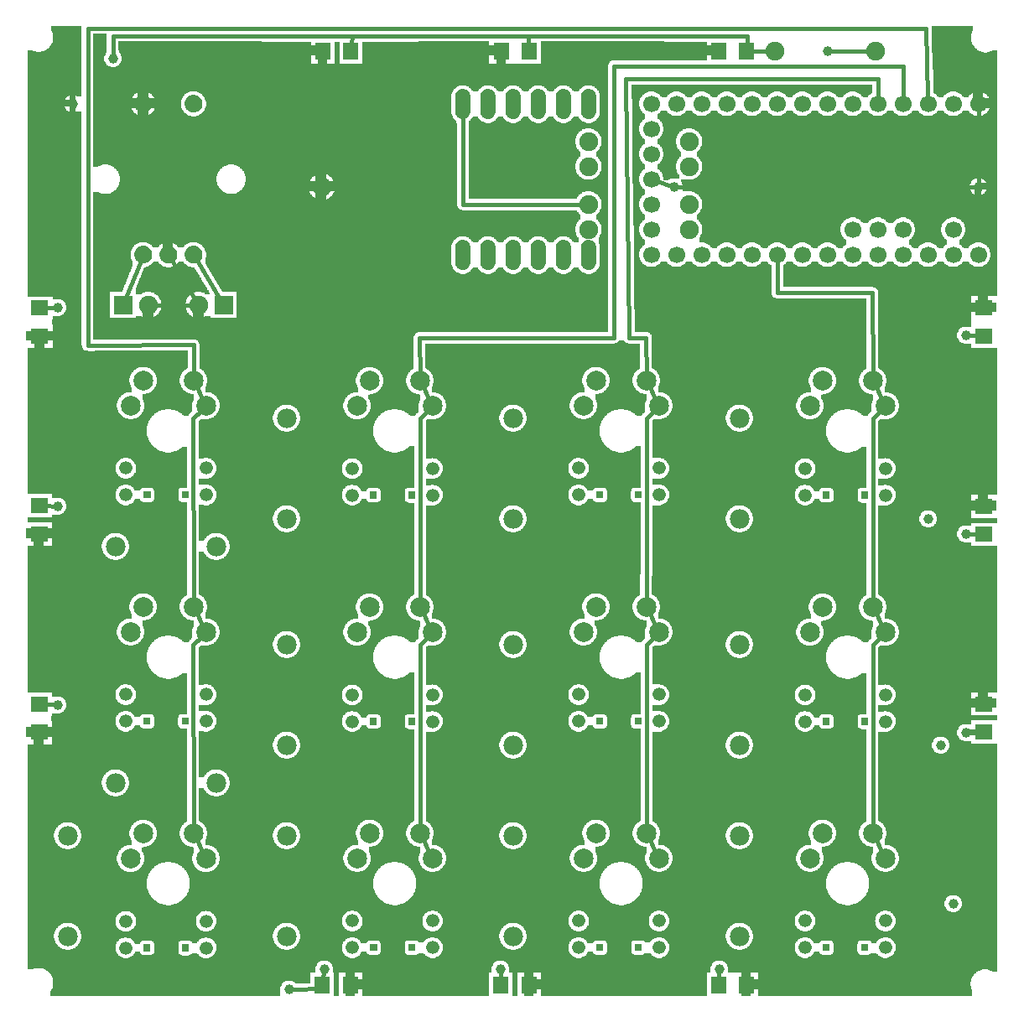
<source format=gtl>
G04 MADE WITH FRITZING*
G04 WWW.FRITZING.ORG*
G04 DOUBLE SIDED*
G04 HOLES PLATED*
G04 CONTOUR ON CENTER OF CONTOUR VECTOR*
%ASAXBY*%
%FSLAX23Y23*%
%MOIN*%
%OFA0B0*%
%SFA1.0B1.0*%
%ADD10C,0.075000*%
%ADD11C,0.039370*%
%ADD12C,0.066889*%
%ADD13C,0.075433*%
%ADD14C,0.078000*%
%ADD15C,0.070000*%
%ADD16C,0.052361*%
%ADD17C,0.078639*%
%ADD18C,0.058759*%
%ADD19R,0.062992X0.070984*%
%ADD20R,0.070984X0.062992*%
%ADD21R,0.075000X0.075000*%
%ADD22C,0.016000*%
%ADD23C,0.024000*%
%ADD24R,0.001000X0.001000*%
%LNCOPPER1*%
G90*
G70*
G54D10*
X193Y3846D03*
G54D11*
X220Y3587D03*
X1080Y67D03*
X2610Y3257D03*
G54D12*
X2520Y2987D03*
X2620Y2987D03*
X2720Y2987D03*
X2820Y2987D03*
X2920Y2987D03*
X3020Y2987D03*
X3120Y2987D03*
X3220Y2987D03*
X3320Y2987D03*
X3420Y2987D03*
X3520Y2987D03*
X3620Y2987D03*
X3720Y2987D03*
X3820Y2987D03*
X3720Y3087D03*
X3420Y3087D03*
X3520Y3087D03*
X2520Y3587D03*
X2620Y3587D03*
X2720Y3587D03*
X2820Y3587D03*
X2920Y3587D03*
X3020Y3587D03*
X3120Y3587D03*
X3220Y3587D03*
X3320Y3587D03*
X3420Y3587D03*
X3520Y3587D03*
X3620Y3587D03*
X3720Y3587D03*
X3820Y3587D03*
X3320Y3087D03*
X2520Y3387D03*
X2520Y3487D03*
X2520Y3287D03*
X2520Y3087D03*
X2520Y3187D03*
G54D11*
X3220Y3797D03*
X380Y3767D03*
X160Y2777D03*
G54D13*
X1210Y3257D03*
G54D10*
X3010Y3797D03*
X3410Y3797D03*
X2270Y3087D03*
X2670Y3087D03*
X2270Y3437D03*
X2670Y3437D03*
X2270Y3337D03*
X2670Y3337D03*
X2270Y3187D03*
X2670Y3187D03*
G54D14*
X200Y677D03*
X200Y277D03*
X200Y677D03*
X200Y277D03*
X200Y677D03*
X200Y277D03*
X1070Y677D03*
X1070Y277D03*
X1070Y677D03*
X1070Y277D03*
X1070Y677D03*
X1070Y277D03*
X1970Y677D03*
X1970Y277D03*
X1970Y677D03*
X1970Y277D03*
X1970Y677D03*
X1970Y277D03*
X2870Y677D03*
X2870Y277D03*
X2870Y677D03*
X2870Y277D03*
X2870Y677D03*
X2870Y277D03*
X2870Y1437D03*
X2870Y1037D03*
X2870Y1437D03*
X2870Y1037D03*
X2870Y1437D03*
X2870Y1037D03*
X1970Y1437D03*
X1970Y1037D03*
X1970Y1437D03*
X1970Y1037D03*
X1970Y1437D03*
X1970Y1037D03*
X1070Y1437D03*
X1070Y1037D03*
X1070Y1437D03*
X1070Y1037D03*
X1070Y1437D03*
X1070Y1037D03*
X390Y887D03*
X790Y887D03*
X390Y887D03*
X790Y887D03*
X390Y887D03*
X790Y887D03*
X2870Y2337D03*
X2870Y1937D03*
X2870Y2337D03*
X2870Y1937D03*
X2870Y2337D03*
X2870Y1937D03*
X1970Y2337D03*
X1970Y1937D03*
X1970Y2337D03*
X1970Y1937D03*
X1970Y2337D03*
X1970Y1937D03*
X1070Y2337D03*
X1070Y1937D03*
X1070Y2337D03*
X1070Y1937D03*
X1070Y2337D03*
X1070Y1937D03*
X390Y1827D03*
X790Y1827D03*
X390Y1827D03*
X790Y1827D03*
X390Y1827D03*
X790Y1827D03*
G54D10*
X820Y2787D03*
X720Y2787D03*
X820Y2787D03*
X720Y2787D03*
X420Y2787D03*
X520Y2787D03*
X420Y2787D03*
X520Y2787D03*
G54D15*
X500Y2987D03*
X600Y2987D03*
X700Y2987D03*
X500Y3587D03*
X700Y3587D03*
G54D16*
X750Y1238D03*
X431Y1238D03*
X750Y1132D03*
X431Y1132D03*
G54D17*
X450Y1487D03*
X500Y1587D03*
X700Y1587D03*
X750Y1487D03*
G54D16*
X750Y337D03*
X431Y337D03*
X750Y231D03*
X431Y231D03*
G54D17*
X450Y586D03*
X500Y686D03*
X700Y686D03*
X750Y586D03*
G54D16*
X3450Y2137D03*
X3131Y2137D03*
X3450Y2031D03*
X3131Y2031D03*
G54D17*
X3150Y2386D03*
X3200Y2486D03*
X3400Y2486D03*
X3450Y2386D03*
G54D16*
X2550Y2138D03*
X2231Y2138D03*
X2550Y2032D03*
X2231Y2032D03*
G54D17*
X2250Y2387D03*
X2300Y2487D03*
X2500Y2487D03*
X2550Y2387D03*
G54D16*
X1650Y2137D03*
X1331Y2137D03*
X1650Y2031D03*
X1331Y2031D03*
G54D17*
X1350Y2386D03*
X1400Y2486D03*
X1600Y2486D03*
X1650Y2386D03*
G54D16*
X750Y2138D03*
X431Y2138D03*
X750Y2032D03*
X431Y2032D03*
G54D17*
X451Y2387D03*
X500Y2487D03*
X700Y2487D03*
X750Y2387D03*
G54D16*
X3450Y1237D03*
X3131Y1237D03*
X3450Y1131D03*
X3131Y1131D03*
G54D17*
X3150Y1486D03*
X3200Y1586D03*
X3400Y1586D03*
X3450Y1486D03*
G54D16*
X2550Y1238D03*
X2231Y1238D03*
X2550Y1132D03*
X2231Y1132D03*
G54D17*
X2250Y1487D03*
X2300Y1587D03*
X2500Y1587D03*
X2550Y1487D03*
G54D16*
X1650Y1237D03*
X1331Y1237D03*
X1650Y1131D03*
X1331Y1131D03*
G54D17*
X1350Y1486D03*
X1400Y1586D03*
X1600Y1586D03*
X1650Y1486D03*
G54D16*
X1650Y338D03*
X1331Y338D03*
X1650Y232D03*
X1331Y232D03*
G54D17*
X1351Y587D03*
X1401Y687D03*
X1600Y687D03*
X1650Y587D03*
G54D16*
X2550Y338D03*
X2231Y338D03*
X2550Y232D03*
X2231Y232D03*
G54D17*
X2251Y587D03*
X2300Y687D03*
X2500Y687D03*
X2550Y587D03*
G54D16*
X3450Y338D03*
X3131Y338D03*
X3450Y232D03*
X3131Y232D03*
G54D17*
X3150Y587D03*
X3200Y687D03*
X3400Y687D03*
X3450Y587D03*
G54D11*
X3670Y1037D03*
X3720Y407D03*
X3820Y3257D03*
G54D18*
X1770Y3586D03*
X1870Y3586D03*
X1970Y3586D03*
X2070Y3586D03*
X2170Y3586D03*
X2270Y3587D03*
X1770Y2986D03*
X1870Y2986D03*
X1970Y2986D03*
X2070Y2986D03*
X2170Y2986D03*
X2270Y2987D03*
G54D11*
X3620Y1937D03*
X160Y1987D03*
X160Y1197D03*
X2790Y147D03*
X1920Y147D03*
X1220Y147D03*
X3770Y1087D03*
X3770Y1877D03*
X3770Y2667D03*
G54D19*
X1214Y3797D03*
X1326Y3797D03*
G54D20*
X87Y1877D03*
X87Y1989D03*
G54D19*
X2787Y3797D03*
X2899Y3797D03*
G54D20*
X3840Y1201D03*
X3840Y1089D03*
X3840Y1987D03*
X3840Y1875D03*
X89Y2663D03*
X89Y2775D03*
G54D19*
X1324Y83D03*
X1212Y83D03*
X1923Y3797D03*
X2035Y3797D03*
G54D21*
X820Y2787D03*
X820Y2787D03*
X420Y2787D03*
X420Y2787D03*
G54D20*
X3840Y2776D03*
X3840Y2664D03*
X87Y1088D03*
X87Y1200D03*
G54D19*
X2899Y82D03*
X2787Y82D03*
X2034Y82D03*
X1922Y82D03*
G54D22*
X3398Y2836D02*
X3400Y2510D01*
D02*
X3021Y2836D02*
X3398Y2836D01*
D02*
X3020Y2962D02*
X3021Y2836D01*
G54D23*
D02*
X3789Y1088D02*
X3810Y1088D01*
G54D22*
D02*
X1212Y83D02*
X1209Y68D01*
D02*
X1209Y68D02*
X1094Y67D01*
D02*
X3807Y3257D02*
X2624Y3257D01*
D02*
X3820Y3562D02*
X3820Y3270D01*
D02*
X701Y2628D02*
X700Y2511D01*
D02*
X280Y2627D02*
X701Y2628D01*
D02*
X280Y3887D02*
X280Y2627D01*
D02*
X3611Y3887D02*
X280Y3887D01*
D02*
X3619Y3612D02*
X3611Y3887D01*
D02*
X147Y2777D02*
X118Y2776D01*
D02*
X3234Y3797D02*
X3387Y3797D01*
D02*
X2987Y3797D02*
X2925Y3797D01*
D02*
X2502Y2337D02*
X2500Y1611D01*
D02*
X2533Y2370D02*
X2502Y2337D01*
D02*
X1633Y2369D02*
X1600Y2337D01*
D02*
X1600Y2337D02*
X1600Y1610D01*
D02*
X697Y2787D02*
X543Y2787D01*
D02*
X429Y2808D02*
X493Y2968D01*
D02*
X708Y2807D02*
X611Y2969D01*
D02*
X808Y2807D02*
X711Y2969D01*
D02*
X1611Y1565D02*
X1639Y1508D01*
D02*
X711Y1566D02*
X739Y1509D01*
D02*
X1611Y665D02*
X1639Y609D01*
D02*
X711Y665D02*
X739Y608D01*
D02*
X2539Y2409D02*
X2511Y2466D01*
D02*
X3439Y2408D02*
X3411Y2465D01*
D02*
X3439Y1508D02*
X3411Y1565D01*
D02*
X3439Y609D02*
X3411Y666D01*
D02*
X2539Y609D02*
X2511Y666D01*
D02*
X2539Y1509D02*
X2510Y1565D01*
D02*
X699Y1436D02*
X700Y710D01*
D02*
X733Y1470D02*
X699Y1436D01*
D02*
X699Y2337D02*
X700Y1611D01*
D02*
X733Y2370D02*
X699Y2337D01*
D02*
X739Y2409D02*
X711Y2466D01*
D02*
X1639Y2408D02*
X1611Y2465D01*
D02*
X1600Y1436D02*
X1600Y711D01*
D02*
X1633Y1469D02*
X1600Y1436D01*
D02*
X3400Y2337D02*
X3400Y1610D01*
D02*
X3433Y2369D02*
X3400Y2337D01*
D02*
X2502Y1436D02*
X2533Y1469D01*
D02*
X2500Y711D02*
X2502Y1436D01*
D02*
X3400Y1436D02*
X3433Y1469D01*
D02*
X3400Y711D02*
X3400Y1436D01*
D02*
X1599Y2656D02*
X2370Y2657D01*
D02*
X2370Y2657D02*
X2371Y3737D01*
D02*
X2371Y3737D02*
X3521Y3737D01*
D02*
X3521Y3737D02*
X3520Y3612D01*
D02*
X1600Y2510D02*
X1599Y2656D01*
D02*
X2499Y2657D02*
X2431Y2657D01*
D02*
X2431Y2657D02*
X2419Y3686D01*
D02*
X2419Y3686D02*
X3421Y3686D01*
D02*
X3421Y3686D02*
X3420Y3612D01*
D02*
X2500Y2511D02*
X2499Y2657D01*
D02*
X2597Y3261D02*
X2544Y3279D01*
D02*
X1771Y3187D02*
X1770Y3565D01*
D02*
X2247Y3187D02*
X1771Y3187D01*
D02*
X117Y1199D02*
X147Y1198D01*
D02*
X117Y1988D02*
X147Y1987D01*
D02*
X1216Y113D02*
X1218Y134D01*
D02*
X3784Y1877D02*
X3810Y1876D01*
D02*
X3810Y2666D02*
X3784Y2667D01*
D02*
X2789Y134D02*
X2788Y112D01*
D02*
X1920Y134D02*
X1921Y112D01*
D02*
X2900Y3857D02*
X2030Y3857D01*
D02*
X2900Y3827D02*
X2900Y3857D01*
D02*
X2030Y3857D02*
X2032Y3827D01*
D02*
X2030Y3857D02*
X2032Y3827D01*
D02*
X1330Y3857D02*
X2030Y3857D01*
D02*
X1328Y3827D02*
X1330Y3857D01*
D02*
X1330Y3857D02*
X380Y3857D01*
D02*
X1328Y3827D02*
X1330Y3857D01*
D02*
X380Y3857D02*
X380Y3780D01*
G36*
X136Y3897D02*
X136Y3877D01*
X138Y3877D01*
X138Y3871D01*
X140Y3871D01*
X140Y3865D01*
X142Y3865D01*
X142Y3837D01*
X140Y3837D01*
X140Y3831D01*
X138Y3831D01*
X138Y3825D01*
X136Y3825D01*
X136Y3823D01*
X134Y3823D01*
X134Y3819D01*
X132Y3819D01*
X132Y3817D01*
X130Y3817D01*
X130Y3815D01*
X128Y3815D01*
X128Y3811D01*
X126Y3811D01*
X126Y3809D01*
X124Y3809D01*
X124Y3807D01*
X120Y3807D01*
X120Y3805D01*
X118Y3805D01*
X118Y3803D01*
X116Y3803D01*
X116Y3801D01*
X112Y3801D01*
X112Y3799D01*
X108Y3799D01*
X108Y3797D01*
X102Y3797D01*
X102Y3795D01*
X94Y3795D01*
X94Y3793D01*
X256Y3793D01*
X256Y3897D01*
X136Y3897D01*
G37*
D02*
G36*
X3634Y3897D02*
X3634Y3861D01*
X3636Y3861D01*
X3636Y3791D01*
X3842Y3791D01*
X3842Y3793D01*
X3832Y3793D01*
X3832Y3795D01*
X3826Y3795D01*
X3826Y3797D01*
X3822Y3797D01*
X3822Y3799D01*
X3818Y3799D01*
X3818Y3801D01*
X3816Y3801D01*
X3816Y3803D01*
X3814Y3803D01*
X3814Y3805D01*
X3810Y3805D01*
X3810Y3807D01*
X3808Y3807D01*
X3808Y3809D01*
X3806Y3809D01*
X3806Y3811D01*
X3804Y3811D01*
X3804Y3815D01*
X3802Y3815D01*
X3802Y3817D01*
X3800Y3817D01*
X3800Y3819D01*
X3798Y3819D01*
X3798Y3823D01*
X3796Y3823D01*
X3796Y3827D01*
X3794Y3827D01*
X3794Y3833D01*
X3792Y3833D01*
X3792Y3843D01*
X3790Y3843D01*
X3790Y3857D01*
X3792Y3857D01*
X3792Y3867D01*
X3794Y3867D01*
X3794Y3873D01*
X3796Y3873D01*
X3796Y3877D01*
X3798Y3877D01*
X3798Y3897D01*
X3634Y3897D01*
G37*
D02*
G36*
X302Y3865D02*
X302Y3733D01*
X370Y3733D01*
X370Y3735D01*
X364Y3735D01*
X364Y3737D01*
X362Y3737D01*
X362Y3739D01*
X358Y3739D01*
X358Y3741D01*
X356Y3741D01*
X356Y3743D01*
X354Y3743D01*
X354Y3745D01*
X352Y3745D01*
X352Y3749D01*
X350Y3749D01*
X350Y3753D01*
X348Y3753D01*
X348Y3757D01*
X346Y3757D01*
X346Y3777D01*
X348Y3777D01*
X348Y3781D01*
X350Y3781D01*
X350Y3785D01*
X352Y3785D01*
X352Y3789D01*
X354Y3789D01*
X354Y3791D01*
X356Y3791D01*
X356Y3865D01*
X302Y3865D01*
G37*
D02*
G36*
X402Y3835D02*
X402Y3799D01*
X404Y3799D01*
X404Y3791D01*
X406Y3791D01*
X406Y3789D01*
X408Y3789D01*
X408Y3785D01*
X410Y3785D01*
X410Y3783D01*
X412Y3783D01*
X412Y3777D01*
X414Y3777D01*
X414Y3757D01*
X412Y3757D01*
X412Y3751D01*
X410Y3751D01*
X410Y3749D01*
X408Y3749D01*
X408Y3747D01*
X1168Y3747D01*
X1168Y3833D01*
X972Y3833D01*
X972Y3835D01*
X402Y3835D01*
G37*
D02*
G36*
X1594Y3835D02*
X1594Y3833D01*
X1372Y3833D01*
X1372Y3747D01*
X1876Y3747D01*
X1876Y3835D01*
X1594Y3835D01*
G37*
D02*
G36*
X2082Y3835D02*
X2082Y3747D01*
X2350Y3747D01*
X2350Y3749D01*
X2352Y3749D01*
X2352Y3751D01*
X2354Y3751D01*
X2354Y3753D01*
X2356Y3753D01*
X2356Y3755D01*
X2358Y3755D01*
X2358Y3757D01*
X2360Y3757D01*
X2360Y3759D01*
X2366Y3759D01*
X2366Y3761D01*
X2740Y3761D01*
X2740Y3833D01*
X2572Y3833D01*
X2572Y3835D01*
X2082Y3835D01*
G37*
D02*
G36*
X1260Y3833D02*
X1260Y3747D01*
X1280Y3747D01*
X1280Y3833D01*
X1260Y3833D01*
G37*
D02*
G36*
X40Y3799D02*
X40Y3793D01*
X74Y3793D01*
X74Y3795D01*
X66Y3795D01*
X66Y3797D01*
X62Y3797D01*
X62Y3799D01*
X40Y3799D01*
G37*
D02*
G36*
X3876Y3799D02*
X3876Y3797D01*
X3872Y3797D01*
X3872Y3795D01*
X3866Y3795D01*
X3866Y3793D01*
X3856Y3793D01*
X3856Y3791D01*
X3896Y3791D01*
X3896Y3799D01*
X3876Y3799D01*
G37*
D02*
G36*
X40Y3793D02*
X40Y3791D01*
X256Y3791D01*
X256Y3793D01*
X40Y3793D01*
G37*
D02*
G36*
X40Y3793D02*
X40Y3791D01*
X256Y3791D01*
X256Y3793D01*
X40Y3793D01*
G37*
D02*
G36*
X40Y3791D02*
X40Y3621D01*
X230Y3621D01*
X230Y3619D01*
X236Y3619D01*
X236Y3617D01*
X256Y3617D01*
X256Y3791D01*
X40Y3791D01*
G37*
D02*
G36*
X3638Y3791D02*
X3638Y3789D01*
X3896Y3789D01*
X3896Y3791D01*
X3638Y3791D01*
G37*
D02*
G36*
X3638Y3791D02*
X3638Y3789D01*
X3896Y3789D01*
X3896Y3791D01*
X3638Y3791D01*
G37*
D02*
G36*
X3638Y3789D02*
X3638Y3723D01*
X3640Y3723D01*
X3640Y3653D01*
X3642Y3653D01*
X3642Y3635D01*
X3830Y3635D01*
X3830Y3633D01*
X3838Y3633D01*
X3838Y3631D01*
X3842Y3631D01*
X3842Y3629D01*
X3846Y3629D01*
X3846Y3627D01*
X3848Y3627D01*
X3848Y3625D01*
X3850Y3625D01*
X3850Y3623D01*
X3854Y3623D01*
X3854Y3621D01*
X3856Y3621D01*
X3856Y3617D01*
X3858Y3617D01*
X3858Y3615D01*
X3860Y3615D01*
X3860Y3613D01*
X3862Y3613D01*
X3862Y3609D01*
X3864Y3609D01*
X3864Y3605D01*
X3866Y3605D01*
X3866Y3597D01*
X3868Y3597D01*
X3868Y3577D01*
X3866Y3577D01*
X3866Y3569D01*
X3864Y3569D01*
X3864Y3565D01*
X3862Y3565D01*
X3862Y3561D01*
X3860Y3561D01*
X3860Y3559D01*
X3858Y3559D01*
X3858Y3557D01*
X3856Y3557D01*
X3856Y3553D01*
X3854Y3553D01*
X3854Y3551D01*
X3850Y3551D01*
X3850Y3549D01*
X3848Y3549D01*
X3848Y3547D01*
X3846Y3547D01*
X3846Y3545D01*
X3842Y3545D01*
X3842Y3543D01*
X3838Y3543D01*
X3838Y3541D01*
X3830Y3541D01*
X3830Y3539D01*
X3896Y3539D01*
X3896Y3789D01*
X3638Y3789D01*
G37*
D02*
G36*
X408Y3747D02*
X408Y3745D01*
X2350Y3745D01*
X2350Y3747D01*
X408Y3747D01*
G37*
D02*
G36*
X408Y3747D02*
X408Y3745D01*
X2350Y3745D01*
X2350Y3747D01*
X408Y3747D01*
G37*
D02*
G36*
X408Y3747D02*
X408Y3745D01*
X2350Y3745D01*
X2350Y3747D01*
X408Y3747D01*
G37*
D02*
G36*
X408Y3747D02*
X408Y3745D01*
X2350Y3745D01*
X2350Y3747D01*
X408Y3747D01*
G37*
D02*
G36*
X406Y3745D02*
X406Y3743D01*
X404Y3743D01*
X404Y3741D01*
X402Y3741D01*
X402Y3739D01*
X398Y3739D01*
X398Y3737D01*
X396Y3737D01*
X396Y3735D01*
X390Y3735D01*
X390Y3733D01*
X2348Y3733D01*
X2348Y3743D01*
X2350Y3743D01*
X2350Y3745D01*
X406Y3745D01*
G37*
D02*
G36*
X302Y3733D02*
X302Y3731D01*
X2348Y3731D01*
X2348Y3733D01*
X302Y3733D01*
G37*
D02*
G36*
X302Y3733D02*
X302Y3731D01*
X2348Y3731D01*
X2348Y3733D01*
X302Y3733D01*
G37*
D02*
G36*
X302Y3731D02*
X302Y3661D01*
X2276Y3661D01*
X2276Y3659D01*
X2284Y3659D01*
X2284Y3657D01*
X2290Y3657D01*
X2290Y3655D01*
X2294Y3655D01*
X2294Y3653D01*
X2296Y3653D01*
X2296Y3651D01*
X2300Y3651D01*
X2300Y3649D01*
X2302Y3649D01*
X2302Y3647D01*
X2304Y3647D01*
X2304Y3645D01*
X2306Y3645D01*
X2306Y3641D01*
X2308Y3641D01*
X2308Y3639D01*
X2310Y3639D01*
X2310Y3635D01*
X2312Y3635D01*
X2312Y3629D01*
X2314Y3629D01*
X2314Y3621D01*
X2316Y3621D01*
X2316Y3549D01*
X2314Y3549D01*
X2314Y3541D01*
X2312Y3541D01*
X2312Y3537D01*
X2310Y3537D01*
X2310Y3533D01*
X2308Y3533D01*
X2308Y3529D01*
X2306Y3529D01*
X2306Y3527D01*
X2304Y3527D01*
X2304Y3525D01*
X2302Y3525D01*
X2302Y3523D01*
X2300Y3523D01*
X2300Y3521D01*
X2298Y3521D01*
X2298Y3519D01*
X2296Y3519D01*
X2296Y3517D01*
X2292Y3517D01*
X2292Y3515D01*
X2288Y3515D01*
X2288Y3513D01*
X2282Y3513D01*
X2282Y3511D01*
X2348Y3511D01*
X2348Y3731D01*
X302Y3731D01*
G37*
D02*
G36*
X2442Y3663D02*
X2442Y3635D01*
X3330Y3635D01*
X3330Y3633D01*
X3338Y3633D01*
X3338Y3631D01*
X3342Y3631D01*
X3342Y3629D01*
X3346Y3629D01*
X3346Y3627D01*
X3348Y3627D01*
X3348Y3625D01*
X3350Y3625D01*
X3350Y3623D01*
X3354Y3623D01*
X3354Y3621D01*
X3356Y3621D01*
X3356Y3617D01*
X3358Y3617D01*
X3358Y3615D01*
X3360Y3615D01*
X3360Y3613D01*
X3380Y3613D01*
X3380Y3615D01*
X3382Y3615D01*
X3382Y3619D01*
X3384Y3619D01*
X3384Y3621D01*
X3386Y3621D01*
X3386Y3623D01*
X3390Y3623D01*
X3390Y3625D01*
X3392Y3625D01*
X3392Y3627D01*
X3394Y3627D01*
X3394Y3629D01*
X3398Y3629D01*
X3398Y3663D01*
X2442Y3663D01*
G37*
D02*
G36*
X302Y3661D02*
X302Y3637D01*
X710Y3637D01*
X710Y3635D01*
X716Y3635D01*
X716Y3633D01*
X722Y3633D01*
X722Y3631D01*
X726Y3631D01*
X726Y3629D01*
X728Y3629D01*
X728Y3627D01*
X730Y3627D01*
X730Y3625D01*
X734Y3625D01*
X734Y3623D01*
X736Y3623D01*
X736Y3621D01*
X738Y3621D01*
X738Y3617D01*
X740Y3617D01*
X740Y3615D01*
X742Y3615D01*
X742Y3613D01*
X744Y3613D01*
X744Y3609D01*
X746Y3609D01*
X746Y3603D01*
X748Y3603D01*
X748Y3597D01*
X750Y3597D01*
X750Y3577D01*
X748Y3577D01*
X748Y3571D01*
X746Y3571D01*
X746Y3565D01*
X744Y3565D01*
X744Y3561D01*
X742Y3561D01*
X742Y3559D01*
X740Y3559D01*
X740Y3555D01*
X738Y3555D01*
X738Y3553D01*
X736Y3553D01*
X736Y3551D01*
X734Y3551D01*
X734Y3549D01*
X730Y3549D01*
X730Y3547D01*
X728Y3547D01*
X728Y3545D01*
X726Y3545D01*
X726Y3543D01*
X722Y3543D01*
X722Y3541D01*
X716Y3541D01*
X716Y3539D01*
X710Y3539D01*
X710Y3537D01*
X1730Y3537D01*
X1730Y3539D01*
X1728Y3539D01*
X1728Y3545D01*
X1726Y3545D01*
X1726Y3627D01*
X1728Y3627D01*
X1728Y3633D01*
X1730Y3633D01*
X1730Y3637D01*
X1732Y3637D01*
X1732Y3641D01*
X1734Y3641D01*
X1734Y3643D01*
X1736Y3643D01*
X1736Y3645D01*
X1738Y3645D01*
X1738Y3647D01*
X1740Y3647D01*
X1740Y3649D01*
X1742Y3649D01*
X1742Y3651D01*
X1744Y3651D01*
X1744Y3653D01*
X1748Y3653D01*
X1748Y3655D01*
X1752Y3655D01*
X1752Y3657D01*
X1756Y3657D01*
X1756Y3659D01*
X1764Y3659D01*
X1764Y3661D01*
X302Y3661D01*
G37*
D02*
G36*
X1776Y3661D02*
X1776Y3659D01*
X1784Y3659D01*
X1784Y3657D01*
X1790Y3657D01*
X1790Y3655D01*
X1794Y3655D01*
X1794Y3653D01*
X1796Y3653D01*
X1796Y3651D01*
X1800Y3651D01*
X1800Y3649D01*
X1802Y3649D01*
X1802Y3647D01*
X1804Y3647D01*
X1804Y3645D01*
X1806Y3645D01*
X1806Y3641D01*
X1808Y3641D01*
X1808Y3639D01*
X1810Y3639D01*
X1810Y3635D01*
X1830Y3635D01*
X1830Y3637D01*
X1832Y3637D01*
X1832Y3641D01*
X1834Y3641D01*
X1834Y3643D01*
X1836Y3643D01*
X1836Y3645D01*
X1838Y3645D01*
X1838Y3647D01*
X1840Y3647D01*
X1840Y3649D01*
X1842Y3649D01*
X1842Y3651D01*
X1844Y3651D01*
X1844Y3653D01*
X1848Y3653D01*
X1848Y3655D01*
X1852Y3655D01*
X1852Y3657D01*
X1856Y3657D01*
X1856Y3659D01*
X1864Y3659D01*
X1864Y3661D01*
X1776Y3661D01*
G37*
D02*
G36*
X1876Y3661D02*
X1876Y3659D01*
X1884Y3659D01*
X1884Y3657D01*
X1890Y3657D01*
X1890Y3655D01*
X1894Y3655D01*
X1894Y3653D01*
X1896Y3653D01*
X1896Y3651D01*
X1900Y3651D01*
X1900Y3649D01*
X1902Y3649D01*
X1902Y3647D01*
X1904Y3647D01*
X1904Y3645D01*
X1906Y3645D01*
X1906Y3641D01*
X1908Y3641D01*
X1908Y3639D01*
X1910Y3639D01*
X1910Y3635D01*
X1930Y3635D01*
X1930Y3637D01*
X1932Y3637D01*
X1932Y3641D01*
X1934Y3641D01*
X1934Y3643D01*
X1936Y3643D01*
X1936Y3645D01*
X1938Y3645D01*
X1938Y3647D01*
X1940Y3647D01*
X1940Y3649D01*
X1942Y3649D01*
X1942Y3651D01*
X1944Y3651D01*
X1944Y3653D01*
X1948Y3653D01*
X1948Y3655D01*
X1952Y3655D01*
X1952Y3657D01*
X1956Y3657D01*
X1956Y3659D01*
X1964Y3659D01*
X1964Y3661D01*
X1876Y3661D01*
G37*
D02*
G36*
X1976Y3661D02*
X1976Y3659D01*
X1984Y3659D01*
X1984Y3657D01*
X1990Y3657D01*
X1990Y3655D01*
X1994Y3655D01*
X1994Y3653D01*
X1996Y3653D01*
X1996Y3651D01*
X2000Y3651D01*
X2000Y3649D01*
X2002Y3649D01*
X2002Y3647D01*
X2004Y3647D01*
X2004Y3645D01*
X2006Y3645D01*
X2006Y3641D01*
X2008Y3641D01*
X2008Y3639D01*
X2010Y3639D01*
X2010Y3635D01*
X2030Y3635D01*
X2030Y3637D01*
X2032Y3637D01*
X2032Y3641D01*
X2034Y3641D01*
X2034Y3643D01*
X2036Y3643D01*
X2036Y3645D01*
X2038Y3645D01*
X2038Y3647D01*
X2040Y3647D01*
X2040Y3649D01*
X2042Y3649D01*
X2042Y3651D01*
X2044Y3651D01*
X2044Y3653D01*
X2048Y3653D01*
X2048Y3655D01*
X2052Y3655D01*
X2052Y3657D01*
X2056Y3657D01*
X2056Y3659D01*
X2064Y3659D01*
X2064Y3661D01*
X1976Y3661D01*
G37*
D02*
G36*
X2076Y3661D02*
X2076Y3659D01*
X2084Y3659D01*
X2084Y3657D01*
X2090Y3657D01*
X2090Y3655D01*
X2094Y3655D01*
X2094Y3653D01*
X2096Y3653D01*
X2096Y3651D01*
X2100Y3651D01*
X2100Y3649D01*
X2102Y3649D01*
X2102Y3647D01*
X2104Y3647D01*
X2104Y3645D01*
X2106Y3645D01*
X2106Y3641D01*
X2108Y3641D01*
X2108Y3639D01*
X2110Y3639D01*
X2110Y3635D01*
X2130Y3635D01*
X2130Y3637D01*
X2132Y3637D01*
X2132Y3641D01*
X2134Y3641D01*
X2134Y3643D01*
X2136Y3643D01*
X2136Y3645D01*
X2138Y3645D01*
X2138Y3647D01*
X2140Y3647D01*
X2140Y3649D01*
X2142Y3649D01*
X2142Y3651D01*
X2144Y3651D01*
X2144Y3653D01*
X2148Y3653D01*
X2148Y3655D01*
X2152Y3655D01*
X2152Y3657D01*
X2156Y3657D01*
X2156Y3659D01*
X2164Y3659D01*
X2164Y3661D01*
X2076Y3661D01*
G37*
D02*
G36*
X2176Y3661D02*
X2176Y3659D01*
X2184Y3659D01*
X2184Y3657D01*
X2190Y3657D01*
X2190Y3655D01*
X2194Y3655D01*
X2194Y3653D01*
X2196Y3653D01*
X2196Y3651D01*
X2200Y3651D01*
X2200Y3649D01*
X2202Y3649D01*
X2202Y3647D01*
X2204Y3647D01*
X2204Y3645D01*
X2206Y3645D01*
X2206Y3641D01*
X2208Y3641D01*
X2208Y3639D01*
X2210Y3639D01*
X2210Y3635D01*
X2230Y3635D01*
X2230Y3637D01*
X2232Y3637D01*
X2232Y3641D01*
X2234Y3641D01*
X2234Y3643D01*
X2236Y3643D01*
X2236Y3645D01*
X2238Y3645D01*
X2238Y3647D01*
X2240Y3647D01*
X2240Y3649D01*
X2242Y3649D01*
X2242Y3651D01*
X2244Y3651D01*
X2244Y3653D01*
X2248Y3653D01*
X2248Y3655D01*
X2252Y3655D01*
X2252Y3657D01*
X2256Y3657D01*
X2256Y3659D01*
X2264Y3659D01*
X2264Y3661D01*
X2176Y3661D01*
G37*
D02*
G36*
X302Y3637D02*
X302Y3537D01*
X490Y3537D01*
X490Y3539D01*
X484Y3539D01*
X484Y3541D01*
X478Y3541D01*
X478Y3543D01*
X476Y3543D01*
X476Y3545D01*
X472Y3545D01*
X472Y3547D01*
X470Y3547D01*
X470Y3549D01*
X466Y3549D01*
X466Y3551D01*
X464Y3551D01*
X464Y3553D01*
X462Y3553D01*
X462Y3557D01*
X460Y3557D01*
X460Y3559D01*
X458Y3559D01*
X458Y3563D01*
X456Y3563D01*
X456Y3565D01*
X454Y3565D01*
X454Y3571D01*
X452Y3571D01*
X452Y3579D01*
X450Y3579D01*
X450Y3595D01*
X452Y3595D01*
X452Y3603D01*
X454Y3603D01*
X454Y3609D01*
X456Y3609D01*
X456Y3611D01*
X458Y3611D01*
X458Y3615D01*
X460Y3615D01*
X460Y3617D01*
X462Y3617D01*
X462Y3621D01*
X464Y3621D01*
X464Y3623D01*
X466Y3623D01*
X466Y3625D01*
X470Y3625D01*
X470Y3627D01*
X472Y3627D01*
X472Y3629D01*
X476Y3629D01*
X476Y3631D01*
X478Y3631D01*
X478Y3633D01*
X484Y3633D01*
X484Y3635D01*
X492Y3635D01*
X492Y3637D01*
X302Y3637D01*
G37*
D02*
G36*
X510Y3637D02*
X510Y3635D01*
X516Y3635D01*
X516Y3633D01*
X522Y3633D01*
X522Y3631D01*
X526Y3631D01*
X526Y3629D01*
X528Y3629D01*
X528Y3627D01*
X530Y3627D01*
X530Y3625D01*
X534Y3625D01*
X534Y3623D01*
X536Y3623D01*
X536Y3621D01*
X538Y3621D01*
X538Y3617D01*
X540Y3617D01*
X540Y3615D01*
X542Y3615D01*
X542Y3613D01*
X544Y3613D01*
X544Y3609D01*
X546Y3609D01*
X546Y3603D01*
X548Y3603D01*
X548Y3597D01*
X550Y3597D01*
X550Y3577D01*
X548Y3577D01*
X548Y3571D01*
X546Y3571D01*
X546Y3565D01*
X544Y3565D01*
X544Y3561D01*
X542Y3561D01*
X542Y3559D01*
X540Y3559D01*
X540Y3555D01*
X538Y3555D01*
X538Y3553D01*
X536Y3553D01*
X536Y3551D01*
X534Y3551D01*
X534Y3549D01*
X530Y3549D01*
X530Y3547D01*
X528Y3547D01*
X528Y3545D01*
X526Y3545D01*
X526Y3543D01*
X522Y3543D01*
X522Y3541D01*
X516Y3541D01*
X516Y3539D01*
X510Y3539D01*
X510Y3537D01*
X690Y3537D01*
X690Y3539D01*
X684Y3539D01*
X684Y3541D01*
X678Y3541D01*
X678Y3543D01*
X676Y3543D01*
X676Y3545D01*
X672Y3545D01*
X672Y3547D01*
X670Y3547D01*
X670Y3549D01*
X666Y3549D01*
X666Y3551D01*
X664Y3551D01*
X664Y3553D01*
X662Y3553D01*
X662Y3557D01*
X660Y3557D01*
X660Y3559D01*
X658Y3559D01*
X658Y3563D01*
X656Y3563D01*
X656Y3565D01*
X654Y3565D01*
X654Y3571D01*
X652Y3571D01*
X652Y3579D01*
X650Y3579D01*
X650Y3595D01*
X652Y3595D01*
X652Y3603D01*
X654Y3603D01*
X654Y3609D01*
X656Y3609D01*
X656Y3611D01*
X658Y3611D01*
X658Y3615D01*
X660Y3615D01*
X660Y3617D01*
X662Y3617D01*
X662Y3621D01*
X664Y3621D01*
X664Y3623D01*
X666Y3623D01*
X666Y3625D01*
X670Y3625D01*
X670Y3627D01*
X672Y3627D01*
X672Y3629D01*
X676Y3629D01*
X676Y3631D01*
X678Y3631D01*
X678Y3633D01*
X684Y3633D01*
X684Y3635D01*
X692Y3635D01*
X692Y3637D01*
X510Y3637D01*
G37*
D02*
G36*
X2442Y3635D02*
X2442Y3605D01*
X2444Y3605D01*
X2444Y3439D01*
X2446Y3439D01*
X2446Y3271D01*
X2448Y3271D01*
X2448Y3103D01*
X2450Y3103D01*
X2450Y2939D01*
X2510Y2939D01*
X2510Y2941D01*
X2502Y2941D01*
X2502Y2943D01*
X2498Y2943D01*
X2498Y2945D01*
X2494Y2945D01*
X2494Y2947D01*
X2492Y2947D01*
X2492Y2949D01*
X2490Y2949D01*
X2490Y2951D01*
X2486Y2951D01*
X2486Y2953D01*
X2484Y2953D01*
X2484Y2957D01*
X2482Y2957D01*
X2482Y2959D01*
X2480Y2959D01*
X2480Y2961D01*
X2478Y2961D01*
X2478Y2965D01*
X2476Y2965D01*
X2476Y2969D01*
X2474Y2969D01*
X2474Y2975D01*
X2472Y2975D01*
X2472Y2999D01*
X2474Y2999D01*
X2474Y3005D01*
X2476Y3005D01*
X2476Y3009D01*
X2478Y3009D01*
X2478Y3013D01*
X2480Y3013D01*
X2480Y3015D01*
X2482Y3015D01*
X2482Y3017D01*
X2484Y3017D01*
X2484Y3021D01*
X2486Y3021D01*
X2486Y3023D01*
X2490Y3023D01*
X2490Y3025D01*
X2492Y3025D01*
X2492Y3027D01*
X2494Y3027D01*
X2494Y3047D01*
X2492Y3047D01*
X2492Y3049D01*
X2490Y3049D01*
X2490Y3051D01*
X2486Y3051D01*
X2486Y3053D01*
X2484Y3053D01*
X2484Y3057D01*
X2482Y3057D01*
X2482Y3059D01*
X2480Y3059D01*
X2480Y3061D01*
X2478Y3061D01*
X2478Y3065D01*
X2476Y3065D01*
X2476Y3069D01*
X2474Y3069D01*
X2474Y3075D01*
X2472Y3075D01*
X2472Y3099D01*
X2474Y3099D01*
X2474Y3105D01*
X2476Y3105D01*
X2476Y3109D01*
X2478Y3109D01*
X2478Y3113D01*
X2480Y3113D01*
X2480Y3115D01*
X2482Y3115D01*
X2482Y3117D01*
X2484Y3117D01*
X2484Y3121D01*
X2486Y3121D01*
X2486Y3123D01*
X2490Y3123D01*
X2490Y3125D01*
X2492Y3125D01*
X2492Y3127D01*
X2494Y3127D01*
X2494Y3147D01*
X2492Y3147D01*
X2492Y3149D01*
X2490Y3149D01*
X2490Y3151D01*
X2486Y3151D01*
X2486Y3153D01*
X2484Y3153D01*
X2484Y3155D01*
X2482Y3155D01*
X2482Y3159D01*
X2480Y3159D01*
X2480Y3161D01*
X2478Y3161D01*
X2478Y3165D01*
X2476Y3165D01*
X2476Y3169D01*
X2474Y3169D01*
X2474Y3175D01*
X2472Y3175D01*
X2472Y3199D01*
X2474Y3199D01*
X2474Y3205D01*
X2476Y3205D01*
X2476Y3209D01*
X2478Y3209D01*
X2478Y3213D01*
X2480Y3213D01*
X2480Y3215D01*
X2482Y3215D01*
X2482Y3219D01*
X2484Y3219D01*
X2484Y3221D01*
X2486Y3221D01*
X2486Y3223D01*
X2490Y3223D01*
X2490Y3225D01*
X2492Y3225D01*
X2492Y3227D01*
X2494Y3227D01*
X2494Y3247D01*
X2492Y3247D01*
X2492Y3249D01*
X2490Y3249D01*
X2490Y3251D01*
X2486Y3251D01*
X2486Y3253D01*
X2484Y3253D01*
X2484Y3255D01*
X2482Y3255D01*
X2482Y3259D01*
X2480Y3259D01*
X2480Y3261D01*
X2478Y3261D01*
X2478Y3265D01*
X2476Y3265D01*
X2476Y3269D01*
X2474Y3269D01*
X2474Y3275D01*
X2472Y3275D01*
X2472Y3299D01*
X2474Y3299D01*
X2474Y3305D01*
X2476Y3305D01*
X2476Y3309D01*
X2478Y3309D01*
X2478Y3313D01*
X2480Y3313D01*
X2480Y3315D01*
X2482Y3315D01*
X2482Y3319D01*
X2484Y3319D01*
X2484Y3321D01*
X2486Y3321D01*
X2486Y3323D01*
X2488Y3323D01*
X2488Y3325D01*
X2492Y3325D01*
X2492Y3327D01*
X2494Y3327D01*
X2494Y3347D01*
X2492Y3347D01*
X2492Y3349D01*
X2490Y3349D01*
X2490Y3351D01*
X2486Y3351D01*
X2486Y3353D01*
X2484Y3353D01*
X2484Y3355D01*
X2482Y3355D01*
X2482Y3359D01*
X2480Y3359D01*
X2480Y3361D01*
X2478Y3361D01*
X2478Y3365D01*
X2476Y3365D01*
X2476Y3369D01*
X2474Y3369D01*
X2474Y3375D01*
X2472Y3375D01*
X2472Y3399D01*
X2474Y3399D01*
X2474Y3405D01*
X2476Y3405D01*
X2476Y3409D01*
X2478Y3409D01*
X2478Y3413D01*
X2480Y3413D01*
X2480Y3415D01*
X2482Y3415D01*
X2482Y3419D01*
X2484Y3419D01*
X2484Y3421D01*
X2486Y3421D01*
X2486Y3423D01*
X2488Y3423D01*
X2488Y3425D01*
X2492Y3425D01*
X2492Y3427D01*
X2494Y3427D01*
X2494Y3447D01*
X2492Y3447D01*
X2492Y3449D01*
X2490Y3449D01*
X2490Y3451D01*
X2486Y3451D01*
X2486Y3453D01*
X2484Y3453D01*
X2484Y3457D01*
X2482Y3457D01*
X2482Y3459D01*
X2480Y3459D01*
X2480Y3461D01*
X2478Y3461D01*
X2478Y3465D01*
X2476Y3465D01*
X2476Y3469D01*
X2474Y3469D01*
X2474Y3475D01*
X2472Y3475D01*
X2472Y3499D01*
X2474Y3499D01*
X2474Y3505D01*
X2476Y3505D01*
X2476Y3509D01*
X2478Y3509D01*
X2478Y3513D01*
X2480Y3513D01*
X2480Y3515D01*
X2482Y3515D01*
X2482Y3517D01*
X2484Y3517D01*
X2484Y3521D01*
X2486Y3521D01*
X2486Y3523D01*
X2490Y3523D01*
X2490Y3525D01*
X2492Y3525D01*
X2492Y3527D01*
X2494Y3527D01*
X2494Y3547D01*
X2492Y3547D01*
X2492Y3549D01*
X2490Y3549D01*
X2490Y3551D01*
X2486Y3551D01*
X2486Y3553D01*
X2484Y3553D01*
X2484Y3557D01*
X2482Y3557D01*
X2482Y3559D01*
X2480Y3559D01*
X2480Y3561D01*
X2478Y3561D01*
X2478Y3565D01*
X2476Y3565D01*
X2476Y3569D01*
X2474Y3569D01*
X2474Y3575D01*
X2472Y3575D01*
X2472Y3599D01*
X2474Y3599D01*
X2474Y3605D01*
X2476Y3605D01*
X2476Y3609D01*
X2478Y3609D01*
X2478Y3613D01*
X2480Y3613D01*
X2480Y3615D01*
X2482Y3615D01*
X2482Y3617D01*
X2484Y3617D01*
X2484Y3621D01*
X2486Y3621D01*
X2486Y3623D01*
X2490Y3623D01*
X2490Y3625D01*
X2492Y3625D01*
X2492Y3627D01*
X2494Y3627D01*
X2494Y3629D01*
X2498Y3629D01*
X2498Y3631D01*
X2502Y3631D01*
X2502Y3633D01*
X2508Y3633D01*
X2508Y3635D01*
X2442Y3635D01*
G37*
D02*
G36*
X2530Y3635D02*
X2530Y3633D01*
X2538Y3633D01*
X2538Y3631D01*
X2542Y3631D01*
X2542Y3629D01*
X2546Y3629D01*
X2546Y3627D01*
X2548Y3627D01*
X2548Y3625D01*
X2550Y3625D01*
X2550Y3623D01*
X2554Y3623D01*
X2554Y3621D01*
X2556Y3621D01*
X2556Y3617D01*
X2558Y3617D01*
X2558Y3615D01*
X2560Y3615D01*
X2560Y3613D01*
X2580Y3613D01*
X2580Y3615D01*
X2582Y3615D01*
X2582Y3617D01*
X2584Y3617D01*
X2584Y3621D01*
X2586Y3621D01*
X2586Y3623D01*
X2590Y3623D01*
X2590Y3625D01*
X2592Y3625D01*
X2592Y3627D01*
X2594Y3627D01*
X2594Y3629D01*
X2598Y3629D01*
X2598Y3631D01*
X2602Y3631D01*
X2602Y3633D01*
X2608Y3633D01*
X2608Y3635D01*
X2530Y3635D01*
G37*
D02*
G36*
X2630Y3635D02*
X2630Y3633D01*
X2638Y3633D01*
X2638Y3631D01*
X2642Y3631D01*
X2642Y3629D01*
X2646Y3629D01*
X2646Y3627D01*
X2648Y3627D01*
X2648Y3625D01*
X2650Y3625D01*
X2650Y3623D01*
X2654Y3623D01*
X2654Y3621D01*
X2656Y3621D01*
X2656Y3617D01*
X2658Y3617D01*
X2658Y3615D01*
X2660Y3615D01*
X2660Y3613D01*
X2680Y3613D01*
X2680Y3615D01*
X2682Y3615D01*
X2682Y3617D01*
X2684Y3617D01*
X2684Y3621D01*
X2686Y3621D01*
X2686Y3623D01*
X2690Y3623D01*
X2690Y3625D01*
X2692Y3625D01*
X2692Y3627D01*
X2694Y3627D01*
X2694Y3629D01*
X2698Y3629D01*
X2698Y3631D01*
X2702Y3631D01*
X2702Y3633D01*
X2708Y3633D01*
X2708Y3635D01*
X2630Y3635D01*
G37*
D02*
G36*
X2730Y3635D02*
X2730Y3633D01*
X2738Y3633D01*
X2738Y3631D01*
X2742Y3631D01*
X2742Y3629D01*
X2746Y3629D01*
X2746Y3627D01*
X2748Y3627D01*
X2748Y3625D01*
X2750Y3625D01*
X2750Y3623D01*
X2754Y3623D01*
X2754Y3621D01*
X2756Y3621D01*
X2756Y3617D01*
X2758Y3617D01*
X2758Y3615D01*
X2760Y3615D01*
X2760Y3613D01*
X2780Y3613D01*
X2780Y3615D01*
X2782Y3615D01*
X2782Y3617D01*
X2784Y3617D01*
X2784Y3621D01*
X2786Y3621D01*
X2786Y3623D01*
X2790Y3623D01*
X2790Y3625D01*
X2792Y3625D01*
X2792Y3627D01*
X2794Y3627D01*
X2794Y3629D01*
X2798Y3629D01*
X2798Y3631D01*
X2802Y3631D01*
X2802Y3633D01*
X2808Y3633D01*
X2808Y3635D01*
X2730Y3635D01*
G37*
D02*
G36*
X2830Y3635D02*
X2830Y3633D01*
X2838Y3633D01*
X2838Y3631D01*
X2842Y3631D01*
X2842Y3629D01*
X2846Y3629D01*
X2846Y3627D01*
X2848Y3627D01*
X2848Y3625D01*
X2850Y3625D01*
X2850Y3623D01*
X2854Y3623D01*
X2854Y3621D01*
X2856Y3621D01*
X2856Y3617D01*
X2858Y3617D01*
X2858Y3615D01*
X2860Y3615D01*
X2860Y3613D01*
X2880Y3613D01*
X2880Y3615D01*
X2882Y3615D01*
X2882Y3619D01*
X2884Y3619D01*
X2884Y3621D01*
X2886Y3621D01*
X2886Y3623D01*
X2890Y3623D01*
X2890Y3625D01*
X2892Y3625D01*
X2892Y3627D01*
X2894Y3627D01*
X2894Y3629D01*
X2898Y3629D01*
X2898Y3631D01*
X2902Y3631D01*
X2902Y3633D01*
X2908Y3633D01*
X2908Y3635D01*
X2830Y3635D01*
G37*
D02*
G36*
X2930Y3635D02*
X2930Y3633D01*
X2938Y3633D01*
X2938Y3631D01*
X2942Y3631D01*
X2942Y3629D01*
X2946Y3629D01*
X2946Y3627D01*
X2948Y3627D01*
X2948Y3625D01*
X2950Y3625D01*
X2950Y3623D01*
X2954Y3623D01*
X2954Y3621D01*
X2956Y3621D01*
X2956Y3617D01*
X2958Y3617D01*
X2958Y3615D01*
X2960Y3615D01*
X2960Y3613D01*
X2980Y3613D01*
X2980Y3615D01*
X2982Y3615D01*
X2982Y3617D01*
X2984Y3617D01*
X2984Y3621D01*
X2986Y3621D01*
X2986Y3623D01*
X2990Y3623D01*
X2990Y3625D01*
X2992Y3625D01*
X2992Y3627D01*
X2994Y3627D01*
X2994Y3629D01*
X2998Y3629D01*
X2998Y3631D01*
X3002Y3631D01*
X3002Y3633D01*
X3008Y3633D01*
X3008Y3635D01*
X2930Y3635D01*
G37*
D02*
G36*
X3030Y3635D02*
X3030Y3633D01*
X3038Y3633D01*
X3038Y3631D01*
X3042Y3631D01*
X3042Y3629D01*
X3046Y3629D01*
X3046Y3627D01*
X3048Y3627D01*
X3048Y3625D01*
X3050Y3625D01*
X3050Y3623D01*
X3054Y3623D01*
X3054Y3621D01*
X3056Y3621D01*
X3056Y3617D01*
X3058Y3617D01*
X3058Y3615D01*
X3060Y3615D01*
X3060Y3613D01*
X3080Y3613D01*
X3080Y3615D01*
X3082Y3615D01*
X3082Y3619D01*
X3084Y3619D01*
X3084Y3621D01*
X3086Y3621D01*
X3086Y3623D01*
X3090Y3623D01*
X3090Y3625D01*
X3092Y3625D01*
X3092Y3627D01*
X3094Y3627D01*
X3094Y3629D01*
X3098Y3629D01*
X3098Y3631D01*
X3102Y3631D01*
X3102Y3633D01*
X3108Y3633D01*
X3108Y3635D01*
X3030Y3635D01*
G37*
D02*
G36*
X3130Y3635D02*
X3130Y3633D01*
X3138Y3633D01*
X3138Y3631D01*
X3142Y3631D01*
X3142Y3629D01*
X3146Y3629D01*
X3146Y3627D01*
X3148Y3627D01*
X3148Y3625D01*
X3150Y3625D01*
X3150Y3623D01*
X3154Y3623D01*
X3154Y3621D01*
X3156Y3621D01*
X3156Y3617D01*
X3158Y3617D01*
X3158Y3615D01*
X3160Y3615D01*
X3160Y3613D01*
X3180Y3613D01*
X3180Y3615D01*
X3182Y3615D01*
X3182Y3617D01*
X3184Y3617D01*
X3184Y3621D01*
X3186Y3621D01*
X3186Y3623D01*
X3190Y3623D01*
X3190Y3625D01*
X3192Y3625D01*
X3192Y3627D01*
X3194Y3627D01*
X3194Y3629D01*
X3198Y3629D01*
X3198Y3631D01*
X3202Y3631D01*
X3202Y3633D01*
X3208Y3633D01*
X3208Y3635D01*
X3130Y3635D01*
G37*
D02*
G36*
X3230Y3635D02*
X3230Y3633D01*
X3238Y3633D01*
X3238Y3631D01*
X3242Y3631D01*
X3242Y3629D01*
X3246Y3629D01*
X3246Y3627D01*
X3248Y3627D01*
X3248Y3625D01*
X3250Y3625D01*
X3250Y3623D01*
X3254Y3623D01*
X3254Y3621D01*
X3256Y3621D01*
X3256Y3617D01*
X3258Y3617D01*
X3258Y3615D01*
X3260Y3615D01*
X3260Y3613D01*
X3280Y3613D01*
X3280Y3615D01*
X3282Y3615D01*
X3282Y3617D01*
X3284Y3617D01*
X3284Y3621D01*
X3286Y3621D01*
X3286Y3623D01*
X3290Y3623D01*
X3290Y3625D01*
X3292Y3625D01*
X3292Y3627D01*
X3294Y3627D01*
X3294Y3629D01*
X3298Y3629D01*
X3298Y3631D01*
X3302Y3631D01*
X3302Y3633D01*
X3308Y3633D01*
X3308Y3635D01*
X3230Y3635D01*
G37*
D02*
G36*
X3642Y3635D02*
X3642Y3629D01*
X3646Y3629D01*
X3646Y3627D01*
X3648Y3627D01*
X3648Y3625D01*
X3650Y3625D01*
X3650Y3623D01*
X3654Y3623D01*
X3654Y3621D01*
X3656Y3621D01*
X3656Y3617D01*
X3658Y3617D01*
X3658Y3615D01*
X3660Y3615D01*
X3660Y3613D01*
X3680Y3613D01*
X3680Y3615D01*
X3682Y3615D01*
X3682Y3619D01*
X3684Y3619D01*
X3684Y3621D01*
X3686Y3621D01*
X3686Y3623D01*
X3690Y3623D01*
X3690Y3625D01*
X3692Y3625D01*
X3692Y3627D01*
X3694Y3627D01*
X3694Y3629D01*
X3698Y3629D01*
X3698Y3631D01*
X3702Y3631D01*
X3702Y3633D01*
X3708Y3633D01*
X3708Y3635D01*
X3642Y3635D01*
G37*
D02*
G36*
X3730Y3635D02*
X3730Y3633D01*
X3738Y3633D01*
X3738Y3631D01*
X3742Y3631D01*
X3742Y3629D01*
X3746Y3629D01*
X3746Y3627D01*
X3748Y3627D01*
X3748Y3625D01*
X3750Y3625D01*
X3750Y3623D01*
X3754Y3623D01*
X3754Y3621D01*
X3756Y3621D01*
X3756Y3617D01*
X3758Y3617D01*
X3758Y3615D01*
X3760Y3615D01*
X3760Y3613D01*
X3780Y3613D01*
X3780Y3615D01*
X3782Y3615D01*
X3782Y3619D01*
X3784Y3619D01*
X3784Y3621D01*
X3786Y3621D01*
X3786Y3623D01*
X3790Y3623D01*
X3790Y3625D01*
X3792Y3625D01*
X3792Y3627D01*
X3794Y3627D01*
X3794Y3629D01*
X3798Y3629D01*
X3798Y3631D01*
X3802Y3631D01*
X3802Y3633D01*
X3808Y3633D01*
X3808Y3635D01*
X3730Y3635D01*
G37*
D02*
G36*
X40Y3621D02*
X40Y3553D01*
X210Y3553D01*
X210Y3555D01*
X204Y3555D01*
X204Y3557D01*
X202Y3557D01*
X202Y3559D01*
X198Y3559D01*
X198Y3561D01*
X196Y3561D01*
X196Y3563D01*
X194Y3563D01*
X194Y3565D01*
X192Y3565D01*
X192Y3569D01*
X190Y3569D01*
X190Y3573D01*
X188Y3573D01*
X188Y3577D01*
X186Y3577D01*
X186Y3597D01*
X188Y3597D01*
X188Y3601D01*
X190Y3601D01*
X190Y3605D01*
X192Y3605D01*
X192Y3609D01*
X194Y3609D01*
X194Y3611D01*
X196Y3611D01*
X196Y3613D01*
X198Y3613D01*
X198Y3615D01*
X202Y3615D01*
X202Y3617D01*
X204Y3617D01*
X204Y3619D01*
X210Y3619D01*
X210Y3621D01*
X40Y3621D01*
G37*
D02*
G36*
X2560Y3561D02*
X2560Y3559D01*
X2558Y3559D01*
X2558Y3557D01*
X2556Y3557D01*
X2556Y3553D01*
X2554Y3553D01*
X2554Y3551D01*
X2550Y3551D01*
X2550Y3549D01*
X2548Y3549D01*
X2548Y3547D01*
X2546Y3547D01*
X2546Y3539D01*
X2608Y3539D01*
X2608Y3541D01*
X2602Y3541D01*
X2602Y3543D01*
X2598Y3543D01*
X2598Y3545D01*
X2594Y3545D01*
X2594Y3547D01*
X2592Y3547D01*
X2592Y3549D01*
X2590Y3549D01*
X2590Y3551D01*
X2586Y3551D01*
X2586Y3553D01*
X2584Y3553D01*
X2584Y3557D01*
X2582Y3557D01*
X2582Y3559D01*
X2580Y3559D01*
X2580Y3561D01*
X2560Y3561D01*
G37*
D02*
G36*
X2660Y3561D02*
X2660Y3559D01*
X2658Y3559D01*
X2658Y3557D01*
X2656Y3557D01*
X2656Y3553D01*
X2654Y3553D01*
X2654Y3551D01*
X2650Y3551D01*
X2650Y3549D01*
X2648Y3549D01*
X2648Y3547D01*
X2646Y3547D01*
X2646Y3545D01*
X2642Y3545D01*
X2642Y3543D01*
X2638Y3543D01*
X2638Y3541D01*
X2630Y3541D01*
X2630Y3539D01*
X2708Y3539D01*
X2708Y3541D01*
X2702Y3541D01*
X2702Y3543D01*
X2698Y3543D01*
X2698Y3545D01*
X2694Y3545D01*
X2694Y3547D01*
X2692Y3547D01*
X2692Y3549D01*
X2690Y3549D01*
X2690Y3551D01*
X2686Y3551D01*
X2686Y3553D01*
X2684Y3553D01*
X2684Y3557D01*
X2682Y3557D01*
X2682Y3559D01*
X2680Y3559D01*
X2680Y3561D01*
X2660Y3561D01*
G37*
D02*
G36*
X2760Y3561D02*
X2760Y3559D01*
X2758Y3559D01*
X2758Y3557D01*
X2756Y3557D01*
X2756Y3553D01*
X2754Y3553D01*
X2754Y3551D01*
X2750Y3551D01*
X2750Y3549D01*
X2748Y3549D01*
X2748Y3547D01*
X2746Y3547D01*
X2746Y3545D01*
X2742Y3545D01*
X2742Y3543D01*
X2738Y3543D01*
X2738Y3541D01*
X2730Y3541D01*
X2730Y3539D01*
X2808Y3539D01*
X2808Y3541D01*
X2802Y3541D01*
X2802Y3543D01*
X2798Y3543D01*
X2798Y3545D01*
X2794Y3545D01*
X2794Y3547D01*
X2792Y3547D01*
X2792Y3549D01*
X2790Y3549D01*
X2790Y3551D01*
X2786Y3551D01*
X2786Y3553D01*
X2784Y3553D01*
X2784Y3557D01*
X2782Y3557D01*
X2782Y3559D01*
X2780Y3559D01*
X2780Y3561D01*
X2760Y3561D01*
G37*
D02*
G36*
X2860Y3561D02*
X2860Y3559D01*
X2858Y3559D01*
X2858Y3557D01*
X2856Y3557D01*
X2856Y3553D01*
X2854Y3553D01*
X2854Y3551D01*
X2850Y3551D01*
X2850Y3549D01*
X2848Y3549D01*
X2848Y3547D01*
X2846Y3547D01*
X2846Y3545D01*
X2842Y3545D01*
X2842Y3543D01*
X2838Y3543D01*
X2838Y3541D01*
X2830Y3541D01*
X2830Y3539D01*
X2908Y3539D01*
X2908Y3541D01*
X2902Y3541D01*
X2902Y3543D01*
X2898Y3543D01*
X2898Y3545D01*
X2894Y3545D01*
X2894Y3547D01*
X2892Y3547D01*
X2892Y3549D01*
X2890Y3549D01*
X2890Y3551D01*
X2886Y3551D01*
X2886Y3553D01*
X2884Y3553D01*
X2884Y3555D01*
X2882Y3555D01*
X2882Y3559D01*
X2880Y3559D01*
X2880Y3561D01*
X2860Y3561D01*
G37*
D02*
G36*
X2960Y3561D02*
X2960Y3559D01*
X2958Y3559D01*
X2958Y3557D01*
X2956Y3557D01*
X2956Y3553D01*
X2954Y3553D01*
X2954Y3551D01*
X2950Y3551D01*
X2950Y3549D01*
X2948Y3549D01*
X2948Y3547D01*
X2946Y3547D01*
X2946Y3545D01*
X2942Y3545D01*
X2942Y3543D01*
X2938Y3543D01*
X2938Y3541D01*
X2930Y3541D01*
X2930Y3539D01*
X3008Y3539D01*
X3008Y3541D01*
X3002Y3541D01*
X3002Y3543D01*
X2998Y3543D01*
X2998Y3545D01*
X2994Y3545D01*
X2994Y3547D01*
X2992Y3547D01*
X2992Y3549D01*
X2990Y3549D01*
X2990Y3551D01*
X2986Y3551D01*
X2986Y3553D01*
X2984Y3553D01*
X2984Y3557D01*
X2982Y3557D01*
X2982Y3559D01*
X2980Y3559D01*
X2980Y3561D01*
X2960Y3561D01*
G37*
D02*
G36*
X3060Y3561D02*
X3060Y3559D01*
X3058Y3559D01*
X3058Y3557D01*
X3056Y3557D01*
X3056Y3553D01*
X3054Y3553D01*
X3054Y3551D01*
X3050Y3551D01*
X3050Y3549D01*
X3048Y3549D01*
X3048Y3547D01*
X3046Y3547D01*
X3046Y3545D01*
X3042Y3545D01*
X3042Y3543D01*
X3038Y3543D01*
X3038Y3541D01*
X3030Y3541D01*
X3030Y3539D01*
X3108Y3539D01*
X3108Y3541D01*
X3102Y3541D01*
X3102Y3543D01*
X3098Y3543D01*
X3098Y3545D01*
X3094Y3545D01*
X3094Y3547D01*
X3092Y3547D01*
X3092Y3549D01*
X3090Y3549D01*
X3090Y3551D01*
X3086Y3551D01*
X3086Y3553D01*
X3084Y3553D01*
X3084Y3555D01*
X3082Y3555D01*
X3082Y3559D01*
X3080Y3559D01*
X3080Y3561D01*
X3060Y3561D01*
G37*
D02*
G36*
X3160Y3561D02*
X3160Y3559D01*
X3158Y3559D01*
X3158Y3557D01*
X3156Y3557D01*
X3156Y3553D01*
X3154Y3553D01*
X3154Y3551D01*
X3150Y3551D01*
X3150Y3549D01*
X3148Y3549D01*
X3148Y3547D01*
X3146Y3547D01*
X3146Y3545D01*
X3142Y3545D01*
X3142Y3543D01*
X3138Y3543D01*
X3138Y3541D01*
X3130Y3541D01*
X3130Y3539D01*
X3208Y3539D01*
X3208Y3541D01*
X3202Y3541D01*
X3202Y3543D01*
X3198Y3543D01*
X3198Y3545D01*
X3194Y3545D01*
X3194Y3547D01*
X3192Y3547D01*
X3192Y3549D01*
X3190Y3549D01*
X3190Y3551D01*
X3186Y3551D01*
X3186Y3553D01*
X3184Y3553D01*
X3184Y3557D01*
X3182Y3557D01*
X3182Y3559D01*
X3180Y3559D01*
X3180Y3561D01*
X3160Y3561D01*
G37*
D02*
G36*
X3260Y3561D02*
X3260Y3559D01*
X3258Y3559D01*
X3258Y3557D01*
X3256Y3557D01*
X3256Y3553D01*
X3254Y3553D01*
X3254Y3551D01*
X3250Y3551D01*
X3250Y3549D01*
X3248Y3549D01*
X3248Y3547D01*
X3246Y3547D01*
X3246Y3545D01*
X3242Y3545D01*
X3242Y3543D01*
X3238Y3543D01*
X3238Y3541D01*
X3230Y3541D01*
X3230Y3539D01*
X3308Y3539D01*
X3308Y3541D01*
X3302Y3541D01*
X3302Y3543D01*
X3298Y3543D01*
X3298Y3545D01*
X3294Y3545D01*
X3294Y3547D01*
X3292Y3547D01*
X3292Y3549D01*
X3290Y3549D01*
X3290Y3551D01*
X3286Y3551D01*
X3286Y3553D01*
X3284Y3553D01*
X3284Y3557D01*
X3282Y3557D01*
X3282Y3559D01*
X3280Y3559D01*
X3280Y3561D01*
X3260Y3561D01*
G37*
D02*
G36*
X3360Y3561D02*
X3360Y3559D01*
X3358Y3559D01*
X3358Y3557D01*
X3356Y3557D01*
X3356Y3553D01*
X3354Y3553D01*
X3354Y3551D01*
X3350Y3551D01*
X3350Y3549D01*
X3348Y3549D01*
X3348Y3547D01*
X3346Y3547D01*
X3346Y3545D01*
X3342Y3545D01*
X3342Y3543D01*
X3338Y3543D01*
X3338Y3541D01*
X3330Y3541D01*
X3330Y3539D01*
X3408Y3539D01*
X3408Y3541D01*
X3402Y3541D01*
X3402Y3543D01*
X3398Y3543D01*
X3398Y3545D01*
X3394Y3545D01*
X3394Y3547D01*
X3392Y3547D01*
X3392Y3549D01*
X3390Y3549D01*
X3390Y3551D01*
X3386Y3551D01*
X3386Y3553D01*
X3384Y3553D01*
X3384Y3555D01*
X3382Y3555D01*
X3382Y3559D01*
X3380Y3559D01*
X3380Y3561D01*
X3360Y3561D01*
G37*
D02*
G36*
X3460Y3561D02*
X3460Y3559D01*
X3458Y3559D01*
X3458Y3557D01*
X3456Y3557D01*
X3456Y3553D01*
X3454Y3553D01*
X3454Y3551D01*
X3450Y3551D01*
X3450Y3549D01*
X3448Y3549D01*
X3448Y3547D01*
X3446Y3547D01*
X3446Y3545D01*
X3442Y3545D01*
X3442Y3543D01*
X3438Y3543D01*
X3438Y3541D01*
X3430Y3541D01*
X3430Y3539D01*
X3508Y3539D01*
X3508Y3541D01*
X3502Y3541D01*
X3502Y3543D01*
X3498Y3543D01*
X3498Y3545D01*
X3494Y3545D01*
X3494Y3547D01*
X3492Y3547D01*
X3492Y3549D01*
X3490Y3549D01*
X3490Y3551D01*
X3486Y3551D01*
X3486Y3553D01*
X3484Y3553D01*
X3484Y3557D01*
X3482Y3557D01*
X3482Y3559D01*
X3480Y3559D01*
X3480Y3561D01*
X3460Y3561D01*
G37*
D02*
G36*
X3560Y3561D02*
X3560Y3559D01*
X3558Y3559D01*
X3558Y3557D01*
X3556Y3557D01*
X3556Y3553D01*
X3554Y3553D01*
X3554Y3551D01*
X3550Y3551D01*
X3550Y3549D01*
X3548Y3549D01*
X3548Y3547D01*
X3546Y3547D01*
X3546Y3545D01*
X3542Y3545D01*
X3542Y3543D01*
X3538Y3543D01*
X3538Y3541D01*
X3530Y3541D01*
X3530Y3539D01*
X3608Y3539D01*
X3608Y3541D01*
X3602Y3541D01*
X3602Y3543D01*
X3598Y3543D01*
X3598Y3545D01*
X3594Y3545D01*
X3594Y3547D01*
X3592Y3547D01*
X3592Y3549D01*
X3590Y3549D01*
X3590Y3551D01*
X3586Y3551D01*
X3586Y3553D01*
X3584Y3553D01*
X3584Y3555D01*
X3582Y3555D01*
X3582Y3559D01*
X3580Y3559D01*
X3580Y3561D01*
X3560Y3561D01*
G37*
D02*
G36*
X3660Y3561D02*
X3660Y3559D01*
X3658Y3559D01*
X3658Y3557D01*
X3656Y3557D01*
X3656Y3553D01*
X3654Y3553D01*
X3654Y3551D01*
X3650Y3551D01*
X3650Y3549D01*
X3648Y3549D01*
X3648Y3547D01*
X3646Y3547D01*
X3646Y3545D01*
X3642Y3545D01*
X3642Y3543D01*
X3638Y3543D01*
X3638Y3541D01*
X3630Y3541D01*
X3630Y3539D01*
X3708Y3539D01*
X3708Y3541D01*
X3702Y3541D01*
X3702Y3543D01*
X3698Y3543D01*
X3698Y3545D01*
X3694Y3545D01*
X3694Y3547D01*
X3692Y3547D01*
X3692Y3549D01*
X3690Y3549D01*
X3690Y3551D01*
X3686Y3551D01*
X3686Y3553D01*
X3684Y3553D01*
X3684Y3555D01*
X3682Y3555D01*
X3682Y3559D01*
X3680Y3559D01*
X3680Y3561D01*
X3660Y3561D01*
G37*
D02*
G36*
X3760Y3561D02*
X3760Y3559D01*
X3758Y3559D01*
X3758Y3557D01*
X3756Y3557D01*
X3756Y3553D01*
X3754Y3553D01*
X3754Y3551D01*
X3750Y3551D01*
X3750Y3549D01*
X3748Y3549D01*
X3748Y3547D01*
X3746Y3547D01*
X3746Y3545D01*
X3742Y3545D01*
X3742Y3543D01*
X3738Y3543D01*
X3738Y3541D01*
X3730Y3541D01*
X3730Y3539D01*
X3808Y3539D01*
X3808Y3541D01*
X3802Y3541D01*
X3802Y3543D01*
X3798Y3543D01*
X3798Y3545D01*
X3794Y3545D01*
X3794Y3547D01*
X3792Y3547D01*
X3792Y3549D01*
X3790Y3549D01*
X3790Y3551D01*
X3786Y3551D01*
X3786Y3553D01*
X3784Y3553D01*
X3784Y3555D01*
X3782Y3555D01*
X3782Y3559D01*
X3780Y3559D01*
X3780Y3561D01*
X3760Y3561D01*
G37*
D02*
G36*
X236Y3557D02*
X236Y3555D01*
X230Y3555D01*
X230Y3553D01*
X256Y3553D01*
X256Y3557D01*
X236Y3557D01*
G37*
D02*
G36*
X40Y3553D02*
X40Y3551D01*
X256Y3551D01*
X256Y3553D01*
X40Y3553D01*
G37*
D02*
G36*
X40Y3553D02*
X40Y3551D01*
X256Y3551D01*
X256Y3553D01*
X40Y3553D01*
G37*
D02*
G36*
X40Y3551D02*
X40Y2821D01*
X140Y2821D01*
X140Y2811D01*
X170Y2811D01*
X170Y2809D01*
X176Y2809D01*
X176Y2807D01*
X178Y2807D01*
X178Y2805D01*
X182Y2805D01*
X182Y2803D01*
X184Y2803D01*
X184Y2801D01*
X186Y2801D01*
X186Y2799D01*
X188Y2799D01*
X188Y2795D01*
X190Y2795D01*
X190Y2793D01*
X192Y2793D01*
X192Y2787D01*
X194Y2787D01*
X194Y2767D01*
X192Y2767D01*
X192Y2761D01*
X190Y2761D01*
X190Y2759D01*
X188Y2759D01*
X188Y2755D01*
X186Y2755D01*
X186Y2753D01*
X184Y2753D01*
X184Y2751D01*
X182Y2751D01*
X182Y2749D01*
X178Y2749D01*
X178Y2747D01*
X176Y2747D01*
X176Y2745D01*
X170Y2745D01*
X170Y2743D01*
X140Y2743D01*
X140Y2729D01*
X138Y2729D01*
X138Y2709D01*
X140Y2709D01*
X140Y2617D01*
X40Y2617D01*
X40Y2603D01*
X280Y2603D01*
X280Y2605D01*
X270Y2605D01*
X270Y2607D01*
X266Y2607D01*
X266Y2609D01*
X264Y2609D01*
X264Y2611D01*
X262Y2611D01*
X262Y2613D01*
X260Y2613D01*
X260Y2617D01*
X258Y2617D01*
X258Y2625D01*
X256Y2625D01*
X256Y3551D01*
X40Y3551D01*
G37*
D02*
G36*
X2546Y3539D02*
X2546Y3537D01*
X3896Y3537D01*
X3896Y3539D01*
X2546Y3539D01*
G37*
D02*
G36*
X2546Y3539D02*
X2546Y3537D01*
X3896Y3537D01*
X3896Y3539D01*
X2546Y3539D01*
G37*
D02*
G36*
X2546Y3539D02*
X2546Y3537D01*
X3896Y3537D01*
X3896Y3539D01*
X2546Y3539D01*
G37*
D02*
G36*
X2546Y3539D02*
X2546Y3537D01*
X3896Y3537D01*
X3896Y3539D01*
X2546Y3539D01*
G37*
D02*
G36*
X2546Y3539D02*
X2546Y3537D01*
X3896Y3537D01*
X3896Y3539D01*
X2546Y3539D01*
G37*
D02*
G36*
X2546Y3539D02*
X2546Y3537D01*
X3896Y3537D01*
X3896Y3539D01*
X2546Y3539D01*
G37*
D02*
G36*
X2546Y3539D02*
X2546Y3537D01*
X3896Y3537D01*
X3896Y3539D01*
X2546Y3539D01*
G37*
D02*
G36*
X2546Y3539D02*
X2546Y3537D01*
X3896Y3537D01*
X3896Y3539D01*
X2546Y3539D01*
G37*
D02*
G36*
X2546Y3539D02*
X2546Y3537D01*
X3896Y3537D01*
X3896Y3539D01*
X2546Y3539D01*
G37*
D02*
G36*
X2546Y3539D02*
X2546Y3537D01*
X3896Y3537D01*
X3896Y3539D01*
X2546Y3539D01*
G37*
D02*
G36*
X2546Y3539D02*
X2546Y3537D01*
X3896Y3537D01*
X3896Y3539D01*
X2546Y3539D01*
G37*
D02*
G36*
X2546Y3539D02*
X2546Y3537D01*
X3896Y3537D01*
X3896Y3539D01*
X2546Y3539D01*
G37*
D02*
G36*
X2546Y3539D02*
X2546Y3537D01*
X3896Y3537D01*
X3896Y3539D01*
X2546Y3539D01*
G37*
D02*
G36*
X2546Y3539D02*
X2546Y3537D01*
X3896Y3537D01*
X3896Y3539D01*
X2546Y3539D01*
G37*
D02*
G36*
X302Y3537D02*
X302Y3535D01*
X1730Y3535D01*
X1730Y3537D01*
X302Y3537D01*
G37*
D02*
G36*
X302Y3537D02*
X302Y3535D01*
X1730Y3535D01*
X1730Y3537D01*
X302Y3537D01*
G37*
D02*
G36*
X302Y3537D02*
X302Y3535D01*
X1730Y3535D01*
X1730Y3537D01*
X302Y3537D01*
G37*
D02*
G36*
X1810Y3537D02*
X1810Y3533D01*
X1808Y3533D01*
X1808Y3529D01*
X1806Y3529D01*
X1806Y3527D01*
X1804Y3527D01*
X1804Y3525D01*
X1802Y3525D01*
X1802Y3523D01*
X1800Y3523D01*
X1800Y3521D01*
X1798Y3521D01*
X1798Y3519D01*
X1796Y3519D01*
X1796Y3517D01*
X1794Y3517D01*
X1794Y3511D01*
X1860Y3511D01*
X1860Y3513D01*
X1854Y3513D01*
X1854Y3515D01*
X1850Y3515D01*
X1850Y3517D01*
X1846Y3517D01*
X1846Y3519D01*
X1844Y3519D01*
X1844Y3521D01*
X1840Y3521D01*
X1840Y3523D01*
X1838Y3523D01*
X1838Y3525D01*
X1836Y3525D01*
X1836Y3529D01*
X1834Y3529D01*
X1834Y3531D01*
X1832Y3531D01*
X1832Y3535D01*
X1830Y3535D01*
X1830Y3537D01*
X1810Y3537D01*
G37*
D02*
G36*
X1910Y3537D02*
X1910Y3533D01*
X1908Y3533D01*
X1908Y3529D01*
X1906Y3529D01*
X1906Y3527D01*
X1904Y3527D01*
X1904Y3525D01*
X1902Y3525D01*
X1902Y3523D01*
X1900Y3523D01*
X1900Y3521D01*
X1898Y3521D01*
X1898Y3519D01*
X1896Y3519D01*
X1896Y3517D01*
X1892Y3517D01*
X1892Y3515D01*
X1888Y3515D01*
X1888Y3513D01*
X1882Y3513D01*
X1882Y3511D01*
X1960Y3511D01*
X1960Y3513D01*
X1954Y3513D01*
X1954Y3515D01*
X1950Y3515D01*
X1950Y3517D01*
X1946Y3517D01*
X1946Y3519D01*
X1944Y3519D01*
X1944Y3521D01*
X1940Y3521D01*
X1940Y3523D01*
X1938Y3523D01*
X1938Y3525D01*
X1936Y3525D01*
X1936Y3529D01*
X1934Y3529D01*
X1934Y3531D01*
X1932Y3531D01*
X1932Y3535D01*
X1930Y3535D01*
X1930Y3537D01*
X1910Y3537D01*
G37*
D02*
G36*
X2010Y3537D02*
X2010Y3533D01*
X2008Y3533D01*
X2008Y3529D01*
X2006Y3529D01*
X2006Y3527D01*
X2004Y3527D01*
X2004Y3525D01*
X2002Y3525D01*
X2002Y3523D01*
X2000Y3523D01*
X2000Y3521D01*
X1998Y3521D01*
X1998Y3519D01*
X1996Y3519D01*
X1996Y3517D01*
X1992Y3517D01*
X1992Y3515D01*
X1988Y3515D01*
X1988Y3513D01*
X1982Y3513D01*
X1982Y3511D01*
X2060Y3511D01*
X2060Y3513D01*
X2054Y3513D01*
X2054Y3515D01*
X2050Y3515D01*
X2050Y3517D01*
X2046Y3517D01*
X2046Y3519D01*
X2044Y3519D01*
X2044Y3521D01*
X2040Y3521D01*
X2040Y3523D01*
X2038Y3523D01*
X2038Y3525D01*
X2036Y3525D01*
X2036Y3529D01*
X2034Y3529D01*
X2034Y3531D01*
X2032Y3531D01*
X2032Y3535D01*
X2030Y3535D01*
X2030Y3537D01*
X2010Y3537D01*
G37*
D02*
G36*
X2110Y3537D02*
X2110Y3533D01*
X2108Y3533D01*
X2108Y3529D01*
X2106Y3529D01*
X2106Y3527D01*
X2104Y3527D01*
X2104Y3525D01*
X2102Y3525D01*
X2102Y3523D01*
X2100Y3523D01*
X2100Y3521D01*
X2098Y3521D01*
X2098Y3519D01*
X2096Y3519D01*
X2096Y3517D01*
X2092Y3517D01*
X2092Y3515D01*
X2088Y3515D01*
X2088Y3513D01*
X2082Y3513D01*
X2082Y3511D01*
X2160Y3511D01*
X2160Y3513D01*
X2154Y3513D01*
X2154Y3515D01*
X2150Y3515D01*
X2150Y3517D01*
X2146Y3517D01*
X2146Y3519D01*
X2144Y3519D01*
X2144Y3521D01*
X2140Y3521D01*
X2140Y3523D01*
X2138Y3523D01*
X2138Y3525D01*
X2136Y3525D01*
X2136Y3529D01*
X2134Y3529D01*
X2134Y3531D01*
X2132Y3531D01*
X2132Y3535D01*
X2130Y3535D01*
X2130Y3537D01*
X2110Y3537D01*
G37*
D02*
G36*
X2210Y3537D02*
X2210Y3533D01*
X2208Y3533D01*
X2208Y3529D01*
X2206Y3529D01*
X2206Y3527D01*
X2204Y3527D01*
X2204Y3525D01*
X2202Y3525D01*
X2202Y3523D01*
X2200Y3523D01*
X2200Y3521D01*
X2198Y3521D01*
X2198Y3519D01*
X2196Y3519D01*
X2196Y3517D01*
X2192Y3517D01*
X2192Y3515D01*
X2188Y3515D01*
X2188Y3513D01*
X2182Y3513D01*
X2182Y3511D01*
X2260Y3511D01*
X2260Y3513D01*
X2254Y3513D01*
X2254Y3515D01*
X2250Y3515D01*
X2250Y3517D01*
X2246Y3517D01*
X2246Y3519D01*
X2244Y3519D01*
X2244Y3521D01*
X2240Y3521D01*
X2240Y3523D01*
X2238Y3523D01*
X2238Y3525D01*
X2236Y3525D01*
X2236Y3529D01*
X2234Y3529D01*
X2234Y3531D01*
X2232Y3531D01*
X2232Y3535D01*
X2230Y3535D01*
X2230Y3537D01*
X2210Y3537D01*
G37*
D02*
G36*
X2546Y3537D02*
X2546Y3527D01*
X2548Y3527D01*
X2548Y3525D01*
X2550Y3525D01*
X2550Y3523D01*
X2554Y3523D01*
X2554Y3521D01*
X2556Y3521D01*
X2556Y3517D01*
X2558Y3517D01*
X2558Y3515D01*
X2560Y3515D01*
X2560Y3513D01*
X2562Y3513D01*
X2562Y3509D01*
X2564Y3509D01*
X2564Y3505D01*
X2566Y3505D01*
X2566Y3497D01*
X2568Y3497D01*
X2568Y3489D01*
X2682Y3489D01*
X2682Y3487D01*
X2688Y3487D01*
X2688Y3485D01*
X2692Y3485D01*
X2692Y3483D01*
X2696Y3483D01*
X2696Y3481D01*
X2700Y3481D01*
X2700Y3479D01*
X2702Y3479D01*
X2702Y3477D01*
X2704Y3477D01*
X2704Y3475D01*
X2708Y3475D01*
X2708Y3471D01*
X2710Y3471D01*
X2710Y3469D01*
X2712Y3469D01*
X2712Y3467D01*
X2714Y3467D01*
X2714Y3463D01*
X2716Y3463D01*
X2716Y3459D01*
X2718Y3459D01*
X2718Y3455D01*
X2720Y3455D01*
X2720Y3449D01*
X2722Y3449D01*
X2722Y3425D01*
X2720Y3425D01*
X2720Y3419D01*
X2718Y3419D01*
X2718Y3415D01*
X2716Y3415D01*
X2716Y3411D01*
X2714Y3411D01*
X2714Y3407D01*
X2712Y3407D01*
X2712Y3405D01*
X2710Y3405D01*
X2710Y3403D01*
X2708Y3403D01*
X2708Y3399D01*
X2704Y3399D01*
X2704Y3397D01*
X2702Y3397D01*
X2702Y3377D01*
X2704Y3377D01*
X2704Y3375D01*
X2708Y3375D01*
X2708Y3371D01*
X2710Y3371D01*
X2710Y3369D01*
X2712Y3369D01*
X2712Y3367D01*
X2714Y3367D01*
X2714Y3363D01*
X2716Y3363D01*
X2716Y3359D01*
X2718Y3359D01*
X2718Y3355D01*
X2720Y3355D01*
X2720Y3349D01*
X2722Y3349D01*
X2722Y3325D01*
X2720Y3325D01*
X2720Y3319D01*
X2718Y3319D01*
X2718Y3315D01*
X2716Y3315D01*
X2716Y3311D01*
X2714Y3311D01*
X2714Y3307D01*
X2712Y3307D01*
X2712Y3305D01*
X2710Y3305D01*
X2710Y3303D01*
X2708Y3303D01*
X2708Y3299D01*
X2704Y3299D01*
X2704Y3297D01*
X2702Y3297D01*
X2702Y3295D01*
X2700Y3295D01*
X2700Y3293D01*
X2696Y3293D01*
X2696Y3291D01*
X3830Y3291D01*
X3830Y3289D01*
X3836Y3289D01*
X3836Y3287D01*
X3838Y3287D01*
X3838Y3285D01*
X3842Y3285D01*
X3842Y3283D01*
X3844Y3283D01*
X3844Y3281D01*
X3846Y3281D01*
X3846Y3279D01*
X3848Y3279D01*
X3848Y3275D01*
X3850Y3275D01*
X3850Y3273D01*
X3852Y3273D01*
X3852Y3267D01*
X3854Y3267D01*
X3854Y3247D01*
X3852Y3247D01*
X3852Y3241D01*
X3850Y3241D01*
X3850Y3239D01*
X3848Y3239D01*
X3848Y3235D01*
X3846Y3235D01*
X3846Y3233D01*
X3844Y3233D01*
X3844Y3231D01*
X3842Y3231D01*
X3842Y3229D01*
X3838Y3229D01*
X3838Y3227D01*
X3836Y3227D01*
X3836Y3225D01*
X3830Y3225D01*
X3830Y3223D01*
X3896Y3223D01*
X3896Y3537D01*
X2546Y3537D01*
G37*
D02*
G36*
X302Y3535D02*
X302Y3345D01*
X862Y3345D01*
X862Y3343D01*
X870Y3343D01*
X870Y3341D01*
X874Y3341D01*
X874Y3339D01*
X878Y3339D01*
X878Y3337D01*
X882Y3337D01*
X882Y3335D01*
X884Y3335D01*
X884Y3333D01*
X886Y3333D01*
X886Y3331D01*
X890Y3331D01*
X890Y3329D01*
X892Y3329D01*
X892Y3327D01*
X894Y3327D01*
X894Y3323D01*
X896Y3323D01*
X896Y3321D01*
X898Y3321D01*
X898Y3319D01*
X900Y3319D01*
X900Y3315D01*
X902Y3315D01*
X902Y3311D01*
X904Y3311D01*
X904Y3309D01*
X1222Y3309D01*
X1222Y3307D01*
X1230Y3307D01*
X1230Y3305D01*
X1234Y3305D01*
X1234Y3303D01*
X1238Y3303D01*
X1238Y3301D01*
X1240Y3301D01*
X1240Y3299D01*
X1242Y3299D01*
X1242Y3297D01*
X1246Y3297D01*
X1246Y3295D01*
X1248Y3295D01*
X1248Y3293D01*
X1250Y3293D01*
X1250Y3289D01*
X1252Y3289D01*
X1252Y3287D01*
X1254Y3287D01*
X1254Y3285D01*
X1256Y3285D01*
X1256Y3281D01*
X1258Y3281D01*
X1258Y3277D01*
X1260Y3277D01*
X1260Y3271D01*
X1262Y3271D01*
X1262Y3243D01*
X1260Y3243D01*
X1260Y3237D01*
X1258Y3237D01*
X1258Y3233D01*
X1256Y3233D01*
X1256Y3229D01*
X1254Y3229D01*
X1254Y3227D01*
X1252Y3227D01*
X1252Y3225D01*
X1250Y3225D01*
X1250Y3221D01*
X1248Y3221D01*
X1248Y3219D01*
X1246Y3219D01*
X1246Y3217D01*
X1242Y3217D01*
X1242Y3215D01*
X1240Y3215D01*
X1240Y3213D01*
X1238Y3213D01*
X1238Y3211D01*
X1234Y3211D01*
X1234Y3209D01*
X1230Y3209D01*
X1230Y3207D01*
X1222Y3207D01*
X1222Y3205D01*
X1748Y3205D01*
X1748Y3509D01*
X1746Y3509D01*
X1746Y3519D01*
X1744Y3519D01*
X1744Y3521D01*
X1740Y3521D01*
X1740Y3523D01*
X1738Y3523D01*
X1738Y3525D01*
X1736Y3525D01*
X1736Y3529D01*
X1734Y3529D01*
X1734Y3531D01*
X1732Y3531D01*
X1732Y3535D01*
X302Y3535D01*
G37*
D02*
G36*
X1794Y3511D02*
X1794Y3509D01*
X2348Y3509D01*
X2348Y3511D01*
X1794Y3511D01*
G37*
D02*
G36*
X1794Y3511D02*
X1794Y3509D01*
X2348Y3509D01*
X2348Y3511D01*
X1794Y3511D01*
G37*
D02*
G36*
X1794Y3511D02*
X1794Y3509D01*
X2348Y3509D01*
X2348Y3511D01*
X1794Y3511D01*
G37*
D02*
G36*
X1794Y3511D02*
X1794Y3509D01*
X2348Y3509D01*
X2348Y3511D01*
X1794Y3511D01*
G37*
D02*
G36*
X1794Y3511D02*
X1794Y3509D01*
X2348Y3509D01*
X2348Y3511D01*
X1794Y3511D01*
G37*
D02*
G36*
X1794Y3511D02*
X1794Y3509D01*
X2348Y3509D01*
X2348Y3511D01*
X1794Y3511D01*
G37*
D02*
G36*
X1794Y3509D02*
X1794Y3489D01*
X2282Y3489D01*
X2282Y3487D01*
X2288Y3487D01*
X2288Y3485D01*
X2292Y3485D01*
X2292Y3483D01*
X2296Y3483D01*
X2296Y3481D01*
X2300Y3481D01*
X2300Y3479D01*
X2302Y3479D01*
X2302Y3477D01*
X2304Y3477D01*
X2304Y3475D01*
X2308Y3475D01*
X2308Y3471D01*
X2310Y3471D01*
X2310Y3469D01*
X2312Y3469D01*
X2312Y3467D01*
X2314Y3467D01*
X2314Y3463D01*
X2316Y3463D01*
X2316Y3459D01*
X2318Y3459D01*
X2318Y3455D01*
X2320Y3455D01*
X2320Y3449D01*
X2322Y3449D01*
X2322Y3425D01*
X2320Y3425D01*
X2320Y3419D01*
X2318Y3419D01*
X2318Y3415D01*
X2316Y3415D01*
X2316Y3411D01*
X2314Y3411D01*
X2314Y3407D01*
X2312Y3407D01*
X2312Y3405D01*
X2310Y3405D01*
X2310Y3403D01*
X2308Y3403D01*
X2308Y3399D01*
X2304Y3399D01*
X2304Y3397D01*
X2302Y3397D01*
X2302Y3377D01*
X2304Y3377D01*
X2304Y3375D01*
X2308Y3375D01*
X2308Y3371D01*
X2310Y3371D01*
X2310Y3369D01*
X2312Y3369D01*
X2312Y3367D01*
X2314Y3367D01*
X2314Y3363D01*
X2316Y3363D01*
X2316Y3359D01*
X2318Y3359D01*
X2318Y3355D01*
X2320Y3355D01*
X2320Y3349D01*
X2322Y3349D01*
X2322Y3325D01*
X2320Y3325D01*
X2320Y3319D01*
X2318Y3319D01*
X2318Y3315D01*
X2316Y3315D01*
X2316Y3311D01*
X2314Y3311D01*
X2314Y3307D01*
X2312Y3307D01*
X2312Y3305D01*
X2310Y3305D01*
X2310Y3303D01*
X2308Y3303D01*
X2308Y3299D01*
X2304Y3299D01*
X2304Y3297D01*
X2302Y3297D01*
X2302Y3295D01*
X2300Y3295D01*
X2300Y3293D01*
X2296Y3293D01*
X2296Y3291D01*
X2292Y3291D01*
X2292Y3289D01*
X2288Y3289D01*
X2288Y3287D01*
X2282Y3287D01*
X2282Y3285D01*
X2348Y3285D01*
X2348Y3509D01*
X1794Y3509D01*
G37*
D02*
G36*
X1794Y3489D02*
X1794Y3285D01*
X2258Y3285D01*
X2258Y3287D01*
X2252Y3287D01*
X2252Y3289D01*
X2248Y3289D01*
X2248Y3291D01*
X2244Y3291D01*
X2244Y3293D01*
X2240Y3293D01*
X2240Y3295D01*
X2238Y3295D01*
X2238Y3297D01*
X2236Y3297D01*
X2236Y3299D01*
X2232Y3299D01*
X2232Y3303D01*
X2230Y3303D01*
X2230Y3305D01*
X2228Y3305D01*
X2228Y3307D01*
X2226Y3307D01*
X2226Y3311D01*
X2224Y3311D01*
X2224Y3313D01*
X2222Y3313D01*
X2222Y3319D01*
X2220Y3319D01*
X2220Y3325D01*
X2218Y3325D01*
X2218Y3349D01*
X2220Y3349D01*
X2220Y3355D01*
X2222Y3355D01*
X2222Y3361D01*
X2224Y3361D01*
X2224Y3363D01*
X2226Y3363D01*
X2226Y3367D01*
X2228Y3367D01*
X2228Y3369D01*
X2230Y3369D01*
X2230Y3371D01*
X2232Y3371D01*
X2232Y3375D01*
X2236Y3375D01*
X2236Y3377D01*
X2238Y3377D01*
X2238Y3397D01*
X2236Y3397D01*
X2236Y3399D01*
X2232Y3399D01*
X2232Y3403D01*
X2230Y3403D01*
X2230Y3405D01*
X2228Y3405D01*
X2228Y3407D01*
X2226Y3407D01*
X2226Y3411D01*
X2224Y3411D01*
X2224Y3413D01*
X2222Y3413D01*
X2222Y3419D01*
X2220Y3419D01*
X2220Y3425D01*
X2218Y3425D01*
X2218Y3449D01*
X2220Y3449D01*
X2220Y3455D01*
X2222Y3455D01*
X2222Y3461D01*
X2224Y3461D01*
X2224Y3463D01*
X2226Y3463D01*
X2226Y3467D01*
X2228Y3467D01*
X2228Y3469D01*
X2230Y3469D01*
X2230Y3471D01*
X2232Y3471D01*
X2232Y3475D01*
X2236Y3475D01*
X2236Y3477D01*
X2238Y3477D01*
X2238Y3479D01*
X2240Y3479D01*
X2240Y3481D01*
X2244Y3481D01*
X2244Y3483D01*
X2246Y3483D01*
X2246Y3485D01*
X2252Y3485D01*
X2252Y3487D01*
X2258Y3487D01*
X2258Y3489D01*
X1794Y3489D01*
G37*
D02*
G36*
X2568Y3489D02*
X2568Y3477D01*
X2566Y3477D01*
X2566Y3469D01*
X2564Y3469D01*
X2564Y3465D01*
X2562Y3465D01*
X2562Y3461D01*
X2560Y3461D01*
X2560Y3459D01*
X2558Y3459D01*
X2558Y3457D01*
X2556Y3457D01*
X2556Y3453D01*
X2554Y3453D01*
X2554Y3451D01*
X2550Y3451D01*
X2550Y3449D01*
X2548Y3449D01*
X2548Y3447D01*
X2546Y3447D01*
X2546Y3427D01*
X2548Y3427D01*
X2548Y3425D01*
X2550Y3425D01*
X2550Y3423D01*
X2554Y3423D01*
X2554Y3421D01*
X2556Y3421D01*
X2556Y3417D01*
X2558Y3417D01*
X2558Y3415D01*
X2560Y3415D01*
X2560Y3413D01*
X2562Y3413D01*
X2562Y3409D01*
X2564Y3409D01*
X2564Y3405D01*
X2566Y3405D01*
X2566Y3397D01*
X2568Y3397D01*
X2568Y3377D01*
X2566Y3377D01*
X2566Y3369D01*
X2564Y3369D01*
X2564Y3365D01*
X2562Y3365D01*
X2562Y3361D01*
X2560Y3361D01*
X2560Y3359D01*
X2558Y3359D01*
X2558Y3357D01*
X2556Y3357D01*
X2556Y3353D01*
X2554Y3353D01*
X2554Y3351D01*
X2550Y3351D01*
X2550Y3349D01*
X2548Y3349D01*
X2548Y3347D01*
X2546Y3347D01*
X2546Y3327D01*
X2548Y3327D01*
X2548Y3325D01*
X2550Y3325D01*
X2550Y3323D01*
X2554Y3323D01*
X2554Y3321D01*
X2556Y3321D01*
X2556Y3317D01*
X2558Y3317D01*
X2558Y3315D01*
X2560Y3315D01*
X2560Y3313D01*
X2562Y3313D01*
X2562Y3309D01*
X2564Y3309D01*
X2564Y3305D01*
X2566Y3305D01*
X2566Y3297D01*
X2568Y3297D01*
X2568Y3283D01*
X2588Y3283D01*
X2588Y3285D01*
X2592Y3285D01*
X2592Y3287D01*
X2594Y3287D01*
X2594Y3289D01*
X2600Y3289D01*
X2600Y3291D01*
X2630Y3291D01*
X2630Y3305D01*
X2628Y3305D01*
X2628Y3307D01*
X2626Y3307D01*
X2626Y3311D01*
X2624Y3311D01*
X2624Y3313D01*
X2622Y3313D01*
X2622Y3319D01*
X2620Y3319D01*
X2620Y3325D01*
X2618Y3325D01*
X2618Y3349D01*
X2620Y3349D01*
X2620Y3355D01*
X2622Y3355D01*
X2622Y3361D01*
X2624Y3361D01*
X2624Y3363D01*
X2626Y3363D01*
X2626Y3367D01*
X2628Y3367D01*
X2628Y3369D01*
X2630Y3369D01*
X2630Y3371D01*
X2632Y3371D01*
X2632Y3375D01*
X2636Y3375D01*
X2636Y3377D01*
X2638Y3377D01*
X2638Y3397D01*
X2636Y3397D01*
X2636Y3399D01*
X2632Y3399D01*
X2632Y3403D01*
X2630Y3403D01*
X2630Y3405D01*
X2628Y3405D01*
X2628Y3407D01*
X2626Y3407D01*
X2626Y3411D01*
X2624Y3411D01*
X2624Y3413D01*
X2622Y3413D01*
X2622Y3419D01*
X2620Y3419D01*
X2620Y3425D01*
X2618Y3425D01*
X2618Y3449D01*
X2620Y3449D01*
X2620Y3455D01*
X2622Y3455D01*
X2622Y3461D01*
X2624Y3461D01*
X2624Y3463D01*
X2626Y3463D01*
X2626Y3467D01*
X2628Y3467D01*
X2628Y3469D01*
X2630Y3469D01*
X2630Y3471D01*
X2632Y3471D01*
X2632Y3475D01*
X2636Y3475D01*
X2636Y3477D01*
X2638Y3477D01*
X2638Y3479D01*
X2640Y3479D01*
X2640Y3481D01*
X2644Y3481D01*
X2644Y3483D01*
X2646Y3483D01*
X2646Y3485D01*
X2652Y3485D01*
X2652Y3487D01*
X2658Y3487D01*
X2658Y3489D01*
X2568Y3489D01*
G37*
D02*
G36*
X302Y3345D02*
X302Y3337D01*
X322Y3337D01*
X322Y3339D01*
X326Y3339D01*
X326Y3341D01*
X330Y3341D01*
X330Y3343D01*
X338Y3343D01*
X338Y3345D01*
X302Y3345D01*
G37*
D02*
G36*
X362Y3345D02*
X362Y3343D01*
X370Y3343D01*
X370Y3341D01*
X374Y3341D01*
X374Y3339D01*
X378Y3339D01*
X378Y3337D01*
X382Y3337D01*
X382Y3335D01*
X384Y3335D01*
X384Y3333D01*
X386Y3333D01*
X386Y3331D01*
X390Y3331D01*
X390Y3329D01*
X392Y3329D01*
X392Y3327D01*
X394Y3327D01*
X394Y3323D01*
X396Y3323D01*
X396Y3321D01*
X398Y3321D01*
X398Y3319D01*
X400Y3319D01*
X400Y3315D01*
X402Y3315D01*
X402Y3311D01*
X404Y3311D01*
X404Y3307D01*
X406Y3307D01*
X406Y3299D01*
X408Y3299D01*
X408Y3275D01*
X406Y3275D01*
X406Y3267D01*
X404Y3267D01*
X404Y3263D01*
X402Y3263D01*
X402Y3259D01*
X400Y3259D01*
X400Y3255D01*
X398Y3255D01*
X398Y3253D01*
X396Y3253D01*
X396Y3251D01*
X394Y3251D01*
X394Y3247D01*
X392Y3247D01*
X392Y3245D01*
X390Y3245D01*
X390Y3243D01*
X386Y3243D01*
X386Y3241D01*
X384Y3241D01*
X384Y3239D01*
X382Y3239D01*
X382Y3237D01*
X378Y3237D01*
X378Y3235D01*
X374Y3235D01*
X374Y3233D01*
X370Y3233D01*
X370Y3231D01*
X362Y3231D01*
X362Y3229D01*
X838Y3229D01*
X838Y3231D01*
X832Y3231D01*
X832Y3233D01*
X826Y3233D01*
X826Y3235D01*
X822Y3235D01*
X822Y3237D01*
X818Y3237D01*
X818Y3239D01*
X816Y3239D01*
X816Y3241D01*
X814Y3241D01*
X814Y3243D01*
X812Y3243D01*
X812Y3245D01*
X808Y3245D01*
X808Y3249D01*
X806Y3249D01*
X806Y3251D01*
X804Y3251D01*
X804Y3253D01*
X802Y3253D01*
X802Y3255D01*
X800Y3255D01*
X800Y3259D01*
X798Y3259D01*
X798Y3263D01*
X796Y3263D01*
X796Y3269D01*
X794Y3269D01*
X794Y3275D01*
X792Y3275D01*
X792Y3299D01*
X794Y3299D01*
X794Y3305D01*
X796Y3305D01*
X796Y3311D01*
X798Y3311D01*
X798Y3315D01*
X800Y3315D01*
X800Y3319D01*
X802Y3319D01*
X802Y3321D01*
X804Y3321D01*
X804Y3323D01*
X806Y3323D01*
X806Y3325D01*
X808Y3325D01*
X808Y3329D01*
X812Y3329D01*
X812Y3331D01*
X814Y3331D01*
X814Y3333D01*
X816Y3333D01*
X816Y3335D01*
X818Y3335D01*
X818Y3337D01*
X822Y3337D01*
X822Y3339D01*
X826Y3339D01*
X826Y3341D01*
X830Y3341D01*
X830Y3343D01*
X838Y3343D01*
X838Y3345D01*
X362Y3345D01*
G37*
D02*
G36*
X904Y3309D02*
X904Y3307D01*
X906Y3307D01*
X906Y3299D01*
X908Y3299D01*
X908Y3275D01*
X906Y3275D01*
X906Y3267D01*
X904Y3267D01*
X904Y3263D01*
X902Y3263D01*
X902Y3259D01*
X900Y3259D01*
X900Y3255D01*
X898Y3255D01*
X898Y3253D01*
X896Y3253D01*
X896Y3251D01*
X894Y3251D01*
X894Y3247D01*
X892Y3247D01*
X892Y3245D01*
X890Y3245D01*
X890Y3243D01*
X886Y3243D01*
X886Y3241D01*
X884Y3241D01*
X884Y3239D01*
X882Y3239D01*
X882Y3237D01*
X878Y3237D01*
X878Y3235D01*
X874Y3235D01*
X874Y3233D01*
X870Y3233D01*
X870Y3231D01*
X862Y3231D01*
X862Y3229D01*
X1166Y3229D01*
X1166Y3231D01*
X1164Y3231D01*
X1164Y3233D01*
X1162Y3233D01*
X1162Y3239D01*
X1160Y3239D01*
X1160Y3245D01*
X1158Y3245D01*
X1158Y3269D01*
X1160Y3269D01*
X1160Y3275D01*
X1162Y3275D01*
X1162Y3281D01*
X1164Y3281D01*
X1164Y3283D01*
X1166Y3283D01*
X1166Y3287D01*
X1168Y3287D01*
X1168Y3289D01*
X1170Y3289D01*
X1170Y3293D01*
X1172Y3293D01*
X1172Y3295D01*
X1174Y3295D01*
X1174Y3297D01*
X1178Y3297D01*
X1178Y3299D01*
X1180Y3299D01*
X1180Y3301D01*
X1184Y3301D01*
X1184Y3303D01*
X1186Y3303D01*
X1186Y3305D01*
X1190Y3305D01*
X1190Y3307D01*
X1198Y3307D01*
X1198Y3309D01*
X904Y3309D01*
G37*
D02*
G36*
X2692Y3291D02*
X2692Y3289D01*
X2688Y3289D01*
X2688Y3287D01*
X2682Y3287D01*
X2682Y3285D01*
X3802Y3285D01*
X3802Y3287D01*
X3804Y3287D01*
X3804Y3289D01*
X3810Y3289D01*
X3810Y3291D01*
X2692Y3291D01*
G37*
D02*
G36*
X2638Y3287D02*
X2638Y3285D01*
X2658Y3285D01*
X2658Y3287D01*
X2638Y3287D01*
G37*
D02*
G36*
X1794Y3285D02*
X1794Y3283D01*
X2348Y3283D01*
X2348Y3285D01*
X1794Y3285D01*
G37*
D02*
G36*
X1794Y3285D02*
X1794Y3283D01*
X2348Y3283D01*
X2348Y3285D01*
X1794Y3285D01*
G37*
D02*
G36*
X2638Y3285D02*
X2638Y3283D01*
X3798Y3283D01*
X3798Y3285D01*
X2638Y3285D01*
G37*
D02*
G36*
X2638Y3285D02*
X2638Y3283D01*
X3798Y3283D01*
X3798Y3285D01*
X2638Y3285D01*
G37*
D02*
G36*
X1794Y3283D02*
X1794Y3239D01*
X2282Y3239D01*
X2282Y3237D01*
X2288Y3237D01*
X2288Y3235D01*
X2292Y3235D01*
X2292Y3233D01*
X2296Y3233D01*
X2296Y3231D01*
X2300Y3231D01*
X2300Y3229D01*
X2302Y3229D01*
X2302Y3227D01*
X2304Y3227D01*
X2304Y3225D01*
X2308Y3225D01*
X2308Y3221D01*
X2310Y3221D01*
X2310Y3219D01*
X2312Y3219D01*
X2312Y3217D01*
X2314Y3217D01*
X2314Y3213D01*
X2316Y3213D01*
X2316Y3209D01*
X2318Y3209D01*
X2318Y3205D01*
X2320Y3205D01*
X2320Y3199D01*
X2322Y3199D01*
X2322Y3175D01*
X2320Y3175D01*
X2320Y3169D01*
X2318Y3169D01*
X2318Y3165D01*
X2316Y3165D01*
X2316Y3161D01*
X2314Y3161D01*
X2314Y3157D01*
X2312Y3157D01*
X2312Y3155D01*
X2310Y3155D01*
X2310Y3153D01*
X2308Y3153D01*
X2308Y3149D01*
X2304Y3149D01*
X2304Y3147D01*
X2302Y3147D01*
X2302Y3127D01*
X2304Y3127D01*
X2304Y3125D01*
X2308Y3125D01*
X2308Y3121D01*
X2310Y3121D01*
X2310Y3119D01*
X2312Y3119D01*
X2312Y3117D01*
X2314Y3117D01*
X2314Y3113D01*
X2316Y3113D01*
X2316Y3109D01*
X2318Y3109D01*
X2318Y3105D01*
X2320Y3105D01*
X2320Y3099D01*
X2322Y3099D01*
X2322Y3075D01*
X2320Y3075D01*
X2320Y3069D01*
X2318Y3069D01*
X2318Y3065D01*
X2316Y3065D01*
X2316Y3061D01*
X2314Y3061D01*
X2314Y3057D01*
X2312Y3057D01*
X2312Y3055D01*
X2310Y3055D01*
X2310Y3035D01*
X2312Y3035D01*
X2312Y3029D01*
X2314Y3029D01*
X2314Y3021D01*
X2316Y3021D01*
X2316Y2949D01*
X2314Y2949D01*
X2314Y2941D01*
X2312Y2941D01*
X2312Y2937D01*
X2310Y2937D01*
X2310Y2933D01*
X2308Y2933D01*
X2308Y2929D01*
X2306Y2929D01*
X2306Y2927D01*
X2304Y2927D01*
X2304Y2925D01*
X2302Y2925D01*
X2302Y2923D01*
X2300Y2923D01*
X2300Y2921D01*
X2298Y2921D01*
X2298Y2919D01*
X2296Y2919D01*
X2296Y2917D01*
X2292Y2917D01*
X2292Y2915D01*
X2288Y2915D01*
X2288Y2913D01*
X2282Y2913D01*
X2282Y2911D01*
X2348Y2911D01*
X2348Y3283D01*
X1794Y3283D01*
G37*
D02*
G36*
X2638Y3283D02*
X2638Y3275D01*
X2640Y3275D01*
X2640Y3273D01*
X2642Y3273D01*
X2642Y3267D01*
X2644Y3267D01*
X2644Y3239D01*
X2682Y3239D01*
X2682Y3237D01*
X2688Y3237D01*
X2688Y3235D01*
X2692Y3235D01*
X2692Y3233D01*
X2696Y3233D01*
X2696Y3231D01*
X2700Y3231D01*
X2700Y3229D01*
X2702Y3229D01*
X2702Y3227D01*
X2704Y3227D01*
X2704Y3225D01*
X2708Y3225D01*
X2708Y3223D01*
X3810Y3223D01*
X3810Y3225D01*
X3804Y3225D01*
X3804Y3227D01*
X3802Y3227D01*
X3802Y3229D01*
X3798Y3229D01*
X3798Y3231D01*
X3796Y3231D01*
X3796Y3233D01*
X3794Y3233D01*
X3794Y3235D01*
X3792Y3235D01*
X3792Y3239D01*
X3790Y3239D01*
X3790Y3243D01*
X3788Y3243D01*
X3788Y3247D01*
X3786Y3247D01*
X3786Y3267D01*
X3788Y3267D01*
X3788Y3271D01*
X3790Y3271D01*
X3790Y3275D01*
X3792Y3275D01*
X3792Y3279D01*
X3794Y3279D01*
X3794Y3281D01*
X3796Y3281D01*
X3796Y3283D01*
X2638Y3283D01*
G37*
D02*
G36*
X1794Y3239D02*
X1794Y3209D01*
X2222Y3209D01*
X2222Y3211D01*
X2224Y3211D01*
X2224Y3213D01*
X2226Y3213D01*
X2226Y3217D01*
X2228Y3217D01*
X2228Y3219D01*
X2230Y3219D01*
X2230Y3221D01*
X2232Y3221D01*
X2232Y3225D01*
X2236Y3225D01*
X2236Y3227D01*
X2238Y3227D01*
X2238Y3229D01*
X2240Y3229D01*
X2240Y3231D01*
X2244Y3231D01*
X2244Y3233D01*
X2246Y3233D01*
X2246Y3235D01*
X2252Y3235D01*
X2252Y3237D01*
X2258Y3237D01*
X2258Y3239D01*
X1794Y3239D01*
G37*
D02*
G36*
X302Y3237D02*
X302Y3229D01*
X338Y3229D01*
X338Y3231D01*
X332Y3231D01*
X332Y3233D01*
X326Y3233D01*
X326Y3235D01*
X322Y3235D01*
X322Y3237D01*
X302Y3237D01*
G37*
D02*
G36*
X302Y3229D02*
X302Y3227D01*
X1166Y3227D01*
X1166Y3229D01*
X302Y3229D01*
G37*
D02*
G36*
X302Y3229D02*
X302Y3227D01*
X1166Y3227D01*
X1166Y3229D01*
X302Y3229D01*
G37*
D02*
G36*
X302Y3229D02*
X302Y3227D01*
X1166Y3227D01*
X1166Y3229D01*
X302Y3229D01*
G37*
D02*
G36*
X302Y3227D02*
X302Y3205D01*
X1198Y3205D01*
X1198Y3207D01*
X1190Y3207D01*
X1190Y3209D01*
X1186Y3209D01*
X1186Y3211D01*
X1184Y3211D01*
X1184Y3213D01*
X1180Y3213D01*
X1180Y3215D01*
X1178Y3215D01*
X1178Y3217D01*
X1174Y3217D01*
X1174Y3219D01*
X1172Y3219D01*
X1172Y3221D01*
X1170Y3221D01*
X1170Y3225D01*
X1168Y3225D01*
X1168Y3227D01*
X302Y3227D01*
G37*
D02*
G36*
X2708Y3223D02*
X2708Y3221D01*
X3896Y3221D01*
X3896Y3223D01*
X2708Y3223D01*
G37*
D02*
G36*
X2708Y3223D02*
X2708Y3221D01*
X3896Y3221D01*
X3896Y3223D01*
X2708Y3223D01*
G37*
D02*
G36*
X2710Y3221D02*
X2710Y3219D01*
X2712Y3219D01*
X2712Y3217D01*
X2714Y3217D01*
X2714Y3213D01*
X2716Y3213D01*
X2716Y3209D01*
X2718Y3209D01*
X2718Y3205D01*
X2720Y3205D01*
X2720Y3199D01*
X2722Y3199D01*
X2722Y3175D01*
X2720Y3175D01*
X2720Y3169D01*
X2718Y3169D01*
X2718Y3165D01*
X2716Y3165D01*
X2716Y3161D01*
X2714Y3161D01*
X2714Y3157D01*
X2712Y3157D01*
X2712Y3155D01*
X2710Y3155D01*
X2710Y3153D01*
X2708Y3153D01*
X2708Y3149D01*
X2704Y3149D01*
X2704Y3147D01*
X2702Y3147D01*
X2702Y3135D01*
X3730Y3135D01*
X3730Y3133D01*
X3736Y3133D01*
X3736Y3131D01*
X3742Y3131D01*
X3742Y3129D01*
X3744Y3129D01*
X3744Y3127D01*
X3748Y3127D01*
X3748Y3125D01*
X3750Y3125D01*
X3750Y3123D01*
X3752Y3123D01*
X3752Y3121D01*
X3754Y3121D01*
X3754Y3119D01*
X3756Y3119D01*
X3756Y3117D01*
X3758Y3117D01*
X3758Y3115D01*
X3760Y3115D01*
X3760Y3111D01*
X3762Y3111D01*
X3762Y3109D01*
X3764Y3109D01*
X3764Y3103D01*
X3766Y3103D01*
X3766Y3097D01*
X3768Y3097D01*
X3768Y3075D01*
X3766Y3075D01*
X3766Y3069D01*
X3764Y3069D01*
X3764Y3065D01*
X3762Y3065D01*
X3762Y3061D01*
X3760Y3061D01*
X3760Y3059D01*
X3758Y3059D01*
X3758Y3055D01*
X3756Y3055D01*
X3756Y3053D01*
X3754Y3053D01*
X3754Y3051D01*
X3752Y3051D01*
X3752Y3049D01*
X3748Y3049D01*
X3748Y3047D01*
X3746Y3047D01*
X3746Y3035D01*
X3830Y3035D01*
X3830Y3033D01*
X3838Y3033D01*
X3838Y3031D01*
X3842Y3031D01*
X3842Y3029D01*
X3846Y3029D01*
X3846Y3027D01*
X3848Y3027D01*
X3848Y3025D01*
X3850Y3025D01*
X3850Y3023D01*
X3854Y3023D01*
X3854Y3021D01*
X3856Y3021D01*
X3856Y3017D01*
X3858Y3017D01*
X3858Y3015D01*
X3860Y3015D01*
X3860Y3013D01*
X3862Y3013D01*
X3862Y3009D01*
X3864Y3009D01*
X3864Y3005D01*
X3866Y3005D01*
X3866Y2997D01*
X3868Y2997D01*
X3868Y2977D01*
X3866Y2977D01*
X3866Y2969D01*
X3864Y2969D01*
X3864Y2965D01*
X3862Y2965D01*
X3862Y2961D01*
X3860Y2961D01*
X3860Y2959D01*
X3858Y2959D01*
X3858Y2957D01*
X3856Y2957D01*
X3856Y2953D01*
X3854Y2953D01*
X3854Y2951D01*
X3850Y2951D01*
X3850Y2949D01*
X3848Y2949D01*
X3848Y2947D01*
X3846Y2947D01*
X3846Y2945D01*
X3842Y2945D01*
X3842Y2943D01*
X3838Y2943D01*
X3838Y2941D01*
X3830Y2941D01*
X3830Y2939D01*
X3896Y2939D01*
X3896Y3221D01*
X2710Y3221D01*
G37*
D02*
G36*
X302Y3205D02*
X302Y3203D01*
X1748Y3203D01*
X1748Y3205D01*
X302Y3205D01*
G37*
D02*
G36*
X302Y3205D02*
X302Y3203D01*
X1748Y3203D01*
X1748Y3205D01*
X302Y3205D01*
G37*
D02*
G36*
X302Y3203D02*
X302Y3061D01*
X2176Y3061D01*
X2176Y3059D01*
X2184Y3059D01*
X2184Y3057D01*
X2190Y3057D01*
X2190Y3055D01*
X2194Y3055D01*
X2194Y3053D01*
X2196Y3053D01*
X2196Y3051D01*
X2200Y3051D01*
X2200Y3049D01*
X2202Y3049D01*
X2202Y3047D01*
X2204Y3047D01*
X2204Y3045D01*
X2206Y3045D01*
X2206Y3041D01*
X2208Y3041D01*
X2208Y3039D01*
X2210Y3039D01*
X2210Y3035D01*
X2230Y3035D01*
X2230Y3055D01*
X2228Y3055D01*
X2228Y3057D01*
X2226Y3057D01*
X2226Y3061D01*
X2224Y3061D01*
X2224Y3063D01*
X2222Y3063D01*
X2222Y3069D01*
X2220Y3069D01*
X2220Y3075D01*
X2218Y3075D01*
X2218Y3099D01*
X2220Y3099D01*
X2220Y3105D01*
X2222Y3105D01*
X2222Y3111D01*
X2224Y3111D01*
X2224Y3113D01*
X2226Y3113D01*
X2226Y3117D01*
X2228Y3117D01*
X2228Y3119D01*
X2230Y3119D01*
X2230Y3121D01*
X2232Y3121D01*
X2232Y3125D01*
X2236Y3125D01*
X2236Y3127D01*
X2238Y3127D01*
X2238Y3147D01*
X2236Y3147D01*
X2236Y3149D01*
X2232Y3149D01*
X2232Y3153D01*
X2230Y3153D01*
X2230Y3155D01*
X2228Y3155D01*
X2228Y3157D01*
X2226Y3157D01*
X2226Y3161D01*
X2224Y3161D01*
X2224Y3163D01*
X1768Y3163D01*
X1768Y3165D01*
X1762Y3165D01*
X1762Y3167D01*
X1758Y3167D01*
X1758Y3169D01*
X1756Y3169D01*
X1756Y3171D01*
X1754Y3171D01*
X1754Y3173D01*
X1752Y3173D01*
X1752Y3175D01*
X1750Y3175D01*
X1750Y3181D01*
X1748Y3181D01*
X1748Y3203D01*
X302Y3203D01*
G37*
D02*
G36*
X2702Y3135D02*
X2702Y3127D01*
X2704Y3127D01*
X2704Y3125D01*
X2708Y3125D01*
X2708Y3121D01*
X2710Y3121D01*
X2710Y3119D01*
X2712Y3119D01*
X2712Y3117D01*
X2714Y3117D01*
X2714Y3113D01*
X2716Y3113D01*
X2716Y3109D01*
X2718Y3109D01*
X2718Y3105D01*
X2720Y3105D01*
X2720Y3099D01*
X2722Y3099D01*
X2722Y3075D01*
X2720Y3075D01*
X2720Y3069D01*
X2718Y3069D01*
X2718Y3065D01*
X2716Y3065D01*
X2716Y3061D01*
X2714Y3061D01*
X2714Y3057D01*
X2712Y3057D01*
X2712Y3055D01*
X2710Y3055D01*
X2710Y3035D01*
X3230Y3035D01*
X3230Y3033D01*
X3238Y3033D01*
X3238Y3031D01*
X3242Y3031D01*
X3242Y3029D01*
X3246Y3029D01*
X3246Y3027D01*
X3248Y3027D01*
X3248Y3025D01*
X3250Y3025D01*
X3250Y3023D01*
X3254Y3023D01*
X3254Y3021D01*
X3256Y3021D01*
X3256Y3017D01*
X3258Y3017D01*
X3258Y3015D01*
X3260Y3015D01*
X3260Y3013D01*
X3280Y3013D01*
X3280Y3015D01*
X3282Y3015D01*
X3282Y3019D01*
X3284Y3019D01*
X3284Y3021D01*
X3286Y3021D01*
X3286Y3023D01*
X3290Y3023D01*
X3290Y3025D01*
X3292Y3025D01*
X3292Y3027D01*
X3294Y3027D01*
X3294Y3047D01*
X3290Y3047D01*
X3290Y3049D01*
X3288Y3049D01*
X3288Y3051D01*
X3286Y3051D01*
X3286Y3053D01*
X3284Y3053D01*
X3284Y3055D01*
X3282Y3055D01*
X3282Y3057D01*
X3280Y3057D01*
X3280Y3061D01*
X3278Y3061D01*
X3278Y3065D01*
X3276Y3065D01*
X3276Y3069D01*
X3274Y3069D01*
X3274Y3075D01*
X3272Y3075D01*
X3272Y3099D01*
X3274Y3099D01*
X3274Y3105D01*
X3276Y3105D01*
X3276Y3109D01*
X3278Y3109D01*
X3278Y3113D01*
X3280Y3113D01*
X3280Y3115D01*
X3282Y3115D01*
X3282Y3117D01*
X3284Y3117D01*
X3284Y3121D01*
X3286Y3121D01*
X3286Y3123D01*
X3290Y3123D01*
X3290Y3125D01*
X3292Y3125D01*
X3292Y3127D01*
X3296Y3127D01*
X3296Y3129D01*
X3298Y3129D01*
X3298Y3131D01*
X3304Y3131D01*
X3304Y3133D01*
X3310Y3133D01*
X3310Y3135D01*
X2702Y3135D01*
G37*
D02*
G36*
X3330Y3135D02*
X3330Y3133D01*
X3336Y3133D01*
X3336Y3131D01*
X3340Y3131D01*
X3340Y3129D01*
X3344Y3129D01*
X3344Y3127D01*
X3348Y3127D01*
X3348Y3125D01*
X3350Y3125D01*
X3350Y3123D01*
X3352Y3123D01*
X3352Y3121D01*
X3354Y3121D01*
X3354Y3119D01*
X3356Y3119D01*
X3356Y3117D01*
X3358Y3117D01*
X3358Y3115D01*
X3360Y3115D01*
X3360Y3113D01*
X3380Y3113D01*
X3380Y3115D01*
X3382Y3115D01*
X3382Y3117D01*
X3384Y3117D01*
X3384Y3121D01*
X3386Y3121D01*
X3386Y3123D01*
X3390Y3123D01*
X3390Y3125D01*
X3392Y3125D01*
X3392Y3127D01*
X3396Y3127D01*
X3396Y3129D01*
X3398Y3129D01*
X3398Y3131D01*
X3404Y3131D01*
X3404Y3133D01*
X3410Y3133D01*
X3410Y3135D01*
X3330Y3135D01*
G37*
D02*
G36*
X3430Y3135D02*
X3430Y3133D01*
X3436Y3133D01*
X3436Y3131D01*
X3440Y3131D01*
X3440Y3129D01*
X3444Y3129D01*
X3444Y3127D01*
X3448Y3127D01*
X3448Y3125D01*
X3450Y3125D01*
X3450Y3123D01*
X3452Y3123D01*
X3452Y3121D01*
X3454Y3121D01*
X3454Y3119D01*
X3456Y3119D01*
X3456Y3117D01*
X3458Y3117D01*
X3458Y3115D01*
X3460Y3115D01*
X3460Y3113D01*
X3480Y3113D01*
X3480Y3115D01*
X3482Y3115D01*
X3482Y3117D01*
X3484Y3117D01*
X3484Y3121D01*
X3488Y3121D01*
X3488Y3123D01*
X3490Y3123D01*
X3490Y3125D01*
X3492Y3125D01*
X3492Y3127D01*
X3496Y3127D01*
X3496Y3129D01*
X3498Y3129D01*
X3498Y3131D01*
X3504Y3131D01*
X3504Y3133D01*
X3510Y3133D01*
X3510Y3135D01*
X3430Y3135D01*
G37*
D02*
G36*
X3530Y3135D02*
X3530Y3133D01*
X3536Y3133D01*
X3536Y3131D01*
X3542Y3131D01*
X3542Y3129D01*
X3544Y3129D01*
X3544Y3127D01*
X3548Y3127D01*
X3548Y3125D01*
X3550Y3125D01*
X3550Y3123D01*
X3552Y3123D01*
X3552Y3121D01*
X3554Y3121D01*
X3554Y3119D01*
X3556Y3119D01*
X3556Y3117D01*
X3558Y3117D01*
X3558Y3115D01*
X3560Y3115D01*
X3560Y3111D01*
X3562Y3111D01*
X3562Y3109D01*
X3564Y3109D01*
X3564Y3103D01*
X3566Y3103D01*
X3566Y3097D01*
X3568Y3097D01*
X3568Y3075D01*
X3566Y3075D01*
X3566Y3069D01*
X3564Y3069D01*
X3564Y3065D01*
X3562Y3065D01*
X3562Y3061D01*
X3560Y3061D01*
X3560Y3059D01*
X3558Y3059D01*
X3558Y3055D01*
X3556Y3055D01*
X3556Y3053D01*
X3554Y3053D01*
X3554Y3051D01*
X3552Y3051D01*
X3552Y3049D01*
X3548Y3049D01*
X3548Y3047D01*
X3546Y3047D01*
X3546Y3035D01*
X3630Y3035D01*
X3630Y3033D01*
X3638Y3033D01*
X3638Y3031D01*
X3642Y3031D01*
X3642Y3029D01*
X3646Y3029D01*
X3646Y3027D01*
X3648Y3027D01*
X3648Y3025D01*
X3650Y3025D01*
X3650Y3023D01*
X3654Y3023D01*
X3654Y3021D01*
X3656Y3021D01*
X3656Y3017D01*
X3658Y3017D01*
X3658Y3015D01*
X3660Y3015D01*
X3660Y3013D01*
X3680Y3013D01*
X3680Y3015D01*
X3682Y3015D01*
X3682Y3019D01*
X3684Y3019D01*
X3684Y3021D01*
X3686Y3021D01*
X3686Y3023D01*
X3688Y3023D01*
X3688Y3025D01*
X3692Y3025D01*
X3692Y3027D01*
X3694Y3027D01*
X3694Y3047D01*
X3692Y3047D01*
X3692Y3049D01*
X3688Y3049D01*
X3688Y3051D01*
X3686Y3051D01*
X3686Y3053D01*
X3684Y3053D01*
X3684Y3055D01*
X3682Y3055D01*
X3682Y3059D01*
X3680Y3059D01*
X3680Y3061D01*
X3678Y3061D01*
X3678Y3065D01*
X3676Y3065D01*
X3676Y3069D01*
X3674Y3069D01*
X3674Y3075D01*
X3672Y3075D01*
X3672Y3097D01*
X3674Y3097D01*
X3674Y3105D01*
X3676Y3105D01*
X3676Y3109D01*
X3678Y3109D01*
X3678Y3113D01*
X3680Y3113D01*
X3680Y3115D01*
X3682Y3115D01*
X3682Y3117D01*
X3684Y3117D01*
X3684Y3121D01*
X3688Y3121D01*
X3688Y3123D01*
X3690Y3123D01*
X3690Y3125D01*
X3692Y3125D01*
X3692Y3127D01*
X3696Y3127D01*
X3696Y3129D01*
X3698Y3129D01*
X3698Y3131D01*
X3704Y3131D01*
X3704Y3133D01*
X3710Y3133D01*
X3710Y3135D01*
X3530Y3135D01*
G37*
D02*
G36*
X302Y3061D02*
X302Y3037D01*
X710Y3037D01*
X710Y3035D01*
X716Y3035D01*
X716Y3033D01*
X722Y3033D01*
X722Y3031D01*
X726Y3031D01*
X726Y3029D01*
X728Y3029D01*
X728Y3027D01*
X730Y3027D01*
X730Y3025D01*
X734Y3025D01*
X734Y3023D01*
X736Y3023D01*
X736Y3021D01*
X738Y3021D01*
X738Y3017D01*
X740Y3017D01*
X740Y3015D01*
X742Y3015D01*
X742Y3013D01*
X744Y3013D01*
X744Y3009D01*
X746Y3009D01*
X746Y3003D01*
X748Y3003D01*
X748Y2997D01*
X750Y2997D01*
X750Y2977D01*
X748Y2977D01*
X748Y2951D01*
X750Y2951D01*
X750Y2947D01*
X752Y2947D01*
X752Y2943D01*
X754Y2943D01*
X754Y2941D01*
X756Y2941D01*
X756Y2937D01*
X758Y2937D01*
X758Y2933D01*
X760Y2933D01*
X760Y2931D01*
X762Y2931D01*
X762Y2927D01*
X764Y2927D01*
X764Y2923D01*
X766Y2923D01*
X766Y2921D01*
X768Y2921D01*
X768Y2917D01*
X770Y2917D01*
X770Y2913D01*
X772Y2913D01*
X772Y2911D01*
X1760Y2911D01*
X1760Y2913D01*
X1754Y2913D01*
X1754Y2915D01*
X1750Y2915D01*
X1750Y2917D01*
X1746Y2917D01*
X1746Y2919D01*
X1744Y2919D01*
X1744Y2921D01*
X1740Y2921D01*
X1740Y2923D01*
X1738Y2923D01*
X1738Y2925D01*
X1736Y2925D01*
X1736Y2929D01*
X1734Y2929D01*
X1734Y2931D01*
X1732Y2931D01*
X1732Y2935D01*
X1730Y2935D01*
X1730Y2939D01*
X1728Y2939D01*
X1728Y2945D01*
X1726Y2945D01*
X1726Y3027D01*
X1728Y3027D01*
X1728Y3033D01*
X1730Y3033D01*
X1730Y3037D01*
X1732Y3037D01*
X1732Y3041D01*
X1734Y3041D01*
X1734Y3043D01*
X1736Y3043D01*
X1736Y3045D01*
X1738Y3045D01*
X1738Y3047D01*
X1740Y3047D01*
X1740Y3049D01*
X1742Y3049D01*
X1742Y3051D01*
X1744Y3051D01*
X1744Y3053D01*
X1748Y3053D01*
X1748Y3055D01*
X1752Y3055D01*
X1752Y3057D01*
X1756Y3057D01*
X1756Y3059D01*
X1764Y3059D01*
X1764Y3061D01*
X302Y3061D01*
G37*
D02*
G36*
X1776Y3061D02*
X1776Y3059D01*
X1784Y3059D01*
X1784Y3057D01*
X1790Y3057D01*
X1790Y3055D01*
X1794Y3055D01*
X1794Y3053D01*
X1796Y3053D01*
X1796Y3051D01*
X1800Y3051D01*
X1800Y3049D01*
X1802Y3049D01*
X1802Y3047D01*
X1804Y3047D01*
X1804Y3045D01*
X1806Y3045D01*
X1806Y3041D01*
X1808Y3041D01*
X1808Y3039D01*
X1810Y3039D01*
X1810Y3035D01*
X1830Y3035D01*
X1830Y3037D01*
X1832Y3037D01*
X1832Y3041D01*
X1834Y3041D01*
X1834Y3043D01*
X1836Y3043D01*
X1836Y3045D01*
X1838Y3045D01*
X1838Y3047D01*
X1840Y3047D01*
X1840Y3049D01*
X1842Y3049D01*
X1842Y3051D01*
X1844Y3051D01*
X1844Y3053D01*
X1848Y3053D01*
X1848Y3055D01*
X1852Y3055D01*
X1852Y3057D01*
X1856Y3057D01*
X1856Y3059D01*
X1864Y3059D01*
X1864Y3061D01*
X1776Y3061D01*
G37*
D02*
G36*
X1876Y3061D02*
X1876Y3059D01*
X1884Y3059D01*
X1884Y3057D01*
X1890Y3057D01*
X1890Y3055D01*
X1894Y3055D01*
X1894Y3053D01*
X1896Y3053D01*
X1896Y3051D01*
X1900Y3051D01*
X1900Y3049D01*
X1902Y3049D01*
X1902Y3047D01*
X1904Y3047D01*
X1904Y3045D01*
X1906Y3045D01*
X1906Y3041D01*
X1908Y3041D01*
X1908Y3039D01*
X1910Y3039D01*
X1910Y3035D01*
X1930Y3035D01*
X1930Y3037D01*
X1932Y3037D01*
X1932Y3041D01*
X1934Y3041D01*
X1934Y3043D01*
X1936Y3043D01*
X1936Y3045D01*
X1938Y3045D01*
X1938Y3047D01*
X1940Y3047D01*
X1940Y3049D01*
X1942Y3049D01*
X1942Y3051D01*
X1944Y3051D01*
X1944Y3053D01*
X1948Y3053D01*
X1948Y3055D01*
X1952Y3055D01*
X1952Y3057D01*
X1956Y3057D01*
X1956Y3059D01*
X1964Y3059D01*
X1964Y3061D01*
X1876Y3061D01*
G37*
D02*
G36*
X1976Y3061D02*
X1976Y3059D01*
X1984Y3059D01*
X1984Y3057D01*
X1990Y3057D01*
X1990Y3055D01*
X1994Y3055D01*
X1994Y3053D01*
X1996Y3053D01*
X1996Y3051D01*
X2000Y3051D01*
X2000Y3049D01*
X2002Y3049D01*
X2002Y3047D01*
X2004Y3047D01*
X2004Y3045D01*
X2006Y3045D01*
X2006Y3041D01*
X2008Y3041D01*
X2008Y3039D01*
X2010Y3039D01*
X2010Y3035D01*
X2030Y3035D01*
X2030Y3037D01*
X2032Y3037D01*
X2032Y3041D01*
X2034Y3041D01*
X2034Y3043D01*
X2036Y3043D01*
X2036Y3045D01*
X2038Y3045D01*
X2038Y3047D01*
X2040Y3047D01*
X2040Y3049D01*
X2042Y3049D01*
X2042Y3051D01*
X2044Y3051D01*
X2044Y3053D01*
X2048Y3053D01*
X2048Y3055D01*
X2052Y3055D01*
X2052Y3057D01*
X2056Y3057D01*
X2056Y3059D01*
X2064Y3059D01*
X2064Y3061D01*
X1976Y3061D01*
G37*
D02*
G36*
X2076Y3061D02*
X2076Y3059D01*
X2084Y3059D01*
X2084Y3057D01*
X2090Y3057D01*
X2090Y3055D01*
X2094Y3055D01*
X2094Y3053D01*
X2096Y3053D01*
X2096Y3051D01*
X2100Y3051D01*
X2100Y3049D01*
X2102Y3049D01*
X2102Y3047D01*
X2104Y3047D01*
X2104Y3045D01*
X2106Y3045D01*
X2106Y3041D01*
X2108Y3041D01*
X2108Y3039D01*
X2110Y3039D01*
X2110Y3035D01*
X2130Y3035D01*
X2130Y3037D01*
X2132Y3037D01*
X2132Y3041D01*
X2134Y3041D01*
X2134Y3043D01*
X2136Y3043D01*
X2136Y3045D01*
X2138Y3045D01*
X2138Y3047D01*
X2140Y3047D01*
X2140Y3049D01*
X2142Y3049D01*
X2142Y3051D01*
X2144Y3051D01*
X2144Y3053D01*
X2148Y3053D01*
X2148Y3055D01*
X2152Y3055D01*
X2152Y3057D01*
X2156Y3057D01*
X2156Y3059D01*
X2164Y3059D01*
X2164Y3061D01*
X2076Y3061D01*
G37*
D02*
G36*
X302Y3037D02*
X302Y2735D01*
X368Y2735D01*
X368Y2839D01*
X416Y2839D01*
X416Y2841D01*
X418Y2841D01*
X418Y2845D01*
X420Y2845D01*
X420Y2851D01*
X422Y2851D01*
X422Y2855D01*
X424Y2855D01*
X424Y2861D01*
X426Y2861D01*
X426Y2865D01*
X428Y2865D01*
X428Y2871D01*
X430Y2871D01*
X430Y2875D01*
X432Y2875D01*
X432Y2881D01*
X434Y2881D01*
X434Y2885D01*
X436Y2885D01*
X436Y2891D01*
X438Y2891D01*
X438Y2895D01*
X440Y2895D01*
X440Y2901D01*
X442Y2901D01*
X442Y2905D01*
X444Y2905D01*
X444Y2911D01*
X446Y2911D01*
X446Y2915D01*
X448Y2915D01*
X448Y2921D01*
X450Y2921D01*
X450Y2927D01*
X452Y2927D01*
X452Y2931D01*
X454Y2931D01*
X454Y2937D01*
X456Y2937D01*
X456Y2941D01*
X458Y2941D01*
X458Y2963D01*
X456Y2963D01*
X456Y2965D01*
X454Y2965D01*
X454Y2971D01*
X452Y2971D01*
X452Y2979D01*
X450Y2979D01*
X450Y2995D01*
X452Y2995D01*
X452Y3003D01*
X454Y3003D01*
X454Y3009D01*
X456Y3009D01*
X456Y3011D01*
X458Y3011D01*
X458Y3015D01*
X460Y3015D01*
X460Y3017D01*
X462Y3017D01*
X462Y3021D01*
X464Y3021D01*
X464Y3023D01*
X466Y3023D01*
X466Y3025D01*
X470Y3025D01*
X470Y3027D01*
X472Y3027D01*
X472Y3029D01*
X476Y3029D01*
X476Y3031D01*
X478Y3031D01*
X478Y3033D01*
X484Y3033D01*
X484Y3035D01*
X490Y3035D01*
X490Y3037D01*
X302Y3037D01*
G37*
D02*
G36*
X510Y3037D02*
X510Y3035D01*
X516Y3035D01*
X516Y3033D01*
X522Y3033D01*
X522Y3031D01*
X526Y3031D01*
X526Y3029D01*
X528Y3029D01*
X528Y3027D01*
X530Y3027D01*
X530Y3025D01*
X534Y3025D01*
X534Y3023D01*
X536Y3023D01*
X536Y3021D01*
X538Y3021D01*
X538Y3017D01*
X540Y3017D01*
X540Y3015D01*
X560Y3015D01*
X560Y3017D01*
X562Y3017D01*
X562Y3021D01*
X564Y3021D01*
X564Y3023D01*
X566Y3023D01*
X566Y3025D01*
X570Y3025D01*
X570Y3027D01*
X572Y3027D01*
X572Y3029D01*
X576Y3029D01*
X576Y3031D01*
X578Y3031D01*
X578Y3033D01*
X584Y3033D01*
X584Y3035D01*
X590Y3035D01*
X590Y3037D01*
X510Y3037D01*
G37*
D02*
G36*
X610Y3037D02*
X610Y3035D01*
X616Y3035D01*
X616Y3033D01*
X622Y3033D01*
X622Y3031D01*
X626Y3031D01*
X626Y3029D01*
X628Y3029D01*
X628Y3027D01*
X630Y3027D01*
X630Y3025D01*
X634Y3025D01*
X634Y3023D01*
X636Y3023D01*
X636Y3021D01*
X638Y3021D01*
X638Y3017D01*
X640Y3017D01*
X640Y3015D01*
X660Y3015D01*
X660Y3017D01*
X662Y3017D01*
X662Y3021D01*
X664Y3021D01*
X664Y3023D01*
X666Y3023D01*
X666Y3025D01*
X670Y3025D01*
X670Y3027D01*
X672Y3027D01*
X672Y3029D01*
X676Y3029D01*
X676Y3031D01*
X678Y3031D01*
X678Y3033D01*
X684Y3033D01*
X684Y3035D01*
X690Y3035D01*
X690Y3037D01*
X610Y3037D01*
G37*
D02*
G36*
X2730Y3035D02*
X2730Y3033D01*
X2738Y3033D01*
X2738Y3031D01*
X2742Y3031D01*
X2742Y3029D01*
X2746Y3029D01*
X2746Y3027D01*
X2748Y3027D01*
X2748Y3025D01*
X2750Y3025D01*
X2750Y3023D01*
X2754Y3023D01*
X2754Y3021D01*
X2756Y3021D01*
X2756Y3017D01*
X2758Y3017D01*
X2758Y3015D01*
X2760Y3015D01*
X2760Y3013D01*
X2780Y3013D01*
X2780Y3015D01*
X2782Y3015D01*
X2782Y3019D01*
X2784Y3019D01*
X2784Y3021D01*
X2786Y3021D01*
X2786Y3023D01*
X2790Y3023D01*
X2790Y3025D01*
X2792Y3025D01*
X2792Y3027D01*
X2794Y3027D01*
X2794Y3029D01*
X2798Y3029D01*
X2798Y3031D01*
X2802Y3031D01*
X2802Y3033D01*
X2808Y3033D01*
X2808Y3035D01*
X2730Y3035D01*
G37*
D02*
G36*
X2830Y3035D02*
X2830Y3033D01*
X2838Y3033D01*
X2838Y3031D01*
X2842Y3031D01*
X2842Y3029D01*
X2846Y3029D01*
X2846Y3027D01*
X2848Y3027D01*
X2848Y3025D01*
X2850Y3025D01*
X2850Y3023D01*
X2854Y3023D01*
X2854Y3021D01*
X2856Y3021D01*
X2856Y3017D01*
X2858Y3017D01*
X2858Y3015D01*
X2860Y3015D01*
X2860Y3013D01*
X2880Y3013D01*
X2880Y3015D01*
X2882Y3015D01*
X2882Y3019D01*
X2884Y3019D01*
X2884Y3021D01*
X2886Y3021D01*
X2886Y3023D01*
X2888Y3023D01*
X2888Y3025D01*
X2892Y3025D01*
X2892Y3027D01*
X2894Y3027D01*
X2894Y3029D01*
X2898Y3029D01*
X2898Y3031D01*
X2902Y3031D01*
X2902Y3033D01*
X2908Y3033D01*
X2908Y3035D01*
X2830Y3035D01*
G37*
D02*
G36*
X2930Y3035D02*
X2930Y3033D01*
X2938Y3033D01*
X2938Y3031D01*
X2942Y3031D01*
X2942Y3029D01*
X2946Y3029D01*
X2946Y3027D01*
X2948Y3027D01*
X2948Y3025D01*
X2950Y3025D01*
X2950Y3023D01*
X2954Y3023D01*
X2954Y3021D01*
X2956Y3021D01*
X2956Y3017D01*
X2958Y3017D01*
X2958Y3015D01*
X2960Y3015D01*
X2960Y3013D01*
X2980Y3013D01*
X2980Y3015D01*
X2982Y3015D01*
X2982Y3017D01*
X2984Y3017D01*
X2984Y3021D01*
X2986Y3021D01*
X2986Y3023D01*
X2990Y3023D01*
X2990Y3025D01*
X2992Y3025D01*
X2992Y3027D01*
X2994Y3027D01*
X2994Y3029D01*
X2998Y3029D01*
X2998Y3031D01*
X3002Y3031D01*
X3002Y3033D01*
X3008Y3033D01*
X3008Y3035D01*
X2930Y3035D01*
G37*
D02*
G36*
X3030Y3035D02*
X3030Y3033D01*
X3038Y3033D01*
X3038Y3031D01*
X3042Y3031D01*
X3042Y3029D01*
X3046Y3029D01*
X3046Y3027D01*
X3048Y3027D01*
X3048Y3025D01*
X3050Y3025D01*
X3050Y3023D01*
X3054Y3023D01*
X3054Y3021D01*
X3056Y3021D01*
X3056Y3017D01*
X3058Y3017D01*
X3058Y3015D01*
X3060Y3015D01*
X3060Y3013D01*
X3080Y3013D01*
X3080Y3015D01*
X3082Y3015D01*
X3082Y3019D01*
X3084Y3019D01*
X3084Y3021D01*
X3086Y3021D01*
X3086Y3023D01*
X3088Y3023D01*
X3088Y3025D01*
X3092Y3025D01*
X3092Y3027D01*
X3094Y3027D01*
X3094Y3029D01*
X3098Y3029D01*
X3098Y3031D01*
X3102Y3031D01*
X3102Y3033D01*
X3108Y3033D01*
X3108Y3035D01*
X3030Y3035D01*
G37*
D02*
G36*
X3130Y3035D02*
X3130Y3033D01*
X3138Y3033D01*
X3138Y3031D01*
X3142Y3031D01*
X3142Y3029D01*
X3146Y3029D01*
X3146Y3027D01*
X3148Y3027D01*
X3148Y3025D01*
X3150Y3025D01*
X3150Y3023D01*
X3154Y3023D01*
X3154Y3021D01*
X3156Y3021D01*
X3156Y3017D01*
X3158Y3017D01*
X3158Y3015D01*
X3160Y3015D01*
X3160Y3013D01*
X3180Y3013D01*
X3180Y3015D01*
X3182Y3015D01*
X3182Y3019D01*
X3184Y3019D01*
X3184Y3021D01*
X3186Y3021D01*
X3186Y3023D01*
X3190Y3023D01*
X3190Y3025D01*
X3192Y3025D01*
X3192Y3027D01*
X3194Y3027D01*
X3194Y3029D01*
X3198Y3029D01*
X3198Y3031D01*
X3202Y3031D01*
X3202Y3033D01*
X3208Y3033D01*
X3208Y3035D01*
X3130Y3035D01*
G37*
D02*
G36*
X3546Y3035D02*
X3546Y3027D01*
X3548Y3027D01*
X3548Y3025D01*
X3550Y3025D01*
X3550Y3023D01*
X3554Y3023D01*
X3554Y3021D01*
X3556Y3021D01*
X3556Y3017D01*
X3558Y3017D01*
X3558Y3015D01*
X3560Y3015D01*
X3560Y3013D01*
X3580Y3013D01*
X3580Y3015D01*
X3582Y3015D01*
X3582Y3019D01*
X3584Y3019D01*
X3584Y3021D01*
X3586Y3021D01*
X3586Y3023D01*
X3588Y3023D01*
X3588Y3025D01*
X3592Y3025D01*
X3592Y3027D01*
X3594Y3027D01*
X3594Y3029D01*
X3598Y3029D01*
X3598Y3031D01*
X3602Y3031D01*
X3602Y3033D01*
X3608Y3033D01*
X3608Y3035D01*
X3546Y3035D01*
G37*
D02*
G36*
X3746Y3035D02*
X3746Y3027D01*
X3748Y3027D01*
X3748Y3025D01*
X3750Y3025D01*
X3750Y3023D01*
X3754Y3023D01*
X3754Y3021D01*
X3756Y3021D01*
X3756Y3017D01*
X3758Y3017D01*
X3758Y3015D01*
X3760Y3015D01*
X3760Y3013D01*
X3780Y3013D01*
X3780Y3015D01*
X3782Y3015D01*
X3782Y3019D01*
X3784Y3019D01*
X3784Y3021D01*
X3786Y3021D01*
X3786Y3023D01*
X3788Y3023D01*
X3788Y3025D01*
X3792Y3025D01*
X3792Y3027D01*
X3794Y3027D01*
X3794Y3029D01*
X3798Y3029D01*
X3798Y3031D01*
X3802Y3031D01*
X3802Y3033D01*
X3808Y3033D01*
X3808Y3035D01*
X3746Y3035D01*
G37*
D02*
G36*
X2560Y2961D02*
X2560Y2959D01*
X2558Y2959D01*
X2558Y2957D01*
X2556Y2957D01*
X2556Y2953D01*
X2554Y2953D01*
X2554Y2951D01*
X2550Y2951D01*
X2550Y2949D01*
X2548Y2949D01*
X2548Y2947D01*
X2546Y2947D01*
X2546Y2945D01*
X2542Y2945D01*
X2542Y2943D01*
X2538Y2943D01*
X2538Y2941D01*
X2530Y2941D01*
X2530Y2939D01*
X2610Y2939D01*
X2610Y2941D01*
X2602Y2941D01*
X2602Y2943D01*
X2598Y2943D01*
X2598Y2945D01*
X2594Y2945D01*
X2594Y2947D01*
X2592Y2947D01*
X2592Y2949D01*
X2590Y2949D01*
X2590Y2951D01*
X2586Y2951D01*
X2586Y2953D01*
X2584Y2953D01*
X2584Y2957D01*
X2582Y2957D01*
X2582Y2959D01*
X2580Y2959D01*
X2580Y2961D01*
X2560Y2961D01*
G37*
D02*
G36*
X2660Y2961D02*
X2660Y2959D01*
X2658Y2959D01*
X2658Y2957D01*
X2656Y2957D01*
X2656Y2953D01*
X2654Y2953D01*
X2654Y2951D01*
X2650Y2951D01*
X2650Y2949D01*
X2648Y2949D01*
X2648Y2947D01*
X2646Y2947D01*
X2646Y2945D01*
X2642Y2945D01*
X2642Y2943D01*
X2638Y2943D01*
X2638Y2941D01*
X2630Y2941D01*
X2630Y2939D01*
X2710Y2939D01*
X2710Y2941D01*
X2702Y2941D01*
X2702Y2943D01*
X2698Y2943D01*
X2698Y2945D01*
X2694Y2945D01*
X2694Y2947D01*
X2692Y2947D01*
X2692Y2949D01*
X2690Y2949D01*
X2690Y2951D01*
X2686Y2951D01*
X2686Y2953D01*
X2684Y2953D01*
X2684Y2957D01*
X2682Y2957D01*
X2682Y2959D01*
X2680Y2959D01*
X2680Y2961D01*
X2660Y2961D01*
G37*
D02*
G36*
X2760Y2961D02*
X2760Y2959D01*
X2758Y2959D01*
X2758Y2957D01*
X2756Y2957D01*
X2756Y2953D01*
X2754Y2953D01*
X2754Y2951D01*
X2750Y2951D01*
X2750Y2949D01*
X2748Y2949D01*
X2748Y2947D01*
X2746Y2947D01*
X2746Y2945D01*
X2742Y2945D01*
X2742Y2943D01*
X2738Y2943D01*
X2738Y2941D01*
X2730Y2941D01*
X2730Y2939D01*
X2810Y2939D01*
X2810Y2941D01*
X2802Y2941D01*
X2802Y2943D01*
X2798Y2943D01*
X2798Y2945D01*
X2794Y2945D01*
X2794Y2947D01*
X2792Y2947D01*
X2792Y2949D01*
X2790Y2949D01*
X2790Y2951D01*
X2786Y2951D01*
X2786Y2953D01*
X2784Y2953D01*
X2784Y2957D01*
X2782Y2957D01*
X2782Y2959D01*
X2780Y2959D01*
X2780Y2961D01*
X2760Y2961D01*
G37*
D02*
G36*
X2860Y2961D02*
X2860Y2959D01*
X2858Y2959D01*
X2858Y2957D01*
X2856Y2957D01*
X2856Y2953D01*
X2854Y2953D01*
X2854Y2951D01*
X2850Y2951D01*
X2850Y2949D01*
X2848Y2949D01*
X2848Y2947D01*
X2846Y2947D01*
X2846Y2945D01*
X2842Y2945D01*
X2842Y2943D01*
X2838Y2943D01*
X2838Y2941D01*
X2830Y2941D01*
X2830Y2939D01*
X2910Y2939D01*
X2910Y2941D01*
X2902Y2941D01*
X2902Y2943D01*
X2898Y2943D01*
X2898Y2945D01*
X2894Y2945D01*
X2894Y2947D01*
X2892Y2947D01*
X2892Y2949D01*
X2890Y2949D01*
X2890Y2951D01*
X2886Y2951D01*
X2886Y2953D01*
X2884Y2953D01*
X2884Y2955D01*
X2882Y2955D01*
X2882Y2959D01*
X2880Y2959D01*
X2880Y2961D01*
X2860Y2961D01*
G37*
D02*
G36*
X2960Y2961D02*
X2960Y2959D01*
X2958Y2959D01*
X2958Y2957D01*
X2956Y2957D01*
X2956Y2953D01*
X2954Y2953D01*
X2954Y2951D01*
X2950Y2951D01*
X2950Y2949D01*
X2948Y2949D01*
X2948Y2947D01*
X2946Y2947D01*
X2946Y2945D01*
X2942Y2945D01*
X2942Y2943D01*
X2938Y2943D01*
X2938Y2941D01*
X2930Y2941D01*
X2930Y2939D01*
X2998Y2939D01*
X2998Y2945D01*
X2994Y2945D01*
X2994Y2947D01*
X2992Y2947D01*
X2992Y2949D01*
X2990Y2949D01*
X2990Y2951D01*
X2986Y2951D01*
X2986Y2953D01*
X2984Y2953D01*
X2984Y2957D01*
X2982Y2957D01*
X2982Y2959D01*
X2980Y2959D01*
X2980Y2961D01*
X2960Y2961D01*
G37*
D02*
G36*
X3060Y2961D02*
X3060Y2959D01*
X3058Y2959D01*
X3058Y2957D01*
X3056Y2957D01*
X3056Y2953D01*
X3054Y2953D01*
X3054Y2951D01*
X3050Y2951D01*
X3050Y2949D01*
X3048Y2949D01*
X3048Y2947D01*
X3046Y2947D01*
X3046Y2945D01*
X3044Y2945D01*
X3044Y2939D01*
X3110Y2939D01*
X3110Y2941D01*
X3102Y2941D01*
X3102Y2943D01*
X3098Y2943D01*
X3098Y2945D01*
X3094Y2945D01*
X3094Y2947D01*
X3092Y2947D01*
X3092Y2949D01*
X3090Y2949D01*
X3090Y2951D01*
X3086Y2951D01*
X3086Y2953D01*
X3084Y2953D01*
X3084Y2955D01*
X3082Y2955D01*
X3082Y2959D01*
X3080Y2959D01*
X3080Y2961D01*
X3060Y2961D01*
G37*
D02*
G36*
X3160Y2961D02*
X3160Y2959D01*
X3158Y2959D01*
X3158Y2957D01*
X3156Y2957D01*
X3156Y2953D01*
X3154Y2953D01*
X3154Y2951D01*
X3150Y2951D01*
X3150Y2949D01*
X3148Y2949D01*
X3148Y2947D01*
X3146Y2947D01*
X3146Y2945D01*
X3142Y2945D01*
X3142Y2943D01*
X3138Y2943D01*
X3138Y2941D01*
X3130Y2941D01*
X3130Y2939D01*
X3210Y2939D01*
X3210Y2941D01*
X3202Y2941D01*
X3202Y2943D01*
X3198Y2943D01*
X3198Y2945D01*
X3194Y2945D01*
X3194Y2947D01*
X3192Y2947D01*
X3192Y2949D01*
X3190Y2949D01*
X3190Y2951D01*
X3186Y2951D01*
X3186Y2953D01*
X3184Y2953D01*
X3184Y2957D01*
X3182Y2957D01*
X3182Y2959D01*
X3180Y2959D01*
X3180Y2961D01*
X3160Y2961D01*
G37*
D02*
G36*
X3260Y2961D02*
X3260Y2959D01*
X3258Y2959D01*
X3258Y2957D01*
X3256Y2957D01*
X3256Y2953D01*
X3254Y2953D01*
X3254Y2951D01*
X3250Y2951D01*
X3250Y2949D01*
X3248Y2949D01*
X3248Y2947D01*
X3246Y2947D01*
X3246Y2945D01*
X3242Y2945D01*
X3242Y2943D01*
X3238Y2943D01*
X3238Y2941D01*
X3230Y2941D01*
X3230Y2939D01*
X3310Y2939D01*
X3310Y2941D01*
X3302Y2941D01*
X3302Y2943D01*
X3298Y2943D01*
X3298Y2945D01*
X3294Y2945D01*
X3294Y2947D01*
X3292Y2947D01*
X3292Y2949D01*
X3290Y2949D01*
X3290Y2951D01*
X3286Y2951D01*
X3286Y2953D01*
X3284Y2953D01*
X3284Y2957D01*
X3282Y2957D01*
X3282Y2959D01*
X3280Y2959D01*
X3280Y2961D01*
X3260Y2961D01*
G37*
D02*
G36*
X3360Y2961D02*
X3360Y2959D01*
X3358Y2959D01*
X3358Y2957D01*
X3356Y2957D01*
X3356Y2953D01*
X3354Y2953D01*
X3354Y2951D01*
X3350Y2951D01*
X3350Y2949D01*
X3348Y2949D01*
X3348Y2947D01*
X3346Y2947D01*
X3346Y2945D01*
X3342Y2945D01*
X3342Y2943D01*
X3338Y2943D01*
X3338Y2941D01*
X3330Y2941D01*
X3330Y2939D01*
X3410Y2939D01*
X3410Y2941D01*
X3402Y2941D01*
X3402Y2943D01*
X3398Y2943D01*
X3398Y2945D01*
X3394Y2945D01*
X3394Y2947D01*
X3392Y2947D01*
X3392Y2949D01*
X3390Y2949D01*
X3390Y2951D01*
X3386Y2951D01*
X3386Y2953D01*
X3384Y2953D01*
X3384Y2955D01*
X3382Y2955D01*
X3382Y2959D01*
X3380Y2959D01*
X3380Y2961D01*
X3360Y2961D01*
G37*
D02*
G36*
X3460Y2961D02*
X3460Y2959D01*
X3458Y2959D01*
X3458Y2957D01*
X3456Y2957D01*
X3456Y2953D01*
X3454Y2953D01*
X3454Y2951D01*
X3450Y2951D01*
X3450Y2949D01*
X3448Y2949D01*
X3448Y2947D01*
X3446Y2947D01*
X3446Y2945D01*
X3442Y2945D01*
X3442Y2943D01*
X3438Y2943D01*
X3438Y2941D01*
X3430Y2941D01*
X3430Y2939D01*
X3510Y2939D01*
X3510Y2941D01*
X3502Y2941D01*
X3502Y2943D01*
X3498Y2943D01*
X3498Y2945D01*
X3494Y2945D01*
X3494Y2947D01*
X3492Y2947D01*
X3492Y2949D01*
X3490Y2949D01*
X3490Y2951D01*
X3486Y2951D01*
X3486Y2953D01*
X3484Y2953D01*
X3484Y2957D01*
X3482Y2957D01*
X3482Y2959D01*
X3480Y2959D01*
X3480Y2961D01*
X3460Y2961D01*
G37*
D02*
G36*
X3560Y2961D02*
X3560Y2959D01*
X3558Y2959D01*
X3558Y2957D01*
X3556Y2957D01*
X3556Y2953D01*
X3554Y2953D01*
X3554Y2951D01*
X3550Y2951D01*
X3550Y2949D01*
X3548Y2949D01*
X3548Y2947D01*
X3546Y2947D01*
X3546Y2945D01*
X3542Y2945D01*
X3542Y2943D01*
X3538Y2943D01*
X3538Y2941D01*
X3530Y2941D01*
X3530Y2939D01*
X3610Y2939D01*
X3610Y2941D01*
X3602Y2941D01*
X3602Y2943D01*
X3598Y2943D01*
X3598Y2945D01*
X3594Y2945D01*
X3594Y2947D01*
X3592Y2947D01*
X3592Y2949D01*
X3590Y2949D01*
X3590Y2951D01*
X3586Y2951D01*
X3586Y2953D01*
X3584Y2953D01*
X3584Y2955D01*
X3582Y2955D01*
X3582Y2959D01*
X3580Y2959D01*
X3580Y2961D01*
X3560Y2961D01*
G37*
D02*
G36*
X3660Y2961D02*
X3660Y2959D01*
X3658Y2959D01*
X3658Y2957D01*
X3656Y2957D01*
X3656Y2953D01*
X3654Y2953D01*
X3654Y2951D01*
X3650Y2951D01*
X3650Y2949D01*
X3648Y2949D01*
X3648Y2947D01*
X3646Y2947D01*
X3646Y2945D01*
X3642Y2945D01*
X3642Y2943D01*
X3638Y2943D01*
X3638Y2941D01*
X3630Y2941D01*
X3630Y2939D01*
X3710Y2939D01*
X3710Y2941D01*
X3702Y2941D01*
X3702Y2943D01*
X3698Y2943D01*
X3698Y2945D01*
X3694Y2945D01*
X3694Y2947D01*
X3692Y2947D01*
X3692Y2949D01*
X3690Y2949D01*
X3690Y2951D01*
X3686Y2951D01*
X3686Y2953D01*
X3684Y2953D01*
X3684Y2955D01*
X3682Y2955D01*
X3682Y2959D01*
X3680Y2959D01*
X3680Y2961D01*
X3660Y2961D01*
G37*
D02*
G36*
X3760Y2961D02*
X3760Y2959D01*
X3758Y2959D01*
X3758Y2957D01*
X3756Y2957D01*
X3756Y2953D01*
X3754Y2953D01*
X3754Y2951D01*
X3750Y2951D01*
X3750Y2949D01*
X3748Y2949D01*
X3748Y2947D01*
X3746Y2947D01*
X3746Y2945D01*
X3742Y2945D01*
X3742Y2943D01*
X3738Y2943D01*
X3738Y2941D01*
X3730Y2941D01*
X3730Y2939D01*
X3810Y2939D01*
X3810Y2941D01*
X3802Y2941D01*
X3802Y2943D01*
X3798Y2943D01*
X3798Y2945D01*
X3794Y2945D01*
X3794Y2947D01*
X3792Y2947D01*
X3792Y2949D01*
X3790Y2949D01*
X3790Y2951D01*
X3786Y2951D01*
X3786Y2953D01*
X3784Y2953D01*
X3784Y2955D01*
X3782Y2955D01*
X3782Y2959D01*
X3780Y2959D01*
X3780Y2961D01*
X3760Y2961D01*
G37*
D02*
G36*
X540Y2959D02*
X540Y2957D01*
X538Y2957D01*
X538Y2953D01*
X536Y2953D01*
X536Y2951D01*
X534Y2951D01*
X534Y2949D01*
X530Y2949D01*
X530Y2947D01*
X528Y2947D01*
X528Y2945D01*
X526Y2945D01*
X526Y2943D01*
X522Y2943D01*
X522Y2941D01*
X516Y2941D01*
X516Y2939D01*
X510Y2939D01*
X510Y2937D01*
X590Y2937D01*
X590Y2939D01*
X584Y2939D01*
X584Y2941D01*
X578Y2941D01*
X578Y2943D01*
X576Y2943D01*
X576Y2945D01*
X572Y2945D01*
X572Y2947D01*
X570Y2947D01*
X570Y2949D01*
X566Y2949D01*
X566Y2951D01*
X564Y2951D01*
X564Y2953D01*
X562Y2953D01*
X562Y2957D01*
X560Y2957D01*
X560Y2959D01*
X540Y2959D01*
G37*
D02*
G36*
X640Y2959D02*
X640Y2957D01*
X638Y2957D01*
X638Y2953D01*
X636Y2953D01*
X636Y2951D01*
X634Y2951D01*
X634Y2949D01*
X630Y2949D01*
X630Y2947D01*
X628Y2947D01*
X628Y2945D01*
X626Y2945D01*
X626Y2943D01*
X622Y2943D01*
X622Y2941D01*
X616Y2941D01*
X616Y2939D01*
X610Y2939D01*
X610Y2937D01*
X690Y2937D01*
X690Y2939D01*
X684Y2939D01*
X684Y2941D01*
X678Y2941D01*
X678Y2943D01*
X676Y2943D01*
X676Y2945D01*
X672Y2945D01*
X672Y2947D01*
X670Y2947D01*
X670Y2949D01*
X666Y2949D01*
X666Y2951D01*
X664Y2951D01*
X664Y2953D01*
X662Y2953D01*
X662Y2957D01*
X660Y2957D01*
X660Y2959D01*
X640Y2959D01*
G37*
D02*
G36*
X2450Y2939D02*
X2450Y2937D01*
X2998Y2937D01*
X2998Y2939D01*
X2450Y2939D01*
G37*
D02*
G36*
X2450Y2939D02*
X2450Y2937D01*
X2998Y2937D01*
X2998Y2939D01*
X2450Y2939D01*
G37*
D02*
G36*
X2450Y2939D02*
X2450Y2937D01*
X2998Y2937D01*
X2998Y2939D01*
X2450Y2939D01*
G37*
D02*
G36*
X2450Y2939D02*
X2450Y2937D01*
X2998Y2937D01*
X2998Y2939D01*
X2450Y2939D01*
G37*
D02*
G36*
X2450Y2939D02*
X2450Y2937D01*
X2998Y2937D01*
X2998Y2939D01*
X2450Y2939D01*
G37*
D02*
G36*
X2450Y2939D02*
X2450Y2937D01*
X2998Y2937D01*
X2998Y2939D01*
X2450Y2939D01*
G37*
D02*
G36*
X3044Y2939D02*
X3044Y2937D01*
X3896Y2937D01*
X3896Y2939D01*
X3044Y2939D01*
G37*
D02*
G36*
X3044Y2939D02*
X3044Y2937D01*
X3896Y2937D01*
X3896Y2939D01*
X3044Y2939D01*
G37*
D02*
G36*
X3044Y2939D02*
X3044Y2937D01*
X3896Y2937D01*
X3896Y2939D01*
X3044Y2939D01*
G37*
D02*
G36*
X3044Y2939D02*
X3044Y2937D01*
X3896Y2937D01*
X3896Y2939D01*
X3044Y2939D01*
G37*
D02*
G36*
X3044Y2939D02*
X3044Y2937D01*
X3896Y2937D01*
X3896Y2939D01*
X3044Y2939D01*
G37*
D02*
G36*
X3044Y2939D02*
X3044Y2937D01*
X3896Y2937D01*
X3896Y2939D01*
X3044Y2939D01*
G37*
D02*
G36*
X3044Y2939D02*
X3044Y2937D01*
X3896Y2937D01*
X3896Y2939D01*
X3044Y2939D01*
G37*
D02*
G36*
X3044Y2939D02*
X3044Y2937D01*
X3896Y2937D01*
X3896Y2939D01*
X3044Y2939D01*
G37*
D02*
G36*
X3044Y2939D02*
X3044Y2937D01*
X3896Y2937D01*
X3896Y2939D01*
X3044Y2939D01*
G37*
D02*
G36*
X504Y2937D02*
X504Y2935D01*
X704Y2935D01*
X704Y2937D01*
X504Y2937D01*
G37*
D02*
G36*
X504Y2937D02*
X504Y2935D01*
X704Y2935D01*
X704Y2937D01*
X504Y2937D01*
G37*
D02*
G36*
X1810Y2937D02*
X1810Y2933D01*
X1808Y2933D01*
X1808Y2929D01*
X1806Y2929D01*
X1806Y2927D01*
X1804Y2927D01*
X1804Y2925D01*
X1802Y2925D01*
X1802Y2923D01*
X1800Y2923D01*
X1800Y2921D01*
X1798Y2921D01*
X1798Y2919D01*
X1796Y2919D01*
X1796Y2917D01*
X1792Y2917D01*
X1792Y2915D01*
X1788Y2915D01*
X1788Y2913D01*
X1782Y2913D01*
X1782Y2911D01*
X1860Y2911D01*
X1860Y2913D01*
X1854Y2913D01*
X1854Y2915D01*
X1850Y2915D01*
X1850Y2917D01*
X1846Y2917D01*
X1846Y2919D01*
X1844Y2919D01*
X1844Y2921D01*
X1840Y2921D01*
X1840Y2923D01*
X1838Y2923D01*
X1838Y2925D01*
X1836Y2925D01*
X1836Y2929D01*
X1834Y2929D01*
X1834Y2931D01*
X1832Y2931D01*
X1832Y2935D01*
X1830Y2935D01*
X1830Y2937D01*
X1810Y2937D01*
G37*
D02*
G36*
X1910Y2937D02*
X1910Y2933D01*
X1908Y2933D01*
X1908Y2929D01*
X1906Y2929D01*
X1906Y2927D01*
X1904Y2927D01*
X1904Y2925D01*
X1902Y2925D01*
X1902Y2923D01*
X1900Y2923D01*
X1900Y2921D01*
X1898Y2921D01*
X1898Y2919D01*
X1896Y2919D01*
X1896Y2917D01*
X1892Y2917D01*
X1892Y2915D01*
X1888Y2915D01*
X1888Y2913D01*
X1882Y2913D01*
X1882Y2911D01*
X1960Y2911D01*
X1960Y2913D01*
X1954Y2913D01*
X1954Y2915D01*
X1950Y2915D01*
X1950Y2917D01*
X1946Y2917D01*
X1946Y2919D01*
X1944Y2919D01*
X1944Y2921D01*
X1940Y2921D01*
X1940Y2923D01*
X1938Y2923D01*
X1938Y2925D01*
X1936Y2925D01*
X1936Y2929D01*
X1934Y2929D01*
X1934Y2931D01*
X1932Y2931D01*
X1932Y2935D01*
X1930Y2935D01*
X1930Y2937D01*
X1910Y2937D01*
G37*
D02*
G36*
X2010Y2937D02*
X2010Y2933D01*
X2008Y2933D01*
X2008Y2929D01*
X2006Y2929D01*
X2006Y2927D01*
X2004Y2927D01*
X2004Y2925D01*
X2002Y2925D01*
X2002Y2923D01*
X2000Y2923D01*
X2000Y2921D01*
X1998Y2921D01*
X1998Y2919D01*
X1996Y2919D01*
X1996Y2917D01*
X1992Y2917D01*
X1992Y2915D01*
X1988Y2915D01*
X1988Y2913D01*
X1982Y2913D01*
X1982Y2911D01*
X2060Y2911D01*
X2060Y2913D01*
X2054Y2913D01*
X2054Y2915D01*
X2050Y2915D01*
X2050Y2917D01*
X2046Y2917D01*
X2046Y2919D01*
X2044Y2919D01*
X2044Y2921D01*
X2040Y2921D01*
X2040Y2923D01*
X2038Y2923D01*
X2038Y2925D01*
X2036Y2925D01*
X2036Y2929D01*
X2034Y2929D01*
X2034Y2931D01*
X2032Y2931D01*
X2032Y2935D01*
X2030Y2935D01*
X2030Y2937D01*
X2010Y2937D01*
G37*
D02*
G36*
X2110Y2937D02*
X2110Y2933D01*
X2108Y2933D01*
X2108Y2929D01*
X2106Y2929D01*
X2106Y2927D01*
X2104Y2927D01*
X2104Y2925D01*
X2102Y2925D01*
X2102Y2923D01*
X2100Y2923D01*
X2100Y2921D01*
X2098Y2921D01*
X2098Y2919D01*
X2096Y2919D01*
X2096Y2917D01*
X2092Y2917D01*
X2092Y2915D01*
X2088Y2915D01*
X2088Y2913D01*
X2082Y2913D01*
X2082Y2911D01*
X2160Y2911D01*
X2160Y2913D01*
X2154Y2913D01*
X2154Y2915D01*
X2150Y2915D01*
X2150Y2917D01*
X2146Y2917D01*
X2146Y2919D01*
X2144Y2919D01*
X2144Y2921D01*
X2140Y2921D01*
X2140Y2923D01*
X2138Y2923D01*
X2138Y2925D01*
X2136Y2925D01*
X2136Y2929D01*
X2134Y2929D01*
X2134Y2931D01*
X2132Y2931D01*
X2132Y2935D01*
X2130Y2935D01*
X2130Y2937D01*
X2110Y2937D01*
G37*
D02*
G36*
X2210Y2937D02*
X2210Y2933D01*
X2208Y2933D01*
X2208Y2929D01*
X2206Y2929D01*
X2206Y2927D01*
X2204Y2927D01*
X2204Y2925D01*
X2202Y2925D01*
X2202Y2923D01*
X2200Y2923D01*
X2200Y2921D01*
X2198Y2921D01*
X2198Y2919D01*
X2196Y2919D01*
X2196Y2917D01*
X2192Y2917D01*
X2192Y2915D01*
X2188Y2915D01*
X2188Y2913D01*
X2182Y2913D01*
X2182Y2911D01*
X2260Y2911D01*
X2260Y2913D01*
X2254Y2913D01*
X2254Y2915D01*
X2250Y2915D01*
X2250Y2917D01*
X2246Y2917D01*
X2246Y2919D01*
X2244Y2919D01*
X2244Y2921D01*
X2240Y2921D01*
X2240Y2923D01*
X2238Y2923D01*
X2238Y2925D01*
X2236Y2925D01*
X2236Y2929D01*
X2234Y2929D01*
X2234Y2931D01*
X2232Y2931D01*
X2232Y2935D01*
X2230Y2935D01*
X2230Y2937D01*
X2210Y2937D01*
G37*
D02*
G36*
X2452Y2937D02*
X2452Y2769D01*
X2454Y2769D01*
X2454Y2679D01*
X2508Y2679D01*
X2508Y2677D01*
X2512Y2677D01*
X2512Y2675D01*
X2514Y2675D01*
X2514Y2673D01*
X2516Y2673D01*
X2516Y2671D01*
X2518Y2671D01*
X2518Y2669D01*
X2520Y2669D01*
X2520Y2665D01*
X2522Y2665D01*
X2522Y2541D01*
X3208Y2541D01*
X3208Y2539D01*
X3216Y2539D01*
X3216Y2537D01*
X3222Y2537D01*
X3222Y2535D01*
X3226Y2535D01*
X3226Y2533D01*
X3230Y2533D01*
X3230Y2531D01*
X3232Y2531D01*
X3232Y2529D01*
X3234Y2529D01*
X3234Y2527D01*
X3238Y2527D01*
X3238Y2525D01*
X3240Y2525D01*
X3240Y2521D01*
X3242Y2521D01*
X3242Y2519D01*
X3244Y2519D01*
X3244Y2517D01*
X3246Y2517D01*
X3246Y2513D01*
X3248Y2513D01*
X3248Y2509D01*
X3250Y2509D01*
X3250Y2505D01*
X3252Y2505D01*
X3252Y2499D01*
X3254Y2499D01*
X3254Y2473D01*
X3252Y2473D01*
X3252Y2467D01*
X3250Y2467D01*
X3250Y2463D01*
X3248Y2463D01*
X3248Y2459D01*
X3246Y2459D01*
X3246Y2455D01*
X3244Y2455D01*
X3244Y2453D01*
X3242Y2453D01*
X3242Y2451D01*
X3240Y2451D01*
X3240Y2449D01*
X3238Y2449D01*
X3238Y2447D01*
X3236Y2447D01*
X3236Y2445D01*
X3234Y2445D01*
X3234Y2443D01*
X3232Y2443D01*
X3232Y2441D01*
X3228Y2441D01*
X3228Y2439D01*
X3224Y2439D01*
X3224Y2437D01*
X3220Y2437D01*
X3220Y2435D01*
X3214Y2435D01*
X3214Y2433D01*
X3202Y2433D01*
X3202Y2431D01*
X3196Y2431D01*
X3196Y2413D01*
X3198Y2413D01*
X3198Y2411D01*
X3200Y2411D01*
X3200Y2407D01*
X3202Y2407D01*
X3202Y2399D01*
X3204Y2399D01*
X3204Y2373D01*
X3312Y2373D01*
X3312Y2371D01*
X3322Y2371D01*
X3322Y2369D01*
X3328Y2369D01*
X3328Y2367D01*
X3334Y2367D01*
X3334Y2365D01*
X3338Y2365D01*
X3338Y2363D01*
X3342Y2363D01*
X3342Y2361D01*
X3346Y2361D01*
X3346Y2359D01*
X3348Y2359D01*
X3348Y2357D01*
X3350Y2357D01*
X3350Y2355D01*
X3354Y2355D01*
X3354Y2353D01*
X3356Y2353D01*
X3356Y2351D01*
X3358Y2351D01*
X3358Y2349D01*
X3360Y2349D01*
X3360Y2347D01*
X3380Y2347D01*
X3380Y2349D01*
X3382Y2349D01*
X3382Y2353D01*
X3384Y2353D01*
X3384Y2355D01*
X3386Y2355D01*
X3386Y2357D01*
X3388Y2357D01*
X3388Y2359D01*
X3390Y2359D01*
X3390Y2361D01*
X3392Y2361D01*
X3392Y2363D01*
X3394Y2363D01*
X3394Y2365D01*
X3396Y2365D01*
X3396Y2397D01*
X3398Y2397D01*
X3398Y2405D01*
X3400Y2405D01*
X3400Y2409D01*
X3402Y2409D01*
X3402Y2431D01*
X3398Y2431D01*
X3398Y2433D01*
X3386Y2433D01*
X3386Y2435D01*
X3380Y2435D01*
X3380Y2437D01*
X3376Y2437D01*
X3376Y2439D01*
X3372Y2439D01*
X3372Y2441D01*
X3368Y2441D01*
X3368Y2443D01*
X3366Y2443D01*
X3366Y2445D01*
X3364Y2445D01*
X3364Y2447D01*
X3362Y2447D01*
X3362Y2449D01*
X3360Y2449D01*
X3360Y2451D01*
X3358Y2451D01*
X3358Y2453D01*
X3356Y2453D01*
X3356Y2457D01*
X3354Y2457D01*
X3354Y2459D01*
X3352Y2459D01*
X3352Y2463D01*
X3350Y2463D01*
X3350Y2467D01*
X3348Y2467D01*
X3348Y2475D01*
X3346Y2475D01*
X3346Y2497D01*
X3348Y2497D01*
X3348Y2505D01*
X3350Y2505D01*
X3350Y2509D01*
X3352Y2509D01*
X3352Y2513D01*
X3354Y2513D01*
X3354Y2517D01*
X3356Y2517D01*
X3356Y2519D01*
X3358Y2519D01*
X3358Y2521D01*
X3360Y2521D01*
X3360Y2523D01*
X3362Y2523D01*
X3362Y2525D01*
X3364Y2525D01*
X3364Y2527D01*
X3366Y2527D01*
X3366Y2529D01*
X3368Y2529D01*
X3368Y2531D01*
X3372Y2531D01*
X3372Y2533D01*
X3374Y2533D01*
X3374Y2535D01*
X3376Y2535D01*
X3376Y2813D01*
X3014Y2813D01*
X3014Y2815D01*
X3010Y2815D01*
X3010Y2817D01*
X3006Y2817D01*
X3006Y2819D01*
X3004Y2819D01*
X3004Y2821D01*
X3002Y2821D01*
X3002Y2823D01*
X3000Y2823D01*
X3000Y2827D01*
X2998Y2827D01*
X2998Y2937D01*
X2452Y2937D01*
G37*
D02*
G36*
X3044Y2937D02*
X3044Y2859D01*
X3402Y2859D01*
X3402Y2857D01*
X3408Y2857D01*
X3408Y2855D01*
X3412Y2855D01*
X3412Y2853D01*
X3414Y2853D01*
X3414Y2851D01*
X3416Y2851D01*
X3416Y2849D01*
X3418Y2849D01*
X3418Y2845D01*
X3420Y2845D01*
X3420Y2815D01*
X3422Y2815D01*
X3422Y2535D01*
X3426Y2535D01*
X3426Y2533D01*
X3428Y2533D01*
X3428Y2531D01*
X3432Y2531D01*
X3432Y2529D01*
X3434Y2529D01*
X3434Y2527D01*
X3436Y2527D01*
X3436Y2525D01*
X3438Y2525D01*
X3438Y2523D01*
X3440Y2523D01*
X3440Y2521D01*
X3442Y2521D01*
X3442Y2519D01*
X3444Y2519D01*
X3444Y2517D01*
X3446Y2517D01*
X3446Y2513D01*
X3448Y2513D01*
X3448Y2509D01*
X3450Y2509D01*
X3450Y2505D01*
X3452Y2505D01*
X3452Y2497D01*
X3454Y2497D01*
X3454Y2475D01*
X3452Y2475D01*
X3452Y2467D01*
X3450Y2467D01*
X3450Y2463D01*
X3448Y2463D01*
X3448Y2441D01*
X3458Y2441D01*
X3458Y2439D01*
X3466Y2439D01*
X3466Y2437D01*
X3472Y2437D01*
X3472Y2435D01*
X3476Y2435D01*
X3476Y2433D01*
X3480Y2433D01*
X3480Y2431D01*
X3482Y2431D01*
X3482Y2429D01*
X3484Y2429D01*
X3484Y2427D01*
X3486Y2427D01*
X3486Y2425D01*
X3490Y2425D01*
X3490Y2421D01*
X3492Y2421D01*
X3492Y2419D01*
X3494Y2419D01*
X3494Y2417D01*
X3496Y2417D01*
X3496Y2413D01*
X3498Y2413D01*
X3498Y2409D01*
X3500Y2409D01*
X3500Y2405D01*
X3502Y2405D01*
X3502Y2397D01*
X3504Y2397D01*
X3504Y2375D01*
X3502Y2375D01*
X3502Y2369D01*
X3500Y2369D01*
X3500Y2363D01*
X3498Y2363D01*
X3498Y2359D01*
X3496Y2359D01*
X3496Y2357D01*
X3494Y2357D01*
X3494Y2353D01*
X3492Y2353D01*
X3492Y2351D01*
X3490Y2351D01*
X3490Y2349D01*
X3488Y2349D01*
X3488Y2347D01*
X3486Y2347D01*
X3486Y2345D01*
X3484Y2345D01*
X3484Y2343D01*
X3480Y2343D01*
X3480Y2341D01*
X3478Y2341D01*
X3478Y2339D01*
X3474Y2339D01*
X3474Y2337D01*
X3470Y2337D01*
X3470Y2335D01*
X3464Y2335D01*
X3464Y2333D01*
X3428Y2333D01*
X3428Y2331D01*
X3426Y2331D01*
X3426Y2329D01*
X3424Y2329D01*
X3424Y2327D01*
X3422Y2327D01*
X3422Y2179D01*
X3452Y2179D01*
X3452Y2177D01*
X3462Y2177D01*
X3462Y2175D01*
X3468Y2175D01*
X3468Y2173D01*
X3472Y2173D01*
X3472Y2171D01*
X3474Y2171D01*
X3474Y2169D01*
X3476Y2169D01*
X3476Y2167D01*
X3480Y2167D01*
X3480Y2163D01*
X3482Y2163D01*
X3482Y2161D01*
X3484Y2161D01*
X3484Y2159D01*
X3486Y2159D01*
X3486Y2155D01*
X3488Y2155D01*
X3488Y2149D01*
X3490Y2149D01*
X3490Y2139D01*
X3492Y2139D01*
X3492Y2135D01*
X3490Y2135D01*
X3490Y2125D01*
X3488Y2125D01*
X3488Y2119D01*
X3486Y2119D01*
X3486Y2115D01*
X3484Y2115D01*
X3484Y2113D01*
X3482Y2113D01*
X3482Y2111D01*
X3480Y2111D01*
X3480Y2107D01*
X3476Y2107D01*
X3476Y2105D01*
X3474Y2105D01*
X3474Y2103D01*
X3472Y2103D01*
X3472Y2101D01*
X3468Y2101D01*
X3468Y2099D01*
X3462Y2099D01*
X3462Y2097D01*
X3452Y2097D01*
X3452Y2095D01*
X3896Y2095D01*
X3896Y2617D01*
X3790Y2617D01*
X3790Y2633D01*
X3760Y2633D01*
X3760Y2635D01*
X3754Y2635D01*
X3754Y2637D01*
X3752Y2637D01*
X3752Y2639D01*
X3748Y2639D01*
X3748Y2641D01*
X3746Y2641D01*
X3746Y2643D01*
X3744Y2643D01*
X3744Y2645D01*
X3742Y2645D01*
X3742Y2649D01*
X3740Y2649D01*
X3740Y2653D01*
X3738Y2653D01*
X3738Y2657D01*
X3736Y2657D01*
X3736Y2677D01*
X3738Y2677D01*
X3738Y2681D01*
X3740Y2681D01*
X3740Y2685D01*
X3742Y2685D01*
X3742Y2689D01*
X3744Y2689D01*
X3744Y2691D01*
X3746Y2691D01*
X3746Y2693D01*
X3748Y2693D01*
X3748Y2695D01*
X3752Y2695D01*
X3752Y2697D01*
X3754Y2697D01*
X3754Y2699D01*
X3760Y2699D01*
X3760Y2701D01*
X3790Y2701D01*
X3790Y2823D01*
X3896Y2823D01*
X3896Y2937D01*
X3044Y2937D01*
G37*
D02*
G36*
X504Y2935D02*
X504Y2933D01*
X502Y2933D01*
X502Y2927D01*
X500Y2927D01*
X500Y2923D01*
X498Y2923D01*
X498Y2917D01*
X496Y2917D01*
X496Y2913D01*
X494Y2913D01*
X494Y2907D01*
X492Y2907D01*
X492Y2903D01*
X490Y2903D01*
X490Y2897D01*
X488Y2897D01*
X488Y2893D01*
X486Y2893D01*
X486Y2887D01*
X484Y2887D01*
X484Y2883D01*
X482Y2883D01*
X482Y2877D01*
X480Y2877D01*
X480Y2873D01*
X478Y2873D01*
X478Y2867D01*
X476Y2867D01*
X476Y2863D01*
X474Y2863D01*
X474Y2857D01*
X472Y2857D01*
X472Y2839D01*
X732Y2839D01*
X732Y2837D01*
X738Y2837D01*
X738Y2835D01*
X744Y2835D01*
X744Y2833D01*
X746Y2833D01*
X746Y2831D01*
X766Y2831D01*
X766Y2835D01*
X764Y2835D01*
X764Y2837D01*
X762Y2837D01*
X762Y2841D01*
X760Y2841D01*
X760Y2845D01*
X758Y2845D01*
X758Y2847D01*
X756Y2847D01*
X756Y2851D01*
X754Y2851D01*
X754Y2855D01*
X752Y2855D01*
X752Y2857D01*
X750Y2857D01*
X750Y2861D01*
X748Y2861D01*
X748Y2865D01*
X746Y2865D01*
X746Y2867D01*
X744Y2867D01*
X744Y2871D01*
X742Y2871D01*
X742Y2875D01*
X740Y2875D01*
X740Y2877D01*
X738Y2877D01*
X738Y2881D01*
X736Y2881D01*
X736Y2885D01*
X734Y2885D01*
X734Y2887D01*
X732Y2887D01*
X732Y2891D01*
X730Y2891D01*
X730Y2895D01*
X728Y2895D01*
X728Y2897D01*
X726Y2897D01*
X726Y2901D01*
X724Y2901D01*
X724Y2905D01*
X722Y2905D01*
X722Y2907D01*
X720Y2907D01*
X720Y2911D01*
X718Y2911D01*
X718Y2915D01*
X716Y2915D01*
X716Y2917D01*
X714Y2917D01*
X714Y2921D01*
X712Y2921D01*
X712Y2925D01*
X710Y2925D01*
X710Y2927D01*
X708Y2927D01*
X708Y2931D01*
X706Y2931D01*
X706Y2935D01*
X504Y2935D01*
G37*
D02*
G36*
X774Y2911D02*
X774Y2909D01*
X2348Y2909D01*
X2348Y2911D01*
X774Y2911D01*
G37*
D02*
G36*
X774Y2911D02*
X774Y2909D01*
X2348Y2909D01*
X2348Y2911D01*
X774Y2911D01*
G37*
D02*
G36*
X774Y2911D02*
X774Y2909D01*
X2348Y2909D01*
X2348Y2911D01*
X774Y2911D01*
G37*
D02*
G36*
X774Y2911D02*
X774Y2909D01*
X2348Y2909D01*
X2348Y2911D01*
X774Y2911D01*
G37*
D02*
G36*
X774Y2911D02*
X774Y2909D01*
X2348Y2909D01*
X2348Y2911D01*
X774Y2911D01*
G37*
D02*
G36*
X774Y2911D02*
X774Y2909D01*
X2348Y2909D01*
X2348Y2911D01*
X774Y2911D01*
G37*
D02*
G36*
X774Y2911D02*
X774Y2909D01*
X2348Y2909D01*
X2348Y2911D01*
X774Y2911D01*
G37*
D02*
G36*
X774Y2909D02*
X774Y2907D01*
X776Y2907D01*
X776Y2903D01*
X778Y2903D01*
X778Y2901D01*
X780Y2901D01*
X780Y2897D01*
X782Y2897D01*
X782Y2893D01*
X784Y2893D01*
X784Y2891D01*
X786Y2891D01*
X786Y2887D01*
X788Y2887D01*
X788Y2883D01*
X790Y2883D01*
X790Y2881D01*
X792Y2881D01*
X792Y2877D01*
X794Y2877D01*
X794Y2873D01*
X796Y2873D01*
X796Y2871D01*
X798Y2871D01*
X798Y2867D01*
X800Y2867D01*
X800Y2863D01*
X802Y2863D01*
X802Y2861D01*
X804Y2861D01*
X804Y2857D01*
X806Y2857D01*
X806Y2853D01*
X808Y2853D01*
X808Y2851D01*
X810Y2851D01*
X810Y2847D01*
X812Y2847D01*
X812Y2843D01*
X814Y2843D01*
X814Y2841D01*
X816Y2841D01*
X816Y2839D01*
X872Y2839D01*
X872Y2735D01*
X2348Y2735D01*
X2348Y2909D01*
X774Y2909D01*
G37*
D02*
G36*
X472Y2839D02*
X472Y2831D01*
X494Y2831D01*
X494Y2833D01*
X498Y2833D01*
X498Y2835D01*
X502Y2835D01*
X502Y2837D01*
X508Y2837D01*
X508Y2839D01*
X472Y2839D01*
G37*
D02*
G36*
X532Y2839D02*
X532Y2837D01*
X538Y2837D01*
X538Y2835D01*
X544Y2835D01*
X544Y2833D01*
X546Y2833D01*
X546Y2831D01*
X550Y2831D01*
X550Y2829D01*
X552Y2829D01*
X552Y2827D01*
X556Y2827D01*
X556Y2825D01*
X558Y2825D01*
X558Y2823D01*
X560Y2823D01*
X560Y2819D01*
X562Y2819D01*
X562Y2817D01*
X564Y2817D01*
X564Y2813D01*
X566Y2813D01*
X566Y2811D01*
X568Y2811D01*
X568Y2807D01*
X570Y2807D01*
X570Y2799D01*
X572Y2799D01*
X572Y2775D01*
X570Y2775D01*
X570Y2767D01*
X568Y2767D01*
X568Y2763D01*
X566Y2763D01*
X566Y2761D01*
X564Y2761D01*
X564Y2757D01*
X562Y2757D01*
X562Y2755D01*
X560Y2755D01*
X560Y2751D01*
X558Y2751D01*
X558Y2749D01*
X556Y2749D01*
X556Y2747D01*
X552Y2747D01*
X552Y2745D01*
X550Y2745D01*
X550Y2743D01*
X546Y2743D01*
X546Y2741D01*
X544Y2741D01*
X544Y2739D01*
X538Y2739D01*
X538Y2737D01*
X532Y2737D01*
X532Y2735D01*
X708Y2735D01*
X708Y2737D01*
X702Y2737D01*
X702Y2739D01*
X698Y2739D01*
X698Y2741D01*
X694Y2741D01*
X694Y2743D01*
X690Y2743D01*
X690Y2745D01*
X688Y2745D01*
X688Y2747D01*
X686Y2747D01*
X686Y2749D01*
X684Y2749D01*
X684Y2751D01*
X682Y2751D01*
X682Y2753D01*
X680Y2753D01*
X680Y2755D01*
X678Y2755D01*
X678Y2757D01*
X676Y2757D01*
X676Y2761D01*
X674Y2761D01*
X674Y2765D01*
X672Y2765D01*
X672Y2769D01*
X670Y2769D01*
X670Y2777D01*
X668Y2777D01*
X668Y2797D01*
X670Y2797D01*
X670Y2805D01*
X672Y2805D01*
X672Y2809D01*
X674Y2809D01*
X674Y2813D01*
X676Y2813D01*
X676Y2817D01*
X678Y2817D01*
X678Y2819D01*
X680Y2819D01*
X680Y2821D01*
X682Y2821D01*
X682Y2823D01*
X684Y2823D01*
X684Y2825D01*
X686Y2825D01*
X686Y2827D01*
X688Y2827D01*
X688Y2829D01*
X690Y2829D01*
X690Y2831D01*
X694Y2831D01*
X694Y2833D01*
X698Y2833D01*
X698Y2835D01*
X702Y2835D01*
X702Y2837D01*
X708Y2837D01*
X708Y2839D01*
X532Y2839D01*
G37*
D02*
G36*
X472Y2743D02*
X472Y2735D01*
X508Y2735D01*
X508Y2737D01*
X502Y2737D01*
X502Y2739D01*
X498Y2739D01*
X498Y2741D01*
X494Y2741D01*
X494Y2743D01*
X472Y2743D01*
G37*
D02*
G36*
X746Y2743D02*
X746Y2741D01*
X744Y2741D01*
X744Y2739D01*
X738Y2739D01*
X738Y2737D01*
X732Y2737D01*
X732Y2735D01*
X768Y2735D01*
X768Y2743D01*
X746Y2743D01*
G37*
D02*
G36*
X302Y2735D02*
X302Y2733D01*
X2348Y2733D01*
X2348Y2735D01*
X302Y2735D01*
G37*
D02*
G36*
X302Y2735D02*
X302Y2733D01*
X2348Y2733D01*
X2348Y2735D01*
X302Y2735D01*
G37*
D02*
G36*
X302Y2735D02*
X302Y2733D01*
X2348Y2733D01*
X2348Y2735D01*
X302Y2735D01*
G37*
D02*
G36*
X302Y2735D02*
X302Y2733D01*
X2348Y2733D01*
X2348Y2735D01*
X302Y2735D01*
G37*
D02*
G36*
X302Y2735D02*
X302Y2733D01*
X2348Y2733D01*
X2348Y2735D01*
X302Y2735D01*
G37*
D02*
G36*
X302Y2733D02*
X302Y2651D01*
X706Y2651D01*
X706Y2649D01*
X712Y2649D01*
X712Y2647D01*
X714Y2647D01*
X714Y2645D01*
X718Y2645D01*
X718Y2641D01*
X720Y2641D01*
X720Y2639D01*
X722Y2639D01*
X722Y2633D01*
X724Y2633D01*
X724Y2541D01*
X1408Y2541D01*
X1408Y2539D01*
X1416Y2539D01*
X1416Y2537D01*
X1422Y2537D01*
X1422Y2535D01*
X1426Y2535D01*
X1426Y2533D01*
X1430Y2533D01*
X1430Y2531D01*
X1432Y2531D01*
X1432Y2529D01*
X1434Y2529D01*
X1434Y2527D01*
X1438Y2527D01*
X1438Y2525D01*
X1440Y2525D01*
X1440Y2521D01*
X1442Y2521D01*
X1442Y2519D01*
X1444Y2519D01*
X1444Y2517D01*
X1446Y2517D01*
X1446Y2513D01*
X1448Y2513D01*
X1448Y2509D01*
X1450Y2509D01*
X1450Y2505D01*
X1452Y2505D01*
X1452Y2499D01*
X1454Y2499D01*
X1454Y2473D01*
X1452Y2473D01*
X1452Y2467D01*
X1450Y2467D01*
X1450Y2463D01*
X1448Y2463D01*
X1448Y2459D01*
X1446Y2459D01*
X1446Y2455D01*
X1444Y2455D01*
X1444Y2453D01*
X1442Y2453D01*
X1442Y2451D01*
X1440Y2451D01*
X1440Y2449D01*
X1438Y2449D01*
X1438Y2447D01*
X1436Y2447D01*
X1436Y2445D01*
X1434Y2445D01*
X1434Y2443D01*
X1432Y2443D01*
X1432Y2441D01*
X1428Y2441D01*
X1428Y2439D01*
X1424Y2439D01*
X1424Y2437D01*
X1420Y2437D01*
X1420Y2435D01*
X1414Y2435D01*
X1414Y2433D01*
X1402Y2433D01*
X1402Y2431D01*
X1396Y2431D01*
X1396Y2413D01*
X1398Y2413D01*
X1398Y2411D01*
X1400Y2411D01*
X1400Y2407D01*
X1402Y2407D01*
X1402Y2399D01*
X1404Y2399D01*
X1404Y2373D01*
X1512Y2373D01*
X1512Y2371D01*
X1522Y2371D01*
X1522Y2369D01*
X1528Y2369D01*
X1528Y2367D01*
X1534Y2367D01*
X1534Y2365D01*
X1538Y2365D01*
X1538Y2363D01*
X1542Y2363D01*
X1542Y2361D01*
X1546Y2361D01*
X1546Y2359D01*
X1548Y2359D01*
X1548Y2357D01*
X1550Y2357D01*
X1550Y2355D01*
X1554Y2355D01*
X1554Y2353D01*
X1556Y2353D01*
X1556Y2351D01*
X1558Y2351D01*
X1558Y2349D01*
X1560Y2349D01*
X1560Y2347D01*
X1580Y2347D01*
X1580Y2349D01*
X1582Y2349D01*
X1582Y2351D01*
X1584Y2351D01*
X1584Y2353D01*
X1586Y2353D01*
X1586Y2355D01*
X1588Y2355D01*
X1588Y2357D01*
X1590Y2357D01*
X1590Y2359D01*
X1592Y2359D01*
X1592Y2361D01*
X1594Y2361D01*
X1594Y2363D01*
X1596Y2363D01*
X1596Y2397D01*
X1598Y2397D01*
X1598Y2405D01*
X1600Y2405D01*
X1600Y2409D01*
X1602Y2409D01*
X1602Y2431D01*
X1598Y2431D01*
X1598Y2433D01*
X1586Y2433D01*
X1586Y2435D01*
X1580Y2435D01*
X1580Y2437D01*
X1576Y2437D01*
X1576Y2439D01*
X1572Y2439D01*
X1572Y2441D01*
X1568Y2441D01*
X1568Y2443D01*
X1566Y2443D01*
X1566Y2445D01*
X1564Y2445D01*
X1564Y2447D01*
X1562Y2447D01*
X1562Y2449D01*
X1560Y2449D01*
X1560Y2451D01*
X1558Y2451D01*
X1558Y2453D01*
X1556Y2453D01*
X1556Y2457D01*
X1554Y2457D01*
X1554Y2459D01*
X1552Y2459D01*
X1552Y2463D01*
X1550Y2463D01*
X1550Y2467D01*
X1548Y2467D01*
X1548Y2475D01*
X1546Y2475D01*
X1546Y2497D01*
X1548Y2497D01*
X1548Y2505D01*
X1550Y2505D01*
X1550Y2509D01*
X1552Y2509D01*
X1552Y2513D01*
X1554Y2513D01*
X1554Y2517D01*
X1556Y2517D01*
X1556Y2519D01*
X1558Y2519D01*
X1558Y2521D01*
X1560Y2521D01*
X1560Y2523D01*
X1562Y2523D01*
X1562Y2525D01*
X1564Y2525D01*
X1564Y2527D01*
X1566Y2527D01*
X1566Y2529D01*
X1568Y2529D01*
X1568Y2531D01*
X1572Y2531D01*
X1572Y2533D01*
X1574Y2533D01*
X1574Y2535D01*
X1576Y2535D01*
X1576Y2663D01*
X1578Y2663D01*
X1578Y2667D01*
X1580Y2667D01*
X1580Y2671D01*
X1582Y2671D01*
X1582Y2673D01*
X1584Y2673D01*
X1584Y2675D01*
X1588Y2675D01*
X1588Y2677D01*
X1592Y2677D01*
X1592Y2679D01*
X2348Y2679D01*
X2348Y2733D01*
X302Y2733D01*
G37*
D02*
G36*
X2390Y2647D02*
X2390Y2643D01*
X2388Y2643D01*
X2388Y2641D01*
X2386Y2641D01*
X2386Y2639D01*
X2384Y2639D01*
X2384Y2637D01*
X2380Y2637D01*
X2380Y2635D01*
X2374Y2635D01*
X2374Y2633D01*
X1622Y2633D01*
X1622Y2541D01*
X2312Y2541D01*
X2312Y2539D01*
X2318Y2539D01*
X2318Y2537D01*
X2324Y2537D01*
X2324Y2535D01*
X2326Y2535D01*
X2326Y2533D01*
X2330Y2533D01*
X2330Y2531D01*
X2332Y2531D01*
X2332Y2529D01*
X2336Y2529D01*
X2336Y2527D01*
X2338Y2527D01*
X2338Y2525D01*
X2340Y2525D01*
X2340Y2523D01*
X2342Y2523D01*
X2342Y2519D01*
X2344Y2519D01*
X2344Y2517D01*
X2346Y2517D01*
X2346Y2513D01*
X2348Y2513D01*
X2348Y2511D01*
X2350Y2511D01*
X2350Y2505D01*
X2352Y2505D01*
X2352Y2499D01*
X2354Y2499D01*
X2354Y2475D01*
X2352Y2475D01*
X2352Y2469D01*
X2350Y2469D01*
X2350Y2463D01*
X2348Y2463D01*
X2348Y2461D01*
X2346Y2461D01*
X2346Y2457D01*
X2344Y2457D01*
X2344Y2455D01*
X2342Y2455D01*
X2342Y2451D01*
X2340Y2451D01*
X2340Y2449D01*
X2338Y2449D01*
X2338Y2447D01*
X2336Y2447D01*
X2336Y2445D01*
X2332Y2445D01*
X2332Y2443D01*
X2330Y2443D01*
X2330Y2441D01*
X2326Y2441D01*
X2326Y2439D01*
X2324Y2439D01*
X2324Y2437D01*
X2318Y2437D01*
X2318Y2435D01*
X2312Y2435D01*
X2312Y2433D01*
X2298Y2433D01*
X2298Y2411D01*
X2300Y2411D01*
X2300Y2407D01*
X2302Y2407D01*
X2302Y2399D01*
X2304Y2399D01*
X2304Y2375D01*
X2302Y2375D01*
X2302Y2373D01*
X2412Y2373D01*
X2412Y2371D01*
X2422Y2371D01*
X2422Y2369D01*
X2428Y2369D01*
X2428Y2367D01*
X2434Y2367D01*
X2434Y2365D01*
X2438Y2365D01*
X2438Y2363D01*
X2442Y2363D01*
X2442Y2361D01*
X2446Y2361D01*
X2446Y2359D01*
X2448Y2359D01*
X2448Y2357D01*
X2450Y2357D01*
X2450Y2355D01*
X2454Y2355D01*
X2454Y2353D01*
X2456Y2353D01*
X2456Y2351D01*
X2458Y2351D01*
X2458Y2349D01*
X2460Y2349D01*
X2460Y2347D01*
X2482Y2347D01*
X2482Y2351D01*
X2484Y2351D01*
X2484Y2353D01*
X2486Y2353D01*
X2486Y2355D01*
X2488Y2355D01*
X2488Y2357D01*
X2490Y2357D01*
X2490Y2359D01*
X2492Y2359D01*
X2492Y2361D01*
X2494Y2361D01*
X2494Y2363D01*
X2496Y2363D01*
X2496Y2399D01*
X2498Y2399D01*
X2498Y2407D01*
X2500Y2407D01*
X2500Y2411D01*
X2502Y2411D01*
X2502Y2433D01*
X2488Y2433D01*
X2488Y2435D01*
X2482Y2435D01*
X2482Y2437D01*
X2476Y2437D01*
X2476Y2439D01*
X2474Y2439D01*
X2474Y2441D01*
X2470Y2441D01*
X2470Y2443D01*
X2468Y2443D01*
X2468Y2445D01*
X2464Y2445D01*
X2464Y2447D01*
X2462Y2447D01*
X2462Y2449D01*
X2460Y2449D01*
X2460Y2451D01*
X2458Y2451D01*
X2458Y2455D01*
X2456Y2455D01*
X2456Y2457D01*
X2454Y2457D01*
X2454Y2461D01*
X2452Y2461D01*
X2452Y2463D01*
X2450Y2463D01*
X2450Y2467D01*
X2448Y2467D01*
X2448Y2475D01*
X2446Y2475D01*
X2446Y2499D01*
X2448Y2499D01*
X2448Y2507D01*
X2450Y2507D01*
X2450Y2511D01*
X2452Y2511D01*
X2452Y2515D01*
X2454Y2515D01*
X2454Y2517D01*
X2456Y2517D01*
X2456Y2519D01*
X2458Y2519D01*
X2458Y2523D01*
X2460Y2523D01*
X2460Y2525D01*
X2462Y2525D01*
X2462Y2527D01*
X2464Y2527D01*
X2464Y2529D01*
X2468Y2529D01*
X2468Y2531D01*
X2470Y2531D01*
X2470Y2533D01*
X2474Y2533D01*
X2474Y2535D01*
X2476Y2535D01*
X2476Y2633D01*
X2428Y2633D01*
X2428Y2635D01*
X2422Y2635D01*
X2422Y2637D01*
X2418Y2637D01*
X2418Y2639D01*
X2416Y2639D01*
X2416Y2641D01*
X2414Y2641D01*
X2414Y2643D01*
X2412Y2643D01*
X2412Y2647D01*
X2390Y2647D01*
G37*
D02*
G36*
X308Y2605D02*
X308Y2603D01*
X678Y2603D01*
X678Y2605D01*
X308Y2605D01*
G37*
D02*
G36*
X40Y2603D02*
X40Y2601D01*
X678Y2601D01*
X678Y2603D01*
X40Y2603D01*
G37*
D02*
G36*
X40Y2603D02*
X40Y2601D01*
X678Y2601D01*
X678Y2603D01*
X40Y2603D01*
G37*
D02*
G36*
X40Y2601D02*
X40Y2541D01*
X512Y2541D01*
X512Y2539D01*
X518Y2539D01*
X518Y2537D01*
X524Y2537D01*
X524Y2535D01*
X528Y2535D01*
X528Y2533D01*
X530Y2533D01*
X530Y2531D01*
X534Y2531D01*
X534Y2529D01*
X536Y2529D01*
X536Y2527D01*
X538Y2527D01*
X538Y2525D01*
X540Y2525D01*
X540Y2523D01*
X542Y2523D01*
X542Y2521D01*
X544Y2521D01*
X544Y2517D01*
X546Y2517D01*
X546Y2515D01*
X548Y2515D01*
X548Y2511D01*
X550Y2511D01*
X550Y2507D01*
X552Y2507D01*
X552Y2501D01*
X554Y2501D01*
X554Y2473D01*
X552Y2473D01*
X552Y2467D01*
X550Y2467D01*
X550Y2463D01*
X548Y2463D01*
X548Y2459D01*
X546Y2459D01*
X546Y2457D01*
X544Y2457D01*
X544Y2453D01*
X542Y2453D01*
X542Y2451D01*
X540Y2451D01*
X540Y2449D01*
X538Y2449D01*
X538Y2447D01*
X536Y2447D01*
X536Y2445D01*
X534Y2445D01*
X534Y2443D01*
X530Y2443D01*
X530Y2441D01*
X528Y2441D01*
X528Y2439D01*
X524Y2439D01*
X524Y2437D01*
X518Y2437D01*
X518Y2435D01*
X512Y2435D01*
X512Y2433D01*
X498Y2433D01*
X498Y2411D01*
X500Y2411D01*
X500Y2407D01*
X502Y2407D01*
X502Y2401D01*
X504Y2401D01*
X504Y2373D01*
X612Y2373D01*
X612Y2371D01*
X622Y2371D01*
X622Y2369D01*
X628Y2369D01*
X628Y2367D01*
X634Y2367D01*
X634Y2365D01*
X638Y2365D01*
X638Y2363D01*
X642Y2363D01*
X642Y2361D01*
X646Y2361D01*
X646Y2359D01*
X648Y2359D01*
X648Y2357D01*
X650Y2357D01*
X650Y2355D01*
X654Y2355D01*
X654Y2353D01*
X656Y2353D01*
X656Y2351D01*
X658Y2351D01*
X658Y2349D01*
X660Y2349D01*
X660Y2347D01*
X680Y2347D01*
X680Y2351D01*
X682Y2351D01*
X682Y2353D01*
X684Y2353D01*
X684Y2355D01*
X686Y2355D01*
X686Y2357D01*
X688Y2357D01*
X688Y2359D01*
X690Y2359D01*
X690Y2361D01*
X692Y2361D01*
X692Y2363D01*
X694Y2363D01*
X694Y2365D01*
X696Y2365D01*
X696Y2399D01*
X698Y2399D01*
X698Y2405D01*
X700Y2405D01*
X700Y2411D01*
X702Y2411D01*
X702Y2433D01*
X688Y2433D01*
X688Y2435D01*
X682Y2435D01*
X682Y2437D01*
X678Y2437D01*
X678Y2439D01*
X674Y2439D01*
X674Y2441D01*
X670Y2441D01*
X670Y2443D01*
X668Y2443D01*
X668Y2445D01*
X664Y2445D01*
X664Y2447D01*
X662Y2447D01*
X662Y2449D01*
X660Y2449D01*
X660Y2451D01*
X658Y2451D01*
X658Y2455D01*
X656Y2455D01*
X656Y2457D01*
X654Y2457D01*
X654Y2461D01*
X652Y2461D01*
X652Y2465D01*
X650Y2465D01*
X650Y2469D01*
X648Y2469D01*
X648Y2477D01*
X646Y2477D01*
X646Y2497D01*
X648Y2497D01*
X648Y2505D01*
X650Y2505D01*
X650Y2509D01*
X652Y2509D01*
X652Y2513D01*
X654Y2513D01*
X654Y2517D01*
X656Y2517D01*
X656Y2519D01*
X658Y2519D01*
X658Y2523D01*
X660Y2523D01*
X660Y2525D01*
X662Y2525D01*
X662Y2527D01*
X664Y2527D01*
X664Y2529D01*
X668Y2529D01*
X668Y2531D01*
X670Y2531D01*
X670Y2533D01*
X674Y2533D01*
X674Y2535D01*
X678Y2535D01*
X678Y2601D01*
X40Y2601D01*
G37*
D02*
G36*
X40Y2541D02*
X40Y2333D01*
X440Y2333D01*
X440Y2335D01*
X432Y2335D01*
X432Y2337D01*
X428Y2337D01*
X428Y2339D01*
X424Y2339D01*
X424Y2341D01*
X420Y2341D01*
X420Y2343D01*
X418Y2343D01*
X418Y2345D01*
X416Y2345D01*
X416Y2347D01*
X414Y2347D01*
X414Y2349D01*
X412Y2349D01*
X412Y2351D01*
X410Y2351D01*
X410Y2353D01*
X408Y2353D01*
X408Y2355D01*
X406Y2355D01*
X406Y2357D01*
X404Y2357D01*
X404Y2361D01*
X402Y2361D01*
X402Y2365D01*
X400Y2365D01*
X400Y2371D01*
X398Y2371D01*
X398Y2379D01*
X396Y2379D01*
X396Y2395D01*
X398Y2395D01*
X398Y2405D01*
X400Y2405D01*
X400Y2409D01*
X402Y2409D01*
X402Y2413D01*
X404Y2413D01*
X404Y2417D01*
X406Y2417D01*
X406Y2419D01*
X408Y2419D01*
X408Y2421D01*
X410Y2421D01*
X410Y2425D01*
X412Y2425D01*
X412Y2427D01*
X416Y2427D01*
X416Y2429D01*
X418Y2429D01*
X418Y2431D01*
X420Y2431D01*
X420Y2433D01*
X424Y2433D01*
X424Y2435D01*
X428Y2435D01*
X428Y2437D01*
X432Y2437D01*
X432Y2439D01*
X438Y2439D01*
X438Y2441D01*
X454Y2441D01*
X454Y2461D01*
X452Y2461D01*
X452Y2465D01*
X450Y2465D01*
X450Y2469D01*
X448Y2469D01*
X448Y2479D01*
X446Y2479D01*
X446Y2495D01*
X448Y2495D01*
X448Y2505D01*
X450Y2505D01*
X450Y2509D01*
X452Y2509D01*
X452Y2513D01*
X454Y2513D01*
X454Y2517D01*
X456Y2517D01*
X456Y2519D01*
X458Y2519D01*
X458Y2521D01*
X460Y2521D01*
X460Y2525D01*
X462Y2525D01*
X462Y2527D01*
X466Y2527D01*
X466Y2529D01*
X468Y2529D01*
X468Y2531D01*
X470Y2531D01*
X470Y2533D01*
X474Y2533D01*
X474Y2535D01*
X478Y2535D01*
X478Y2537D01*
X482Y2537D01*
X482Y2539D01*
X490Y2539D01*
X490Y2541D01*
X40Y2541D01*
G37*
D02*
G36*
X724Y2541D02*
X724Y2535D01*
X726Y2535D01*
X726Y2533D01*
X730Y2533D01*
X730Y2531D01*
X732Y2531D01*
X732Y2529D01*
X736Y2529D01*
X736Y2527D01*
X738Y2527D01*
X738Y2525D01*
X740Y2525D01*
X740Y2523D01*
X742Y2523D01*
X742Y2519D01*
X744Y2519D01*
X744Y2517D01*
X746Y2517D01*
X746Y2513D01*
X748Y2513D01*
X748Y2511D01*
X750Y2511D01*
X750Y2505D01*
X752Y2505D01*
X752Y2499D01*
X754Y2499D01*
X754Y2475D01*
X752Y2475D01*
X752Y2469D01*
X750Y2469D01*
X750Y2463D01*
X748Y2463D01*
X748Y2441D01*
X762Y2441D01*
X762Y2439D01*
X770Y2439D01*
X770Y2437D01*
X774Y2437D01*
X774Y2435D01*
X776Y2435D01*
X776Y2433D01*
X780Y2433D01*
X780Y2431D01*
X782Y2431D01*
X782Y2429D01*
X786Y2429D01*
X786Y2427D01*
X788Y2427D01*
X788Y2425D01*
X790Y2425D01*
X790Y2423D01*
X792Y2423D01*
X792Y2419D01*
X794Y2419D01*
X794Y2417D01*
X796Y2417D01*
X796Y2413D01*
X798Y2413D01*
X798Y2411D01*
X800Y2411D01*
X800Y2405D01*
X802Y2405D01*
X802Y2399D01*
X804Y2399D01*
X804Y2391D01*
X1080Y2391D01*
X1080Y2389D01*
X1088Y2389D01*
X1088Y2387D01*
X1092Y2387D01*
X1092Y2385D01*
X1096Y2385D01*
X1096Y2383D01*
X1100Y2383D01*
X1100Y2381D01*
X1102Y2381D01*
X1102Y2379D01*
X1104Y2379D01*
X1104Y2377D01*
X1108Y2377D01*
X1108Y2375D01*
X1110Y2375D01*
X1110Y2373D01*
X1112Y2373D01*
X1112Y2369D01*
X1114Y2369D01*
X1114Y2367D01*
X1116Y2367D01*
X1116Y2363D01*
X1118Y2363D01*
X1118Y2359D01*
X1120Y2359D01*
X1120Y2355D01*
X1122Y2355D01*
X1122Y2347D01*
X1124Y2347D01*
X1124Y2333D01*
X1336Y2333D01*
X1336Y2335D01*
X1330Y2335D01*
X1330Y2337D01*
X1326Y2337D01*
X1326Y2339D01*
X1322Y2339D01*
X1322Y2341D01*
X1320Y2341D01*
X1320Y2343D01*
X1316Y2343D01*
X1316Y2345D01*
X1314Y2345D01*
X1314Y2347D01*
X1312Y2347D01*
X1312Y2349D01*
X1310Y2349D01*
X1310Y2351D01*
X1308Y2351D01*
X1308Y2355D01*
X1306Y2355D01*
X1306Y2357D01*
X1304Y2357D01*
X1304Y2361D01*
X1302Y2361D01*
X1302Y2365D01*
X1300Y2365D01*
X1300Y2369D01*
X1298Y2369D01*
X1298Y2377D01*
X1296Y2377D01*
X1296Y2395D01*
X1298Y2395D01*
X1298Y2403D01*
X1300Y2403D01*
X1300Y2409D01*
X1302Y2409D01*
X1302Y2413D01*
X1304Y2413D01*
X1304Y2415D01*
X1306Y2415D01*
X1306Y2419D01*
X1308Y2419D01*
X1308Y2421D01*
X1310Y2421D01*
X1310Y2423D01*
X1312Y2423D01*
X1312Y2425D01*
X1314Y2425D01*
X1314Y2427D01*
X1316Y2427D01*
X1316Y2429D01*
X1318Y2429D01*
X1318Y2431D01*
X1322Y2431D01*
X1322Y2433D01*
X1324Y2433D01*
X1324Y2435D01*
X1328Y2435D01*
X1328Y2437D01*
X1334Y2437D01*
X1334Y2439D01*
X1342Y2439D01*
X1342Y2441D01*
X1354Y2441D01*
X1354Y2461D01*
X1352Y2461D01*
X1352Y2463D01*
X1350Y2463D01*
X1350Y2469D01*
X1348Y2469D01*
X1348Y2477D01*
X1346Y2477D01*
X1346Y2495D01*
X1348Y2495D01*
X1348Y2503D01*
X1350Y2503D01*
X1350Y2509D01*
X1352Y2509D01*
X1352Y2513D01*
X1354Y2513D01*
X1354Y2515D01*
X1356Y2515D01*
X1356Y2519D01*
X1358Y2519D01*
X1358Y2521D01*
X1360Y2521D01*
X1360Y2523D01*
X1362Y2523D01*
X1362Y2525D01*
X1364Y2525D01*
X1364Y2527D01*
X1366Y2527D01*
X1366Y2529D01*
X1368Y2529D01*
X1368Y2531D01*
X1372Y2531D01*
X1372Y2533D01*
X1376Y2533D01*
X1376Y2535D01*
X1378Y2535D01*
X1378Y2537D01*
X1384Y2537D01*
X1384Y2539D01*
X1394Y2539D01*
X1394Y2541D01*
X724Y2541D01*
G37*
D02*
G36*
X1622Y2541D02*
X1622Y2535D01*
X1626Y2535D01*
X1626Y2533D01*
X1628Y2533D01*
X1628Y2531D01*
X1632Y2531D01*
X1632Y2529D01*
X1634Y2529D01*
X1634Y2527D01*
X1636Y2527D01*
X1636Y2525D01*
X1638Y2525D01*
X1638Y2523D01*
X1640Y2523D01*
X1640Y2521D01*
X1642Y2521D01*
X1642Y2519D01*
X1644Y2519D01*
X1644Y2517D01*
X1646Y2517D01*
X1646Y2513D01*
X1648Y2513D01*
X1648Y2509D01*
X1650Y2509D01*
X1650Y2505D01*
X1652Y2505D01*
X1652Y2497D01*
X1654Y2497D01*
X1654Y2475D01*
X1652Y2475D01*
X1652Y2467D01*
X1650Y2467D01*
X1650Y2463D01*
X1648Y2463D01*
X1648Y2441D01*
X1658Y2441D01*
X1658Y2439D01*
X1666Y2439D01*
X1666Y2437D01*
X1672Y2437D01*
X1672Y2435D01*
X1676Y2435D01*
X1676Y2433D01*
X1680Y2433D01*
X1680Y2431D01*
X1682Y2431D01*
X1682Y2429D01*
X1684Y2429D01*
X1684Y2427D01*
X1686Y2427D01*
X1686Y2425D01*
X1690Y2425D01*
X1690Y2421D01*
X1692Y2421D01*
X1692Y2419D01*
X1694Y2419D01*
X1694Y2417D01*
X1696Y2417D01*
X1696Y2413D01*
X1698Y2413D01*
X1698Y2409D01*
X1700Y2409D01*
X1700Y2405D01*
X1702Y2405D01*
X1702Y2397D01*
X1704Y2397D01*
X1704Y2391D01*
X1980Y2391D01*
X1980Y2389D01*
X1988Y2389D01*
X1988Y2387D01*
X1992Y2387D01*
X1992Y2385D01*
X1996Y2385D01*
X1996Y2383D01*
X2000Y2383D01*
X2000Y2381D01*
X2002Y2381D01*
X2002Y2379D01*
X2004Y2379D01*
X2004Y2377D01*
X2008Y2377D01*
X2008Y2375D01*
X2010Y2375D01*
X2010Y2373D01*
X2012Y2373D01*
X2012Y2369D01*
X2014Y2369D01*
X2014Y2367D01*
X2016Y2367D01*
X2016Y2363D01*
X2018Y2363D01*
X2018Y2359D01*
X2020Y2359D01*
X2020Y2355D01*
X2022Y2355D01*
X2022Y2347D01*
X2024Y2347D01*
X2024Y2333D01*
X2240Y2333D01*
X2240Y2335D01*
X2232Y2335D01*
X2232Y2337D01*
X2228Y2337D01*
X2228Y2339D01*
X2224Y2339D01*
X2224Y2341D01*
X2220Y2341D01*
X2220Y2343D01*
X2218Y2343D01*
X2218Y2345D01*
X2216Y2345D01*
X2216Y2347D01*
X2212Y2347D01*
X2212Y2349D01*
X2210Y2349D01*
X2210Y2353D01*
X2208Y2353D01*
X2208Y2355D01*
X2206Y2355D01*
X2206Y2357D01*
X2204Y2357D01*
X2204Y2361D01*
X2202Y2361D01*
X2202Y2365D01*
X2200Y2365D01*
X2200Y2369D01*
X2198Y2369D01*
X2198Y2377D01*
X2196Y2377D01*
X2196Y2397D01*
X2198Y2397D01*
X2198Y2405D01*
X2200Y2405D01*
X2200Y2409D01*
X2202Y2409D01*
X2202Y2413D01*
X2204Y2413D01*
X2204Y2417D01*
X2206Y2417D01*
X2206Y2419D01*
X2208Y2419D01*
X2208Y2423D01*
X2210Y2423D01*
X2210Y2425D01*
X2212Y2425D01*
X2212Y2427D01*
X2214Y2427D01*
X2214Y2429D01*
X2218Y2429D01*
X2218Y2431D01*
X2220Y2431D01*
X2220Y2433D01*
X2224Y2433D01*
X2224Y2435D01*
X2226Y2435D01*
X2226Y2437D01*
X2232Y2437D01*
X2232Y2439D01*
X2238Y2439D01*
X2238Y2441D01*
X2254Y2441D01*
X2254Y2461D01*
X2252Y2461D01*
X2252Y2465D01*
X2250Y2465D01*
X2250Y2469D01*
X2248Y2469D01*
X2248Y2477D01*
X2246Y2477D01*
X2246Y2497D01*
X2248Y2497D01*
X2248Y2505D01*
X2250Y2505D01*
X2250Y2509D01*
X2252Y2509D01*
X2252Y2513D01*
X2254Y2513D01*
X2254Y2517D01*
X2256Y2517D01*
X2256Y2519D01*
X2258Y2519D01*
X2258Y2523D01*
X2260Y2523D01*
X2260Y2525D01*
X2262Y2525D01*
X2262Y2527D01*
X2264Y2527D01*
X2264Y2529D01*
X2268Y2529D01*
X2268Y2531D01*
X2270Y2531D01*
X2270Y2533D01*
X2274Y2533D01*
X2274Y2535D01*
X2278Y2535D01*
X2278Y2537D01*
X2282Y2537D01*
X2282Y2539D01*
X2288Y2539D01*
X2288Y2541D01*
X1622Y2541D01*
G37*
D02*
G36*
X2522Y2541D02*
X2522Y2535D01*
X2526Y2535D01*
X2526Y2533D01*
X2530Y2533D01*
X2530Y2531D01*
X2532Y2531D01*
X2532Y2529D01*
X2536Y2529D01*
X2536Y2527D01*
X2538Y2527D01*
X2538Y2525D01*
X2540Y2525D01*
X2540Y2521D01*
X2542Y2521D01*
X2542Y2519D01*
X2544Y2519D01*
X2544Y2517D01*
X2546Y2517D01*
X2546Y2513D01*
X2548Y2513D01*
X2548Y2509D01*
X2550Y2509D01*
X2550Y2505D01*
X2552Y2505D01*
X2552Y2497D01*
X2554Y2497D01*
X2554Y2477D01*
X2552Y2477D01*
X2552Y2469D01*
X2550Y2469D01*
X2550Y2465D01*
X2548Y2465D01*
X2548Y2441D01*
X2562Y2441D01*
X2562Y2439D01*
X2568Y2439D01*
X2568Y2437D01*
X2574Y2437D01*
X2574Y2435D01*
X2576Y2435D01*
X2576Y2433D01*
X2580Y2433D01*
X2580Y2431D01*
X2582Y2431D01*
X2582Y2429D01*
X2586Y2429D01*
X2586Y2427D01*
X2588Y2427D01*
X2588Y2425D01*
X2590Y2425D01*
X2590Y2423D01*
X2592Y2423D01*
X2592Y2419D01*
X2594Y2419D01*
X2594Y2417D01*
X2596Y2417D01*
X2596Y2413D01*
X2598Y2413D01*
X2598Y2409D01*
X2600Y2409D01*
X2600Y2405D01*
X2602Y2405D01*
X2602Y2397D01*
X2604Y2397D01*
X2604Y2391D01*
X2880Y2391D01*
X2880Y2389D01*
X2888Y2389D01*
X2888Y2387D01*
X2892Y2387D01*
X2892Y2385D01*
X2896Y2385D01*
X2896Y2383D01*
X2900Y2383D01*
X2900Y2381D01*
X2902Y2381D01*
X2902Y2379D01*
X2904Y2379D01*
X2904Y2377D01*
X2908Y2377D01*
X2908Y2375D01*
X2910Y2375D01*
X2910Y2373D01*
X2912Y2373D01*
X2912Y2369D01*
X2914Y2369D01*
X2914Y2367D01*
X2916Y2367D01*
X2916Y2363D01*
X2918Y2363D01*
X2918Y2359D01*
X2920Y2359D01*
X2920Y2355D01*
X2922Y2355D01*
X2922Y2347D01*
X2924Y2347D01*
X2924Y2333D01*
X3136Y2333D01*
X3136Y2335D01*
X3130Y2335D01*
X3130Y2337D01*
X3126Y2337D01*
X3126Y2339D01*
X3122Y2339D01*
X3122Y2341D01*
X3120Y2341D01*
X3120Y2343D01*
X3116Y2343D01*
X3116Y2345D01*
X3114Y2345D01*
X3114Y2347D01*
X3112Y2347D01*
X3112Y2349D01*
X3110Y2349D01*
X3110Y2351D01*
X3108Y2351D01*
X3108Y2355D01*
X3106Y2355D01*
X3106Y2357D01*
X3104Y2357D01*
X3104Y2361D01*
X3102Y2361D01*
X3102Y2365D01*
X3100Y2365D01*
X3100Y2369D01*
X3098Y2369D01*
X3098Y2377D01*
X3096Y2377D01*
X3096Y2395D01*
X3098Y2395D01*
X3098Y2403D01*
X3100Y2403D01*
X3100Y2409D01*
X3102Y2409D01*
X3102Y2413D01*
X3104Y2413D01*
X3104Y2415D01*
X3106Y2415D01*
X3106Y2419D01*
X3108Y2419D01*
X3108Y2421D01*
X3110Y2421D01*
X3110Y2423D01*
X3112Y2423D01*
X3112Y2425D01*
X3114Y2425D01*
X3114Y2427D01*
X3116Y2427D01*
X3116Y2429D01*
X3118Y2429D01*
X3118Y2431D01*
X3122Y2431D01*
X3122Y2433D01*
X3124Y2433D01*
X3124Y2435D01*
X3128Y2435D01*
X3128Y2437D01*
X3134Y2437D01*
X3134Y2439D01*
X3142Y2439D01*
X3142Y2441D01*
X3154Y2441D01*
X3154Y2461D01*
X3152Y2461D01*
X3152Y2463D01*
X3150Y2463D01*
X3150Y2469D01*
X3148Y2469D01*
X3148Y2477D01*
X3146Y2477D01*
X3146Y2495D01*
X3148Y2495D01*
X3148Y2503D01*
X3150Y2503D01*
X3150Y2509D01*
X3152Y2509D01*
X3152Y2513D01*
X3154Y2513D01*
X3154Y2515D01*
X3156Y2515D01*
X3156Y2519D01*
X3158Y2519D01*
X3158Y2521D01*
X3160Y2521D01*
X3160Y2523D01*
X3162Y2523D01*
X3162Y2525D01*
X3164Y2525D01*
X3164Y2527D01*
X3166Y2527D01*
X3166Y2529D01*
X3168Y2529D01*
X3168Y2531D01*
X3172Y2531D01*
X3172Y2533D01*
X3176Y2533D01*
X3176Y2535D01*
X3178Y2535D01*
X3178Y2537D01*
X3184Y2537D01*
X3184Y2539D01*
X3194Y2539D01*
X3194Y2541D01*
X2522Y2541D01*
G37*
D02*
G36*
X804Y2391D02*
X804Y2375D01*
X802Y2375D01*
X802Y2369D01*
X800Y2369D01*
X800Y2365D01*
X798Y2365D01*
X798Y2361D01*
X796Y2361D01*
X796Y2357D01*
X794Y2357D01*
X794Y2355D01*
X792Y2355D01*
X792Y2351D01*
X790Y2351D01*
X790Y2349D01*
X788Y2349D01*
X788Y2347D01*
X786Y2347D01*
X786Y2345D01*
X782Y2345D01*
X782Y2343D01*
X780Y2343D01*
X780Y2341D01*
X776Y2341D01*
X776Y2339D01*
X772Y2339D01*
X772Y2337D01*
X768Y2337D01*
X768Y2335D01*
X760Y2335D01*
X760Y2333D01*
X728Y2333D01*
X728Y2331D01*
X726Y2331D01*
X726Y2329D01*
X724Y2329D01*
X724Y2327D01*
X722Y2327D01*
X722Y2283D01*
X1060Y2283D01*
X1060Y2285D01*
X1052Y2285D01*
X1052Y2287D01*
X1048Y2287D01*
X1048Y2289D01*
X1044Y2289D01*
X1044Y2291D01*
X1040Y2291D01*
X1040Y2293D01*
X1038Y2293D01*
X1038Y2295D01*
X1036Y2295D01*
X1036Y2297D01*
X1034Y2297D01*
X1034Y2299D01*
X1032Y2299D01*
X1032Y2301D01*
X1030Y2301D01*
X1030Y2303D01*
X1028Y2303D01*
X1028Y2305D01*
X1026Y2305D01*
X1026Y2307D01*
X1024Y2307D01*
X1024Y2311D01*
X1022Y2311D01*
X1022Y2315D01*
X1020Y2315D01*
X1020Y2321D01*
X1018Y2321D01*
X1018Y2329D01*
X1016Y2329D01*
X1016Y2345D01*
X1018Y2345D01*
X1018Y2353D01*
X1020Y2353D01*
X1020Y2359D01*
X1022Y2359D01*
X1022Y2363D01*
X1024Y2363D01*
X1024Y2367D01*
X1026Y2367D01*
X1026Y2369D01*
X1028Y2369D01*
X1028Y2371D01*
X1030Y2371D01*
X1030Y2373D01*
X1032Y2373D01*
X1032Y2375D01*
X1034Y2375D01*
X1034Y2377D01*
X1036Y2377D01*
X1036Y2379D01*
X1038Y2379D01*
X1038Y2381D01*
X1040Y2381D01*
X1040Y2383D01*
X1044Y2383D01*
X1044Y2385D01*
X1048Y2385D01*
X1048Y2387D01*
X1052Y2387D01*
X1052Y2389D01*
X1060Y2389D01*
X1060Y2391D01*
X804Y2391D01*
G37*
D02*
G36*
X1704Y2391D02*
X1704Y2375D01*
X1702Y2375D01*
X1702Y2369D01*
X1700Y2369D01*
X1700Y2363D01*
X1698Y2363D01*
X1698Y2359D01*
X1696Y2359D01*
X1696Y2357D01*
X1694Y2357D01*
X1694Y2353D01*
X1692Y2353D01*
X1692Y2351D01*
X1690Y2351D01*
X1690Y2349D01*
X1688Y2349D01*
X1688Y2347D01*
X1686Y2347D01*
X1686Y2345D01*
X1684Y2345D01*
X1684Y2343D01*
X1680Y2343D01*
X1680Y2341D01*
X1678Y2341D01*
X1678Y2339D01*
X1674Y2339D01*
X1674Y2337D01*
X1670Y2337D01*
X1670Y2335D01*
X1664Y2335D01*
X1664Y2333D01*
X1628Y2333D01*
X1628Y2331D01*
X1626Y2331D01*
X1626Y2329D01*
X1624Y2329D01*
X1624Y2283D01*
X1960Y2283D01*
X1960Y2285D01*
X1952Y2285D01*
X1952Y2287D01*
X1948Y2287D01*
X1948Y2289D01*
X1944Y2289D01*
X1944Y2291D01*
X1940Y2291D01*
X1940Y2293D01*
X1938Y2293D01*
X1938Y2295D01*
X1936Y2295D01*
X1936Y2297D01*
X1934Y2297D01*
X1934Y2299D01*
X1932Y2299D01*
X1932Y2301D01*
X1930Y2301D01*
X1930Y2303D01*
X1928Y2303D01*
X1928Y2305D01*
X1926Y2305D01*
X1926Y2307D01*
X1924Y2307D01*
X1924Y2311D01*
X1922Y2311D01*
X1922Y2315D01*
X1920Y2315D01*
X1920Y2321D01*
X1918Y2321D01*
X1918Y2329D01*
X1916Y2329D01*
X1916Y2345D01*
X1918Y2345D01*
X1918Y2353D01*
X1920Y2353D01*
X1920Y2359D01*
X1922Y2359D01*
X1922Y2363D01*
X1924Y2363D01*
X1924Y2367D01*
X1926Y2367D01*
X1926Y2369D01*
X1928Y2369D01*
X1928Y2371D01*
X1930Y2371D01*
X1930Y2373D01*
X1932Y2373D01*
X1932Y2375D01*
X1934Y2375D01*
X1934Y2377D01*
X1936Y2377D01*
X1936Y2379D01*
X1938Y2379D01*
X1938Y2381D01*
X1940Y2381D01*
X1940Y2383D01*
X1944Y2383D01*
X1944Y2385D01*
X1948Y2385D01*
X1948Y2387D01*
X1952Y2387D01*
X1952Y2389D01*
X1960Y2389D01*
X1960Y2391D01*
X1704Y2391D01*
G37*
D02*
G36*
X2604Y2391D02*
X2604Y2377D01*
X2602Y2377D01*
X2602Y2369D01*
X2600Y2369D01*
X2600Y2365D01*
X2598Y2365D01*
X2598Y2361D01*
X2596Y2361D01*
X2596Y2357D01*
X2594Y2357D01*
X2594Y2355D01*
X2592Y2355D01*
X2592Y2353D01*
X2590Y2353D01*
X2590Y2349D01*
X2588Y2349D01*
X2588Y2347D01*
X2584Y2347D01*
X2584Y2345D01*
X2582Y2345D01*
X2582Y2343D01*
X2580Y2343D01*
X2580Y2341D01*
X2576Y2341D01*
X2576Y2339D01*
X2572Y2339D01*
X2572Y2337D01*
X2568Y2337D01*
X2568Y2335D01*
X2560Y2335D01*
X2560Y2333D01*
X2528Y2333D01*
X2528Y2331D01*
X2526Y2331D01*
X2526Y2327D01*
X2524Y2327D01*
X2524Y2283D01*
X2860Y2283D01*
X2860Y2285D01*
X2852Y2285D01*
X2852Y2287D01*
X2848Y2287D01*
X2848Y2289D01*
X2844Y2289D01*
X2844Y2291D01*
X2840Y2291D01*
X2840Y2293D01*
X2838Y2293D01*
X2838Y2295D01*
X2836Y2295D01*
X2836Y2297D01*
X2834Y2297D01*
X2834Y2299D01*
X2832Y2299D01*
X2832Y2301D01*
X2830Y2301D01*
X2830Y2303D01*
X2828Y2303D01*
X2828Y2305D01*
X2826Y2305D01*
X2826Y2307D01*
X2824Y2307D01*
X2824Y2311D01*
X2822Y2311D01*
X2822Y2315D01*
X2820Y2315D01*
X2820Y2321D01*
X2818Y2321D01*
X2818Y2329D01*
X2816Y2329D01*
X2816Y2345D01*
X2818Y2345D01*
X2818Y2353D01*
X2820Y2353D01*
X2820Y2359D01*
X2822Y2359D01*
X2822Y2363D01*
X2824Y2363D01*
X2824Y2367D01*
X2826Y2367D01*
X2826Y2369D01*
X2828Y2369D01*
X2828Y2371D01*
X2830Y2371D01*
X2830Y2373D01*
X2832Y2373D01*
X2832Y2375D01*
X2834Y2375D01*
X2834Y2377D01*
X2836Y2377D01*
X2836Y2379D01*
X2838Y2379D01*
X2838Y2381D01*
X2840Y2381D01*
X2840Y2383D01*
X2844Y2383D01*
X2844Y2385D01*
X2848Y2385D01*
X2848Y2387D01*
X2852Y2387D01*
X2852Y2389D01*
X2860Y2389D01*
X2860Y2391D01*
X2604Y2391D01*
G37*
D02*
G36*
X502Y2373D02*
X502Y2367D01*
X500Y2367D01*
X500Y2363D01*
X498Y2363D01*
X498Y2359D01*
X496Y2359D01*
X496Y2357D01*
X494Y2357D01*
X494Y2353D01*
X492Y2353D01*
X492Y2351D01*
X490Y2351D01*
X490Y2349D01*
X488Y2349D01*
X488Y2347D01*
X486Y2347D01*
X486Y2345D01*
X484Y2345D01*
X484Y2343D01*
X480Y2343D01*
X480Y2341D01*
X476Y2341D01*
X476Y2339D01*
X474Y2339D01*
X474Y2337D01*
X468Y2337D01*
X468Y2335D01*
X460Y2335D01*
X460Y2333D01*
X528Y2333D01*
X528Y2335D01*
X530Y2335D01*
X530Y2337D01*
X532Y2337D01*
X532Y2341D01*
X534Y2341D01*
X534Y2343D01*
X536Y2343D01*
X536Y2345D01*
X538Y2345D01*
X538Y2347D01*
X540Y2347D01*
X540Y2349D01*
X542Y2349D01*
X542Y2351D01*
X544Y2351D01*
X544Y2353D01*
X546Y2353D01*
X546Y2355D01*
X550Y2355D01*
X550Y2357D01*
X552Y2357D01*
X552Y2359D01*
X556Y2359D01*
X556Y2361D01*
X558Y2361D01*
X558Y2363D01*
X562Y2363D01*
X562Y2365D01*
X566Y2365D01*
X566Y2367D01*
X572Y2367D01*
X572Y2369D01*
X578Y2369D01*
X578Y2371D01*
X588Y2371D01*
X588Y2373D01*
X502Y2373D01*
G37*
D02*
G36*
X1402Y2373D02*
X1402Y2367D01*
X1400Y2367D01*
X1400Y2363D01*
X1398Y2363D01*
X1398Y2359D01*
X1396Y2359D01*
X1396Y2355D01*
X1394Y2355D01*
X1394Y2353D01*
X1392Y2353D01*
X1392Y2351D01*
X1390Y2351D01*
X1390Y2349D01*
X1388Y2349D01*
X1388Y2347D01*
X1386Y2347D01*
X1386Y2345D01*
X1384Y2345D01*
X1384Y2343D01*
X1382Y2343D01*
X1382Y2341D01*
X1378Y2341D01*
X1378Y2339D01*
X1374Y2339D01*
X1374Y2337D01*
X1370Y2337D01*
X1370Y2335D01*
X1364Y2335D01*
X1364Y2333D01*
X1428Y2333D01*
X1428Y2335D01*
X1430Y2335D01*
X1430Y2337D01*
X1432Y2337D01*
X1432Y2341D01*
X1434Y2341D01*
X1434Y2343D01*
X1436Y2343D01*
X1436Y2345D01*
X1438Y2345D01*
X1438Y2347D01*
X1440Y2347D01*
X1440Y2349D01*
X1442Y2349D01*
X1442Y2351D01*
X1444Y2351D01*
X1444Y2353D01*
X1446Y2353D01*
X1446Y2355D01*
X1450Y2355D01*
X1450Y2357D01*
X1452Y2357D01*
X1452Y2359D01*
X1456Y2359D01*
X1456Y2361D01*
X1458Y2361D01*
X1458Y2363D01*
X1462Y2363D01*
X1462Y2365D01*
X1466Y2365D01*
X1466Y2367D01*
X1472Y2367D01*
X1472Y2369D01*
X1478Y2369D01*
X1478Y2371D01*
X1488Y2371D01*
X1488Y2373D01*
X1402Y2373D01*
G37*
D02*
G36*
X2302Y2373D02*
X2302Y2369D01*
X2300Y2369D01*
X2300Y2363D01*
X2298Y2363D01*
X2298Y2361D01*
X2296Y2361D01*
X2296Y2357D01*
X2294Y2357D01*
X2294Y2355D01*
X2292Y2355D01*
X2292Y2351D01*
X2290Y2351D01*
X2290Y2349D01*
X2288Y2349D01*
X2288Y2347D01*
X2286Y2347D01*
X2286Y2345D01*
X2282Y2345D01*
X2282Y2343D01*
X2280Y2343D01*
X2280Y2341D01*
X2276Y2341D01*
X2276Y2339D01*
X2272Y2339D01*
X2272Y2337D01*
X2268Y2337D01*
X2268Y2335D01*
X2260Y2335D01*
X2260Y2333D01*
X2328Y2333D01*
X2328Y2335D01*
X2330Y2335D01*
X2330Y2337D01*
X2332Y2337D01*
X2332Y2341D01*
X2334Y2341D01*
X2334Y2343D01*
X2336Y2343D01*
X2336Y2345D01*
X2338Y2345D01*
X2338Y2347D01*
X2340Y2347D01*
X2340Y2349D01*
X2342Y2349D01*
X2342Y2351D01*
X2344Y2351D01*
X2344Y2353D01*
X2346Y2353D01*
X2346Y2355D01*
X2350Y2355D01*
X2350Y2357D01*
X2352Y2357D01*
X2352Y2359D01*
X2356Y2359D01*
X2356Y2361D01*
X2358Y2361D01*
X2358Y2363D01*
X2362Y2363D01*
X2362Y2365D01*
X2366Y2365D01*
X2366Y2367D01*
X2372Y2367D01*
X2372Y2369D01*
X2378Y2369D01*
X2378Y2371D01*
X2388Y2371D01*
X2388Y2373D01*
X2302Y2373D01*
G37*
D02*
G36*
X3202Y2373D02*
X3202Y2367D01*
X3200Y2367D01*
X3200Y2363D01*
X3198Y2363D01*
X3198Y2359D01*
X3196Y2359D01*
X3196Y2355D01*
X3194Y2355D01*
X3194Y2353D01*
X3192Y2353D01*
X3192Y2351D01*
X3190Y2351D01*
X3190Y2349D01*
X3188Y2349D01*
X3188Y2347D01*
X3186Y2347D01*
X3186Y2345D01*
X3184Y2345D01*
X3184Y2343D01*
X3182Y2343D01*
X3182Y2341D01*
X3178Y2341D01*
X3178Y2339D01*
X3174Y2339D01*
X3174Y2337D01*
X3170Y2337D01*
X3170Y2335D01*
X3164Y2335D01*
X3164Y2333D01*
X3228Y2333D01*
X3228Y2335D01*
X3230Y2335D01*
X3230Y2337D01*
X3232Y2337D01*
X3232Y2341D01*
X3234Y2341D01*
X3234Y2343D01*
X3236Y2343D01*
X3236Y2345D01*
X3238Y2345D01*
X3238Y2347D01*
X3240Y2347D01*
X3240Y2349D01*
X3242Y2349D01*
X3242Y2351D01*
X3244Y2351D01*
X3244Y2353D01*
X3246Y2353D01*
X3246Y2355D01*
X3250Y2355D01*
X3250Y2357D01*
X3252Y2357D01*
X3252Y2359D01*
X3256Y2359D01*
X3256Y2361D01*
X3258Y2361D01*
X3258Y2363D01*
X3262Y2363D01*
X3262Y2365D01*
X3266Y2365D01*
X3266Y2367D01*
X3272Y2367D01*
X3272Y2369D01*
X3278Y2369D01*
X3278Y2371D01*
X3288Y2371D01*
X3288Y2373D01*
X3202Y2373D01*
G37*
D02*
G36*
X40Y2333D02*
X40Y2331D01*
X528Y2331D01*
X528Y2333D01*
X40Y2333D01*
G37*
D02*
G36*
X40Y2333D02*
X40Y2331D01*
X528Y2331D01*
X528Y2333D01*
X40Y2333D01*
G37*
D02*
G36*
X1124Y2333D02*
X1124Y2331D01*
X1428Y2331D01*
X1428Y2333D01*
X1124Y2333D01*
G37*
D02*
G36*
X1124Y2333D02*
X1124Y2331D01*
X1428Y2331D01*
X1428Y2333D01*
X1124Y2333D01*
G37*
D02*
G36*
X2024Y2333D02*
X2024Y2331D01*
X2328Y2331D01*
X2328Y2333D01*
X2024Y2333D01*
G37*
D02*
G36*
X2024Y2333D02*
X2024Y2331D01*
X2328Y2331D01*
X2328Y2333D01*
X2024Y2333D01*
G37*
D02*
G36*
X2924Y2333D02*
X2924Y2331D01*
X3228Y2331D01*
X3228Y2333D01*
X2924Y2333D01*
G37*
D02*
G36*
X2924Y2333D02*
X2924Y2331D01*
X3228Y2331D01*
X3228Y2333D01*
X2924Y2333D01*
G37*
D02*
G36*
X40Y2331D02*
X40Y2201D01*
X588Y2201D01*
X588Y2203D01*
X578Y2203D01*
X578Y2205D01*
X572Y2205D01*
X572Y2207D01*
X566Y2207D01*
X566Y2209D01*
X562Y2209D01*
X562Y2211D01*
X558Y2211D01*
X558Y2213D01*
X556Y2213D01*
X556Y2215D01*
X552Y2215D01*
X552Y2217D01*
X550Y2217D01*
X550Y2219D01*
X546Y2219D01*
X546Y2221D01*
X544Y2221D01*
X544Y2223D01*
X542Y2223D01*
X542Y2225D01*
X540Y2225D01*
X540Y2227D01*
X538Y2227D01*
X538Y2229D01*
X536Y2229D01*
X536Y2231D01*
X534Y2231D01*
X534Y2233D01*
X532Y2233D01*
X532Y2237D01*
X530Y2237D01*
X530Y2239D01*
X528Y2239D01*
X528Y2243D01*
X526Y2243D01*
X526Y2245D01*
X524Y2245D01*
X524Y2249D01*
X522Y2249D01*
X522Y2253D01*
X520Y2253D01*
X520Y2259D01*
X518Y2259D01*
X518Y2267D01*
X516Y2267D01*
X516Y2277D01*
X514Y2277D01*
X514Y2297D01*
X516Y2297D01*
X516Y2307D01*
X518Y2307D01*
X518Y2315D01*
X520Y2315D01*
X520Y2321D01*
X522Y2321D01*
X522Y2325D01*
X524Y2325D01*
X524Y2329D01*
X526Y2329D01*
X526Y2331D01*
X40Y2331D01*
G37*
D02*
G36*
X1124Y2331D02*
X1124Y2327D01*
X1122Y2327D01*
X1122Y2319D01*
X1120Y2319D01*
X1120Y2315D01*
X1118Y2315D01*
X1118Y2311D01*
X1116Y2311D01*
X1116Y2307D01*
X1114Y2307D01*
X1114Y2305D01*
X1112Y2305D01*
X1112Y2301D01*
X1110Y2301D01*
X1110Y2299D01*
X1108Y2299D01*
X1108Y2297D01*
X1104Y2297D01*
X1104Y2295D01*
X1102Y2295D01*
X1102Y2293D01*
X1100Y2293D01*
X1100Y2291D01*
X1096Y2291D01*
X1096Y2289D01*
X1092Y2289D01*
X1092Y2287D01*
X1088Y2287D01*
X1088Y2285D01*
X1080Y2285D01*
X1080Y2283D01*
X1414Y2283D01*
X1414Y2297D01*
X1416Y2297D01*
X1416Y2307D01*
X1418Y2307D01*
X1418Y2315D01*
X1420Y2315D01*
X1420Y2321D01*
X1422Y2321D01*
X1422Y2325D01*
X1424Y2325D01*
X1424Y2329D01*
X1426Y2329D01*
X1426Y2331D01*
X1124Y2331D01*
G37*
D02*
G36*
X2024Y2331D02*
X2024Y2327D01*
X2022Y2327D01*
X2022Y2319D01*
X2020Y2319D01*
X2020Y2315D01*
X2018Y2315D01*
X2018Y2311D01*
X2016Y2311D01*
X2016Y2307D01*
X2014Y2307D01*
X2014Y2305D01*
X2012Y2305D01*
X2012Y2301D01*
X2010Y2301D01*
X2010Y2299D01*
X2008Y2299D01*
X2008Y2297D01*
X2004Y2297D01*
X2004Y2295D01*
X2002Y2295D01*
X2002Y2293D01*
X2000Y2293D01*
X2000Y2291D01*
X1996Y2291D01*
X1996Y2289D01*
X1992Y2289D01*
X1992Y2287D01*
X1988Y2287D01*
X1988Y2285D01*
X1980Y2285D01*
X1980Y2283D01*
X2314Y2283D01*
X2314Y2297D01*
X2316Y2297D01*
X2316Y2307D01*
X2318Y2307D01*
X2318Y2315D01*
X2320Y2315D01*
X2320Y2321D01*
X2322Y2321D01*
X2322Y2325D01*
X2324Y2325D01*
X2324Y2329D01*
X2326Y2329D01*
X2326Y2331D01*
X2024Y2331D01*
G37*
D02*
G36*
X2924Y2331D02*
X2924Y2327D01*
X2922Y2327D01*
X2922Y2319D01*
X2920Y2319D01*
X2920Y2315D01*
X2918Y2315D01*
X2918Y2311D01*
X2916Y2311D01*
X2916Y2307D01*
X2914Y2307D01*
X2914Y2305D01*
X2912Y2305D01*
X2912Y2301D01*
X2910Y2301D01*
X2910Y2299D01*
X2908Y2299D01*
X2908Y2297D01*
X2904Y2297D01*
X2904Y2295D01*
X2902Y2295D01*
X2902Y2293D01*
X2900Y2293D01*
X2900Y2291D01*
X2896Y2291D01*
X2896Y2289D01*
X2892Y2289D01*
X2892Y2287D01*
X2888Y2287D01*
X2888Y2285D01*
X2880Y2285D01*
X2880Y2283D01*
X3214Y2283D01*
X3214Y2297D01*
X3216Y2297D01*
X3216Y2307D01*
X3218Y2307D01*
X3218Y2315D01*
X3220Y2315D01*
X3220Y2321D01*
X3222Y2321D01*
X3222Y2325D01*
X3224Y2325D01*
X3224Y2329D01*
X3226Y2329D01*
X3226Y2331D01*
X2924Y2331D01*
G37*
D02*
G36*
X722Y2283D02*
X722Y2281D01*
X1414Y2281D01*
X1414Y2283D01*
X722Y2283D01*
G37*
D02*
G36*
X722Y2283D02*
X722Y2281D01*
X1414Y2281D01*
X1414Y2283D01*
X722Y2283D01*
G37*
D02*
G36*
X1624Y2283D02*
X1624Y2281D01*
X2314Y2281D01*
X2314Y2283D01*
X1624Y2283D01*
G37*
D02*
G36*
X1624Y2283D02*
X1624Y2281D01*
X2314Y2281D01*
X2314Y2283D01*
X1624Y2283D01*
G37*
D02*
G36*
X2524Y2283D02*
X2524Y2281D01*
X3214Y2281D01*
X3214Y2283D01*
X2524Y2283D01*
G37*
D02*
G36*
X2524Y2283D02*
X2524Y2281D01*
X3214Y2281D01*
X3214Y2283D01*
X2524Y2283D01*
G37*
D02*
G36*
X722Y2281D02*
X722Y2201D01*
X1488Y2201D01*
X1488Y2203D01*
X1478Y2203D01*
X1478Y2205D01*
X1472Y2205D01*
X1472Y2207D01*
X1466Y2207D01*
X1466Y2209D01*
X1462Y2209D01*
X1462Y2211D01*
X1458Y2211D01*
X1458Y2213D01*
X1456Y2213D01*
X1456Y2215D01*
X1452Y2215D01*
X1452Y2217D01*
X1450Y2217D01*
X1450Y2219D01*
X1446Y2219D01*
X1446Y2221D01*
X1444Y2221D01*
X1444Y2223D01*
X1442Y2223D01*
X1442Y2225D01*
X1440Y2225D01*
X1440Y2227D01*
X1438Y2227D01*
X1438Y2229D01*
X1436Y2229D01*
X1436Y2231D01*
X1434Y2231D01*
X1434Y2233D01*
X1432Y2233D01*
X1432Y2237D01*
X1430Y2237D01*
X1430Y2239D01*
X1428Y2239D01*
X1428Y2243D01*
X1426Y2243D01*
X1426Y2245D01*
X1424Y2245D01*
X1424Y2249D01*
X1422Y2249D01*
X1422Y2253D01*
X1420Y2253D01*
X1420Y2259D01*
X1418Y2259D01*
X1418Y2267D01*
X1416Y2267D01*
X1416Y2277D01*
X1414Y2277D01*
X1414Y2281D01*
X722Y2281D01*
G37*
D02*
G36*
X1624Y2281D02*
X1624Y2201D01*
X2388Y2201D01*
X2388Y2203D01*
X2378Y2203D01*
X2378Y2205D01*
X2372Y2205D01*
X2372Y2207D01*
X2366Y2207D01*
X2366Y2209D01*
X2362Y2209D01*
X2362Y2211D01*
X2358Y2211D01*
X2358Y2213D01*
X2356Y2213D01*
X2356Y2215D01*
X2352Y2215D01*
X2352Y2217D01*
X2350Y2217D01*
X2350Y2219D01*
X2346Y2219D01*
X2346Y2221D01*
X2344Y2221D01*
X2344Y2223D01*
X2342Y2223D01*
X2342Y2225D01*
X2340Y2225D01*
X2340Y2227D01*
X2338Y2227D01*
X2338Y2229D01*
X2336Y2229D01*
X2336Y2231D01*
X2334Y2231D01*
X2334Y2233D01*
X2332Y2233D01*
X2332Y2237D01*
X2330Y2237D01*
X2330Y2239D01*
X2328Y2239D01*
X2328Y2243D01*
X2326Y2243D01*
X2326Y2245D01*
X2324Y2245D01*
X2324Y2249D01*
X2322Y2249D01*
X2322Y2253D01*
X2320Y2253D01*
X2320Y2259D01*
X2318Y2259D01*
X2318Y2267D01*
X2316Y2267D01*
X2316Y2277D01*
X2314Y2277D01*
X2314Y2281D01*
X1624Y2281D01*
G37*
D02*
G36*
X2524Y2281D02*
X2524Y2201D01*
X3288Y2201D01*
X3288Y2203D01*
X3278Y2203D01*
X3278Y2205D01*
X3272Y2205D01*
X3272Y2207D01*
X3266Y2207D01*
X3266Y2209D01*
X3262Y2209D01*
X3262Y2211D01*
X3258Y2211D01*
X3258Y2213D01*
X3256Y2213D01*
X3256Y2215D01*
X3252Y2215D01*
X3252Y2217D01*
X3250Y2217D01*
X3250Y2219D01*
X3246Y2219D01*
X3246Y2221D01*
X3244Y2221D01*
X3244Y2223D01*
X3242Y2223D01*
X3242Y2225D01*
X3240Y2225D01*
X3240Y2227D01*
X3238Y2227D01*
X3238Y2229D01*
X3236Y2229D01*
X3236Y2231D01*
X3234Y2231D01*
X3234Y2233D01*
X3232Y2233D01*
X3232Y2237D01*
X3230Y2237D01*
X3230Y2239D01*
X3228Y2239D01*
X3228Y2243D01*
X3226Y2243D01*
X3226Y2245D01*
X3224Y2245D01*
X3224Y2249D01*
X3222Y2249D01*
X3222Y2253D01*
X3220Y2253D01*
X3220Y2259D01*
X3218Y2259D01*
X3218Y2267D01*
X3216Y2267D01*
X3216Y2277D01*
X3214Y2277D01*
X3214Y2281D01*
X2524Y2281D01*
G37*
D02*
G36*
X1558Y2225D02*
X1558Y2223D01*
X1556Y2223D01*
X1556Y2221D01*
X1554Y2221D01*
X1554Y2219D01*
X1550Y2219D01*
X1550Y2217D01*
X1548Y2217D01*
X1548Y2215D01*
X1546Y2215D01*
X1546Y2213D01*
X1542Y2213D01*
X1542Y2211D01*
X1538Y2211D01*
X1538Y2209D01*
X1534Y2209D01*
X1534Y2207D01*
X1528Y2207D01*
X1528Y2205D01*
X1522Y2205D01*
X1522Y2203D01*
X1512Y2203D01*
X1512Y2201D01*
X1578Y2201D01*
X1578Y2225D01*
X1558Y2225D01*
G37*
D02*
G36*
X2458Y2225D02*
X2458Y2223D01*
X2456Y2223D01*
X2456Y2221D01*
X2454Y2221D01*
X2454Y2219D01*
X2450Y2219D01*
X2450Y2217D01*
X2448Y2217D01*
X2448Y2215D01*
X2446Y2215D01*
X2446Y2213D01*
X2442Y2213D01*
X2442Y2211D01*
X2438Y2211D01*
X2438Y2209D01*
X2434Y2209D01*
X2434Y2207D01*
X2428Y2207D01*
X2428Y2205D01*
X2422Y2205D01*
X2422Y2203D01*
X2412Y2203D01*
X2412Y2201D01*
X2478Y2201D01*
X2478Y2225D01*
X2458Y2225D01*
G37*
D02*
G36*
X656Y2223D02*
X656Y2221D01*
X654Y2221D01*
X654Y2219D01*
X650Y2219D01*
X650Y2217D01*
X648Y2217D01*
X648Y2215D01*
X646Y2215D01*
X646Y2213D01*
X642Y2213D01*
X642Y2211D01*
X638Y2211D01*
X638Y2209D01*
X634Y2209D01*
X634Y2207D01*
X628Y2207D01*
X628Y2205D01*
X622Y2205D01*
X622Y2203D01*
X612Y2203D01*
X612Y2201D01*
X676Y2201D01*
X676Y2223D01*
X656Y2223D01*
G37*
D02*
G36*
X3356Y2223D02*
X3356Y2221D01*
X3354Y2221D01*
X3354Y2219D01*
X3350Y2219D01*
X3350Y2217D01*
X3348Y2217D01*
X3348Y2215D01*
X3346Y2215D01*
X3346Y2213D01*
X3342Y2213D01*
X3342Y2211D01*
X3338Y2211D01*
X3338Y2209D01*
X3334Y2209D01*
X3334Y2207D01*
X3328Y2207D01*
X3328Y2205D01*
X3322Y2205D01*
X3322Y2203D01*
X3312Y2203D01*
X3312Y2201D01*
X3376Y2201D01*
X3376Y2223D01*
X3356Y2223D01*
G37*
D02*
G36*
X40Y2201D02*
X40Y2199D01*
X676Y2199D01*
X676Y2201D01*
X40Y2201D01*
G37*
D02*
G36*
X40Y2201D02*
X40Y2199D01*
X676Y2199D01*
X676Y2201D01*
X40Y2201D01*
G37*
D02*
G36*
X722Y2201D02*
X722Y2199D01*
X1578Y2199D01*
X1578Y2201D01*
X722Y2201D01*
G37*
D02*
G36*
X722Y2201D02*
X722Y2199D01*
X1578Y2199D01*
X1578Y2201D01*
X722Y2201D01*
G37*
D02*
G36*
X1624Y2201D02*
X1624Y2199D01*
X2478Y2199D01*
X2478Y2201D01*
X1624Y2201D01*
G37*
D02*
G36*
X1624Y2201D02*
X1624Y2199D01*
X2478Y2199D01*
X2478Y2201D01*
X1624Y2201D01*
G37*
D02*
G36*
X2524Y2201D02*
X2524Y2199D01*
X3376Y2199D01*
X3376Y2201D01*
X2524Y2201D01*
G37*
D02*
G36*
X2524Y2201D02*
X2524Y2199D01*
X3376Y2199D01*
X3376Y2201D01*
X2524Y2201D01*
G37*
D02*
G36*
X40Y2199D02*
X40Y2179D01*
X440Y2179D01*
X440Y2177D01*
X446Y2177D01*
X446Y2175D01*
X450Y2175D01*
X450Y2173D01*
X454Y2173D01*
X454Y2171D01*
X456Y2171D01*
X456Y2169D01*
X458Y2169D01*
X458Y2167D01*
X460Y2167D01*
X460Y2165D01*
X462Y2165D01*
X462Y2163D01*
X464Y2163D01*
X464Y2161D01*
X466Y2161D01*
X466Y2157D01*
X468Y2157D01*
X468Y2153D01*
X470Y2153D01*
X470Y2147D01*
X472Y2147D01*
X472Y2129D01*
X470Y2129D01*
X470Y2121D01*
X468Y2121D01*
X468Y2119D01*
X466Y2119D01*
X466Y2115D01*
X464Y2115D01*
X464Y2113D01*
X462Y2113D01*
X462Y2109D01*
X460Y2109D01*
X460Y2107D01*
X456Y2107D01*
X456Y2105D01*
X454Y2105D01*
X454Y2103D01*
X450Y2103D01*
X450Y2101D01*
X448Y2101D01*
X448Y2099D01*
X440Y2099D01*
X440Y2097D01*
X676Y2097D01*
X676Y2199D01*
X40Y2199D01*
G37*
D02*
G36*
X722Y2199D02*
X722Y2179D01*
X1332Y2179D01*
X1332Y2177D01*
X1344Y2177D01*
X1344Y2175D01*
X1348Y2175D01*
X1348Y2173D01*
X1352Y2173D01*
X1352Y2171D01*
X1356Y2171D01*
X1356Y2169D01*
X1358Y2169D01*
X1358Y2167D01*
X1360Y2167D01*
X1360Y2165D01*
X1362Y2165D01*
X1362Y2163D01*
X1364Y2163D01*
X1364Y2159D01*
X1366Y2159D01*
X1366Y2157D01*
X1368Y2157D01*
X1368Y2153D01*
X1370Y2153D01*
X1370Y2147D01*
X1372Y2147D01*
X1372Y2127D01*
X1370Y2127D01*
X1370Y2121D01*
X1368Y2121D01*
X1368Y2117D01*
X1366Y2117D01*
X1366Y2115D01*
X1364Y2115D01*
X1364Y2111D01*
X1362Y2111D01*
X1362Y2109D01*
X1360Y2109D01*
X1360Y2107D01*
X1358Y2107D01*
X1358Y2105D01*
X1356Y2105D01*
X1356Y2103D01*
X1352Y2103D01*
X1352Y2101D01*
X1348Y2101D01*
X1348Y2099D01*
X1344Y2099D01*
X1344Y2097D01*
X1332Y2097D01*
X1332Y2095D01*
X1578Y2095D01*
X1578Y2199D01*
X722Y2199D01*
G37*
D02*
G36*
X1624Y2199D02*
X1624Y2179D01*
X2238Y2179D01*
X2238Y2177D01*
X2246Y2177D01*
X2246Y2175D01*
X2250Y2175D01*
X2250Y2173D01*
X2254Y2173D01*
X2254Y2171D01*
X2256Y2171D01*
X2256Y2169D01*
X2258Y2169D01*
X2258Y2167D01*
X2260Y2167D01*
X2260Y2165D01*
X2262Y2165D01*
X2262Y2163D01*
X2264Y2163D01*
X2264Y2161D01*
X2266Y2161D01*
X2266Y2157D01*
X2268Y2157D01*
X2268Y2153D01*
X2270Y2153D01*
X2270Y2145D01*
X2272Y2145D01*
X2272Y2129D01*
X2270Y2129D01*
X2270Y2123D01*
X2268Y2123D01*
X2268Y2119D01*
X2266Y2119D01*
X2266Y2115D01*
X2264Y2115D01*
X2264Y2113D01*
X2262Y2113D01*
X2262Y2111D01*
X2260Y2111D01*
X2260Y2107D01*
X2256Y2107D01*
X2256Y2105D01*
X2254Y2105D01*
X2254Y2103D01*
X2250Y2103D01*
X2250Y2101D01*
X2248Y2101D01*
X2248Y2099D01*
X2240Y2099D01*
X2240Y2097D01*
X2478Y2097D01*
X2478Y2199D01*
X1624Y2199D01*
G37*
D02*
G36*
X2524Y2199D02*
X2524Y2179D01*
X3132Y2179D01*
X3132Y2177D01*
X3144Y2177D01*
X3144Y2175D01*
X3148Y2175D01*
X3148Y2173D01*
X3152Y2173D01*
X3152Y2171D01*
X3156Y2171D01*
X3156Y2169D01*
X3158Y2169D01*
X3158Y2167D01*
X3160Y2167D01*
X3160Y2165D01*
X3162Y2165D01*
X3162Y2163D01*
X3164Y2163D01*
X3164Y2159D01*
X3166Y2159D01*
X3166Y2157D01*
X3168Y2157D01*
X3168Y2153D01*
X3170Y2153D01*
X3170Y2147D01*
X3172Y2147D01*
X3172Y2127D01*
X3170Y2127D01*
X3170Y2121D01*
X3168Y2121D01*
X3168Y2117D01*
X3166Y2117D01*
X3166Y2115D01*
X3164Y2115D01*
X3164Y2111D01*
X3162Y2111D01*
X3162Y2109D01*
X3160Y2109D01*
X3160Y2107D01*
X3158Y2107D01*
X3158Y2105D01*
X3156Y2105D01*
X3156Y2103D01*
X3152Y2103D01*
X3152Y2101D01*
X3148Y2101D01*
X3148Y2099D01*
X3144Y2099D01*
X3144Y2097D01*
X3132Y2097D01*
X3132Y2095D01*
X3376Y2095D01*
X3376Y2199D01*
X2524Y2199D01*
G37*
D02*
G36*
X40Y2179D02*
X40Y2097D01*
X422Y2097D01*
X422Y2099D01*
X414Y2099D01*
X414Y2101D01*
X412Y2101D01*
X412Y2103D01*
X408Y2103D01*
X408Y2105D01*
X406Y2105D01*
X406Y2107D01*
X402Y2107D01*
X402Y2109D01*
X400Y2109D01*
X400Y2113D01*
X398Y2113D01*
X398Y2115D01*
X396Y2115D01*
X396Y2119D01*
X394Y2119D01*
X394Y2123D01*
X392Y2123D01*
X392Y2129D01*
X390Y2129D01*
X390Y2147D01*
X392Y2147D01*
X392Y2153D01*
X394Y2153D01*
X394Y2157D01*
X396Y2157D01*
X396Y2161D01*
X398Y2161D01*
X398Y2163D01*
X400Y2163D01*
X400Y2165D01*
X402Y2165D01*
X402Y2167D01*
X404Y2167D01*
X404Y2169D01*
X406Y2169D01*
X406Y2171D01*
X408Y2171D01*
X408Y2173D01*
X412Y2173D01*
X412Y2175D01*
X416Y2175D01*
X416Y2177D01*
X422Y2177D01*
X422Y2179D01*
X40Y2179D01*
G37*
D02*
G36*
X722Y2179D02*
X722Y2177D01*
X742Y2177D01*
X742Y2179D01*
X722Y2179D01*
G37*
D02*
G36*
X758Y2179D02*
X758Y2177D01*
X766Y2177D01*
X766Y2175D01*
X770Y2175D01*
X770Y2173D01*
X772Y2173D01*
X772Y2171D01*
X776Y2171D01*
X776Y2169D01*
X778Y2169D01*
X778Y2167D01*
X780Y2167D01*
X780Y2165D01*
X782Y2165D01*
X782Y2163D01*
X784Y2163D01*
X784Y2159D01*
X786Y2159D01*
X786Y2155D01*
X788Y2155D01*
X788Y2151D01*
X790Y2151D01*
X790Y2141D01*
X792Y2141D01*
X792Y2135D01*
X790Y2135D01*
X790Y2125D01*
X788Y2125D01*
X788Y2119D01*
X786Y2119D01*
X786Y2117D01*
X784Y2117D01*
X784Y2113D01*
X782Y2113D01*
X782Y2111D01*
X780Y2111D01*
X780Y2109D01*
X778Y2109D01*
X778Y2107D01*
X776Y2107D01*
X776Y2105D01*
X774Y2105D01*
X774Y2103D01*
X770Y2103D01*
X770Y2101D01*
X766Y2101D01*
X766Y2099D01*
X760Y2099D01*
X760Y2097D01*
X722Y2097D01*
X722Y2095D01*
X1330Y2095D01*
X1330Y2097D01*
X1318Y2097D01*
X1318Y2099D01*
X1314Y2099D01*
X1314Y2101D01*
X1310Y2101D01*
X1310Y2103D01*
X1306Y2103D01*
X1306Y2105D01*
X1304Y2105D01*
X1304Y2107D01*
X1302Y2107D01*
X1302Y2109D01*
X1300Y2109D01*
X1300Y2111D01*
X1298Y2111D01*
X1298Y2113D01*
X1296Y2113D01*
X1296Y2117D01*
X1294Y2117D01*
X1294Y2121D01*
X1292Y2121D01*
X1292Y2127D01*
X1290Y2127D01*
X1290Y2147D01*
X1292Y2147D01*
X1292Y2153D01*
X1294Y2153D01*
X1294Y2157D01*
X1296Y2157D01*
X1296Y2161D01*
X1298Y2161D01*
X1298Y2163D01*
X1300Y2163D01*
X1300Y2165D01*
X1302Y2165D01*
X1302Y2167D01*
X1304Y2167D01*
X1304Y2169D01*
X1306Y2169D01*
X1306Y2171D01*
X1310Y2171D01*
X1310Y2173D01*
X1314Y2173D01*
X1314Y2175D01*
X1318Y2175D01*
X1318Y2177D01*
X1330Y2177D01*
X1330Y2179D01*
X758Y2179D01*
G37*
D02*
G36*
X1624Y2179D02*
X1624Y2177D01*
X1648Y2177D01*
X1648Y2179D01*
X1624Y2179D01*
G37*
D02*
G36*
X1652Y2179D02*
X1652Y2177D01*
X1662Y2177D01*
X1662Y2175D01*
X1668Y2175D01*
X1668Y2173D01*
X1672Y2173D01*
X1672Y2171D01*
X1674Y2171D01*
X1674Y2169D01*
X1676Y2169D01*
X1676Y2167D01*
X1680Y2167D01*
X1680Y2163D01*
X1682Y2163D01*
X1682Y2161D01*
X1684Y2161D01*
X1684Y2159D01*
X1686Y2159D01*
X1686Y2155D01*
X1688Y2155D01*
X1688Y2149D01*
X1690Y2149D01*
X1690Y2139D01*
X1692Y2139D01*
X1692Y2135D01*
X1690Y2135D01*
X1690Y2125D01*
X1688Y2125D01*
X1688Y2119D01*
X1686Y2119D01*
X1686Y2115D01*
X1684Y2115D01*
X1684Y2113D01*
X1682Y2113D01*
X1682Y2111D01*
X1680Y2111D01*
X1680Y2107D01*
X1676Y2107D01*
X1676Y2105D01*
X1674Y2105D01*
X1674Y2103D01*
X1672Y2103D01*
X1672Y2101D01*
X1668Y2101D01*
X1668Y2099D01*
X1662Y2099D01*
X1662Y2097D01*
X2220Y2097D01*
X2220Y2099D01*
X2214Y2099D01*
X2214Y2101D01*
X2210Y2101D01*
X2210Y2103D01*
X2208Y2103D01*
X2208Y2105D01*
X2204Y2105D01*
X2204Y2107D01*
X2202Y2107D01*
X2202Y2109D01*
X2200Y2109D01*
X2200Y2111D01*
X2198Y2111D01*
X2198Y2115D01*
X2196Y2115D01*
X2196Y2117D01*
X2194Y2117D01*
X2194Y2121D01*
X2192Y2121D01*
X2192Y2127D01*
X2190Y2127D01*
X2190Y2147D01*
X2192Y2147D01*
X2192Y2155D01*
X2194Y2155D01*
X2194Y2157D01*
X2196Y2157D01*
X2196Y2161D01*
X2198Y2161D01*
X2198Y2163D01*
X2200Y2163D01*
X2200Y2167D01*
X2204Y2167D01*
X2204Y2169D01*
X2206Y2169D01*
X2206Y2171D01*
X2208Y2171D01*
X2208Y2173D01*
X2212Y2173D01*
X2212Y2175D01*
X2216Y2175D01*
X2216Y2177D01*
X2222Y2177D01*
X2222Y2179D01*
X1652Y2179D01*
G37*
D02*
G36*
X2558Y2179D02*
X2558Y2177D01*
X2566Y2177D01*
X2566Y2175D01*
X2570Y2175D01*
X2570Y2173D01*
X2572Y2173D01*
X2572Y2171D01*
X2576Y2171D01*
X2576Y2169D01*
X2578Y2169D01*
X2578Y2167D01*
X2580Y2167D01*
X2580Y2165D01*
X2582Y2165D01*
X2582Y2161D01*
X2584Y2161D01*
X2584Y2159D01*
X2586Y2159D01*
X2586Y2155D01*
X2588Y2155D01*
X2588Y2149D01*
X2590Y2149D01*
X2590Y2139D01*
X2592Y2139D01*
X2592Y2137D01*
X2590Y2137D01*
X2590Y2125D01*
X2588Y2125D01*
X2588Y2121D01*
X2586Y2121D01*
X2586Y2117D01*
X2584Y2117D01*
X2584Y2113D01*
X2582Y2113D01*
X2582Y2111D01*
X2580Y2111D01*
X2580Y2109D01*
X2578Y2109D01*
X2578Y2107D01*
X2576Y2107D01*
X2576Y2105D01*
X2574Y2105D01*
X2574Y2103D01*
X2570Y2103D01*
X2570Y2101D01*
X2566Y2101D01*
X2566Y2099D01*
X2560Y2099D01*
X2560Y2097D01*
X2524Y2097D01*
X2524Y2095D01*
X3130Y2095D01*
X3130Y2097D01*
X3118Y2097D01*
X3118Y2099D01*
X3114Y2099D01*
X3114Y2101D01*
X3110Y2101D01*
X3110Y2103D01*
X3106Y2103D01*
X3106Y2105D01*
X3104Y2105D01*
X3104Y2107D01*
X3102Y2107D01*
X3102Y2109D01*
X3100Y2109D01*
X3100Y2111D01*
X3098Y2111D01*
X3098Y2113D01*
X3096Y2113D01*
X3096Y2117D01*
X3094Y2117D01*
X3094Y2121D01*
X3092Y2121D01*
X3092Y2127D01*
X3090Y2127D01*
X3090Y2147D01*
X3092Y2147D01*
X3092Y2153D01*
X3094Y2153D01*
X3094Y2157D01*
X3096Y2157D01*
X3096Y2161D01*
X3098Y2161D01*
X3098Y2163D01*
X3100Y2163D01*
X3100Y2165D01*
X3102Y2165D01*
X3102Y2167D01*
X3104Y2167D01*
X3104Y2169D01*
X3106Y2169D01*
X3106Y2171D01*
X3110Y2171D01*
X3110Y2173D01*
X3114Y2173D01*
X3114Y2175D01*
X3118Y2175D01*
X3118Y2177D01*
X3130Y2177D01*
X3130Y2179D01*
X2558Y2179D01*
G37*
D02*
G36*
X3422Y2179D02*
X3422Y2177D01*
X3448Y2177D01*
X3448Y2179D01*
X3422Y2179D01*
G37*
D02*
G36*
X40Y2097D02*
X40Y2095D01*
X676Y2095D01*
X676Y2097D01*
X40Y2097D01*
G37*
D02*
G36*
X40Y2097D02*
X40Y2095D01*
X676Y2095D01*
X676Y2097D01*
X40Y2097D01*
G37*
D02*
G36*
X1624Y2097D02*
X1624Y2095D01*
X1648Y2095D01*
X1648Y2097D01*
X1624Y2097D01*
G37*
D02*
G36*
X1652Y2097D02*
X1652Y2095D01*
X2478Y2095D01*
X2478Y2097D01*
X1652Y2097D01*
G37*
D02*
G36*
X1652Y2097D02*
X1652Y2095D01*
X2478Y2095D01*
X2478Y2097D01*
X1652Y2097D01*
G37*
D02*
G36*
X3422Y2097D02*
X3422Y2095D01*
X3448Y2095D01*
X3448Y2097D01*
X3422Y2097D01*
G37*
D02*
G36*
X40Y2095D02*
X40Y2073D01*
X440Y2073D01*
X440Y2071D01*
X446Y2071D01*
X446Y2069D01*
X450Y2069D01*
X450Y2067D01*
X454Y2067D01*
X454Y2065D01*
X456Y2065D01*
X456Y2063D01*
X460Y2063D01*
X460Y2061D01*
X534Y2061D01*
X534Y2059D01*
X538Y2059D01*
X538Y2057D01*
X540Y2057D01*
X540Y2055D01*
X542Y2055D01*
X542Y2051D01*
X544Y2051D01*
X544Y2013D01*
X542Y2013D01*
X542Y2009D01*
X540Y2009D01*
X540Y2007D01*
X538Y2007D01*
X538Y2005D01*
X534Y2005D01*
X534Y2003D01*
X650Y2003D01*
X650Y2005D01*
X646Y2005D01*
X646Y2007D01*
X644Y2007D01*
X644Y2009D01*
X642Y2009D01*
X642Y2011D01*
X640Y2011D01*
X640Y2051D01*
X642Y2051D01*
X642Y2055D01*
X644Y2055D01*
X644Y2057D01*
X646Y2057D01*
X646Y2059D01*
X652Y2059D01*
X652Y2061D01*
X676Y2061D01*
X676Y2095D01*
X40Y2095D01*
G37*
D02*
G36*
X722Y2095D02*
X722Y2093D01*
X1578Y2093D01*
X1578Y2095D01*
X722Y2095D01*
G37*
D02*
G36*
X722Y2095D02*
X722Y2093D01*
X1578Y2093D01*
X1578Y2095D01*
X722Y2095D01*
G37*
D02*
G36*
X1624Y2095D02*
X1624Y2093D01*
X2478Y2093D01*
X2478Y2095D01*
X1624Y2095D01*
G37*
D02*
G36*
X1624Y2095D02*
X1624Y2093D01*
X2478Y2093D01*
X2478Y2095D01*
X1624Y2095D01*
G37*
D02*
G36*
X2524Y2095D02*
X2524Y2093D01*
X3376Y2093D01*
X3376Y2095D01*
X2524Y2095D01*
G37*
D02*
G36*
X2524Y2095D02*
X2524Y2093D01*
X3376Y2093D01*
X3376Y2095D01*
X2524Y2095D01*
G37*
D02*
G36*
X3422Y2095D02*
X3422Y2093D01*
X3896Y2093D01*
X3896Y2095D01*
X3422Y2095D01*
G37*
D02*
G36*
X3422Y2095D02*
X3422Y2093D01*
X3896Y2093D01*
X3896Y2095D01*
X3422Y2095D01*
G37*
D02*
G36*
X722Y2093D02*
X722Y2073D01*
X1336Y2073D01*
X1336Y2071D01*
X1344Y2071D01*
X1344Y2069D01*
X1350Y2069D01*
X1350Y2067D01*
X1352Y2067D01*
X1352Y2065D01*
X1356Y2065D01*
X1356Y2063D01*
X1358Y2063D01*
X1358Y2061D01*
X1430Y2061D01*
X1430Y2059D01*
X1436Y2059D01*
X1436Y2057D01*
X1440Y2057D01*
X1440Y2053D01*
X1442Y2053D01*
X1442Y2051D01*
X1444Y2051D01*
X1444Y2011D01*
X1442Y2011D01*
X1442Y2009D01*
X1440Y2009D01*
X1440Y2007D01*
X1438Y2007D01*
X1438Y2005D01*
X1436Y2005D01*
X1436Y2003D01*
X1548Y2003D01*
X1548Y2005D01*
X1544Y2005D01*
X1544Y2007D01*
X1542Y2007D01*
X1542Y2011D01*
X1540Y2011D01*
X1540Y2051D01*
X1542Y2051D01*
X1542Y2055D01*
X1544Y2055D01*
X1544Y2057D01*
X1548Y2057D01*
X1548Y2059D01*
X1578Y2059D01*
X1578Y2093D01*
X722Y2093D01*
G37*
D02*
G36*
X1624Y2093D02*
X1624Y2073D01*
X2240Y2073D01*
X2240Y2071D01*
X2246Y2071D01*
X2246Y2069D01*
X2250Y2069D01*
X2250Y2067D01*
X2254Y2067D01*
X2254Y2065D01*
X2256Y2065D01*
X2256Y2063D01*
X2258Y2063D01*
X2258Y2061D01*
X2334Y2061D01*
X2334Y2059D01*
X2338Y2059D01*
X2338Y2057D01*
X2340Y2057D01*
X2340Y2055D01*
X2342Y2055D01*
X2342Y2051D01*
X2344Y2051D01*
X2344Y2013D01*
X2342Y2013D01*
X2342Y2009D01*
X2340Y2009D01*
X2340Y2007D01*
X2338Y2007D01*
X2338Y2005D01*
X2334Y2005D01*
X2334Y2003D01*
X2448Y2003D01*
X2448Y2005D01*
X2446Y2005D01*
X2446Y2007D01*
X2444Y2007D01*
X2444Y2009D01*
X2442Y2009D01*
X2442Y2011D01*
X2440Y2011D01*
X2440Y2017D01*
X2438Y2017D01*
X2438Y2045D01*
X2440Y2045D01*
X2440Y2053D01*
X2442Y2053D01*
X2442Y2055D01*
X2444Y2055D01*
X2444Y2057D01*
X2446Y2057D01*
X2446Y2059D01*
X2450Y2059D01*
X2450Y2061D01*
X2478Y2061D01*
X2478Y2093D01*
X1624Y2093D01*
G37*
D02*
G36*
X2524Y2093D02*
X2524Y2073D01*
X3136Y2073D01*
X3136Y2071D01*
X3144Y2071D01*
X3144Y2069D01*
X3150Y2069D01*
X3150Y2067D01*
X3152Y2067D01*
X3152Y2065D01*
X3156Y2065D01*
X3156Y2063D01*
X3158Y2063D01*
X3158Y2061D01*
X3230Y2061D01*
X3230Y2059D01*
X3236Y2059D01*
X3236Y2057D01*
X3240Y2057D01*
X3240Y2053D01*
X3242Y2053D01*
X3242Y2051D01*
X3244Y2051D01*
X3244Y2011D01*
X3242Y2011D01*
X3242Y2009D01*
X3240Y2009D01*
X3240Y2007D01*
X3238Y2007D01*
X3238Y2005D01*
X3236Y2005D01*
X3236Y2003D01*
X3348Y2003D01*
X3348Y2005D01*
X3344Y2005D01*
X3344Y2007D01*
X3342Y2007D01*
X3342Y2011D01*
X3340Y2011D01*
X3340Y2051D01*
X3342Y2051D01*
X3342Y2055D01*
X3344Y2055D01*
X3344Y2057D01*
X3348Y2057D01*
X3348Y2059D01*
X3376Y2059D01*
X3376Y2093D01*
X2524Y2093D01*
G37*
D02*
G36*
X3422Y2093D02*
X3422Y2073D01*
X3454Y2073D01*
X3454Y2071D01*
X3464Y2071D01*
X3464Y2069D01*
X3468Y2069D01*
X3468Y2067D01*
X3472Y2067D01*
X3472Y2065D01*
X3474Y2065D01*
X3474Y2063D01*
X3478Y2063D01*
X3478Y2061D01*
X3480Y2061D01*
X3480Y2059D01*
X3482Y2059D01*
X3482Y2055D01*
X3484Y2055D01*
X3484Y2053D01*
X3486Y2053D01*
X3486Y2049D01*
X3488Y2049D01*
X3488Y2045D01*
X3490Y2045D01*
X3490Y2035D01*
X3492Y2035D01*
X3492Y2029D01*
X3490Y2029D01*
X3490Y2019D01*
X3488Y2019D01*
X3488Y2013D01*
X3486Y2013D01*
X3486Y2009D01*
X3484Y2009D01*
X3484Y2007D01*
X3482Y2007D01*
X3482Y2005D01*
X3480Y2005D01*
X3480Y2003D01*
X3478Y2003D01*
X3478Y2001D01*
X3476Y2001D01*
X3476Y1999D01*
X3474Y1999D01*
X3474Y1997D01*
X3470Y1997D01*
X3470Y1995D01*
X3468Y1995D01*
X3468Y1993D01*
X3462Y1993D01*
X3462Y1991D01*
X3422Y1991D01*
X3422Y1971D01*
X3630Y1971D01*
X3630Y1969D01*
X3636Y1969D01*
X3636Y1967D01*
X3638Y1967D01*
X3638Y1965D01*
X3642Y1965D01*
X3642Y1963D01*
X3644Y1963D01*
X3644Y1961D01*
X3646Y1961D01*
X3646Y1959D01*
X3648Y1959D01*
X3648Y1957D01*
X3650Y1957D01*
X3650Y1953D01*
X3652Y1953D01*
X3652Y1947D01*
X3654Y1947D01*
X3654Y1927D01*
X3652Y1927D01*
X3652Y1921D01*
X3650Y1921D01*
X3650Y1917D01*
X3648Y1917D01*
X3648Y1915D01*
X3646Y1915D01*
X3646Y1913D01*
X3644Y1913D01*
X3644Y1911D01*
X3642Y1911D01*
X3642Y1909D01*
X3640Y1909D01*
X3640Y1907D01*
X3636Y1907D01*
X3636Y1905D01*
X3630Y1905D01*
X3630Y1903D01*
X3748Y1903D01*
X3748Y1905D01*
X3752Y1905D01*
X3752Y1907D01*
X3754Y1907D01*
X3754Y1909D01*
X3760Y1909D01*
X3760Y1911D01*
X3790Y1911D01*
X3790Y1921D01*
X3896Y1921D01*
X3896Y1941D01*
X3790Y1941D01*
X3790Y2033D01*
X3896Y2033D01*
X3896Y2093D01*
X3422Y2093D01*
G37*
D02*
G36*
X40Y2073D02*
X40Y2035D01*
X138Y2035D01*
X138Y2021D01*
X170Y2021D01*
X170Y2019D01*
X176Y2019D01*
X176Y2017D01*
X178Y2017D01*
X178Y2015D01*
X182Y2015D01*
X182Y2013D01*
X184Y2013D01*
X184Y2011D01*
X186Y2011D01*
X186Y2009D01*
X188Y2009D01*
X188Y2005D01*
X190Y2005D01*
X190Y2003D01*
X192Y2003D01*
X192Y1997D01*
X194Y1997D01*
X194Y1991D01*
X422Y1991D01*
X422Y1993D01*
X416Y1993D01*
X416Y1995D01*
X412Y1995D01*
X412Y1997D01*
X408Y1997D01*
X408Y1999D01*
X406Y1999D01*
X406Y2001D01*
X404Y2001D01*
X404Y2003D01*
X402Y2003D01*
X402Y2005D01*
X400Y2005D01*
X400Y2007D01*
X398Y2007D01*
X398Y2009D01*
X396Y2009D01*
X396Y2013D01*
X394Y2013D01*
X394Y2017D01*
X392Y2017D01*
X392Y2023D01*
X390Y2023D01*
X390Y2041D01*
X392Y2041D01*
X392Y2047D01*
X394Y2047D01*
X394Y2051D01*
X396Y2051D01*
X396Y2055D01*
X398Y2055D01*
X398Y2057D01*
X400Y2057D01*
X400Y2059D01*
X402Y2059D01*
X402Y2063D01*
X406Y2063D01*
X406Y2065D01*
X408Y2065D01*
X408Y2067D01*
X412Y2067D01*
X412Y2069D01*
X416Y2069D01*
X416Y2071D01*
X422Y2071D01*
X422Y2073D01*
X40Y2073D01*
G37*
D02*
G36*
X760Y2073D02*
X760Y2071D01*
X766Y2071D01*
X766Y2069D01*
X770Y2069D01*
X770Y2067D01*
X774Y2067D01*
X774Y2065D01*
X776Y2065D01*
X776Y2063D01*
X778Y2063D01*
X778Y2061D01*
X780Y2061D01*
X780Y2059D01*
X782Y2059D01*
X782Y2057D01*
X784Y2057D01*
X784Y2053D01*
X786Y2053D01*
X786Y2051D01*
X788Y2051D01*
X788Y2045D01*
X790Y2045D01*
X790Y2035D01*
X792Y2035D01*
X792Y2029D01*
X790Y2029D01*
X790Y2019D01*
X788Y2019D01*
X788Y2013D01*
X786Y2013D01*
X786Y2011D01*
X784Y2011D01*
X784Y2007D01*
X782Y2007D01*
X782Y2005D01*
X780Y2005D01*
X780Y2003D01*
X778Y2003D01*
X778Y2001D01*
X776Y2001D01*
X776Y1999D01*
X774Y1999D01*
X774Y1997D01*
X770Y1997D01*
X770Y1995D01*
X766Y1995D01*
X766Y1993D01*
X760Y1993D01*
X760Y1991D01*
X1320Y1991D01*
X1320Y1993D01*
X1314Y1993D01*
X1314Y1995D01*
X1310Y1995D01*
X1310Y1997D01*
X1308Y1997D01*
X1308Y1999D01*
X1304Y1999D01*
X1304Y2001D01*
X1302Y2001D01*
X1302Y2003D01*
X1300Y2003D01*
X1300Y2005D01*
X1298Y2005D01*
X1298Y2009D01*
X1296Y2009D01*
X1296Y2011D01*
X1294Y2011D01*
X1294Y2015D01*
X1292Y2015D01*
X1292Y2023D01*
X1290Y2023D01*
X1290Y2041D01*
X1292Y2041D01*
X1292Y2047D01*
X1294Y2047D01*
X1294Y2051D01*
X1296Y2051D01*
X1296Y2055D01*
X1298Y2055D01*
X1298Y2057D01*
X1300Y2057D01*
X1300Y2059D01*
X1302Y2059D01*
X1302Y2061D01*
X1304Y2061D01*
X1304Y2063D01*
X1306Y2063D01*
X1306Y2065D01*
X1310Y2065D01*
X1310Y2067D01*
X1312Y2067D01*
X1312Y2069D01*
X1318Y2069D01*
X1318Y2071D01*
X1326Y2071D01*
X1326Y2073D01*
X760Y2073D01*
G37*
D02*
G36*
X1624Y2073D02*
X1624Y2071D01*
X1646Y2071D01*
X1646Y2073D01*
X1624Y2073D01*
G37*
D02*
G36*
X1654Y2073D02*
X1654Y2071D01*
X1664Y2071D01*
X1664Y2069D01*
X1668Y2069D01*
X1668Y2067D01*
X1672Y2067D01*
X1672Y2065D01*
X1674Y2065D01*
X1674Y2063D01*
X1678Y2063D01*
X1678Y2061D01*
X1680Y2061D01*
X1680Y2059D01*
X1682Y2059D01*
X1682Y2055D01*
X1684Y2055D01*
X1684Y2053D01*
X1686Y2053D01*
X1686Y2049D01*
X1688Y2049D01*
X1688Y2045D01*
X1690Y2045D01*
X1690Y2035D01*
X1692Y2035D01*
X1692Y2029D01*
X1690Y2029D01*
X1690Y2019D01*
X1688Y2019D01*
X1688Y2013D01*
X1686Y2013D01*
X1686Y2009D01*
X1684Y2009D01*
X1684Y2007D01*
X1682Y2007D01*
X1682Y2005D01*
X1680Y2005D01*
X1680Y2003D01*
X1678Y2003D01*
X1678Y2001D01*
X1676Y2001D01*
X1676Y1999D01*
X1674Y1999D01*
X1674Y1997D01*
X1670Y1997D01*
X1670Y1995D01*
X1668Y1995D01*
X1668Y1993D01*
X1662Y1993D01*
X1662Y1991D01*
X1624Y1991D01*
X1624Y1883D01*
X1960Y1883D01*
X1960Y1885D01*
X1952Y1885D01*
X1952Y1887D01*
X1948Y1887D01*
X1948Y1889D01*
X1944Y1889D01*
X1944Y1891D01*
X1940Y1891D01*
X1940Y1893D01*
X1938Y1893D01*
X1938Y1895D01*
X1936Y1895D01*
X1936Y1897D01*
X1934Y1897D01*
X1934Y1899D01*
X1932Y1899D01*
X1932Y1901D01*
X1930Y1901D01*
X1930Y1903D01*
X1928Y1903D01*
X1928Y1905D01*
X1926Y1905D01*
X1926Y1907D01*
X1924Y1907D01*
X1924Y1911D01*
X1922Y1911D01*
X1922Y1915D01*
X1920Y1915D01*
X1920Y1921D01*
X1918Y1921D01*
X1918Y1929D01*
X1916Y1929D01*
X1916Y1945D01*
X1918Y1945D01*
X1918Y1953D01*
X1920Y1953D01*
X1920Y1959D01*
X1922Y1959D01*
X1922Y1963D01*
X1924Y1963D01*
X1924Y1967D01*
X1926Y1967D01*
X1926Y1969D01*
X1928Y1969D01*
X1928Y1971D01*
X1930Y1971D01*
X1930Y1973D01*
X1932Y1973D01*
X1932Y1975D01*
X1934Y1975D01*
X1934Y1977D01*
X1936Y1977D01*
X1936Y1979D01*
X1938Y1979D01*
X1938Y1981D01*
X1940Y1981D01*
X1940Y1983D01*
X1944Y1983D01*
X1944Y1985D01*
X1948Y1985D01*
X1948Y1987D01*
X1952Y1987D01*
X1952Y1989D01*
X1960Y1989D01*
X1960Y1991D01*
X2222Y1991D01*
X2222Y1993D01*
X2216Y1993D01*
X2216Y1995D01*
X2212Y1995D01*
X2212Y1997D01*
X2208Y1997D01*
X2208Y1999D01*
X2206Y1999D01*
X2206Y2001D01*
X2202Y2001D01*
X2202Y2003D01*
X2200Y2003D01*
X2200Y2007D01*
X2198Y2007D01*
X2198Y2009D01*
X2196Y2009D01*
X2196Y2013D01*
X2194Y2013D01*
X2194Y2015D01*
X2192Y2015D01*
X2192Y2023D01*
X2190Y2023D01*
X2190Y2043D01*
X2192Y2043D01*
X2192Y2049D01*
X2194Y2049D01*
X2194Y2053D01*
X2196Y2053D01*
X2196Y2055D01*
X2198Y2055D01*
X2198Y2057D01*
X2200Y2057D01*
X2200Y2061D01*
X2202Y2061D01*
X2202Y2063D01*
X2206Y2063D01*
X2206Y2065D01*
X2208Y2065D01*
X2208Y2067D01*
X2212Y2067D01*
X2212Y2069D01*
X2214Y2069D01*
X2214Y2071D01*
X2222Y2071D01*
X2222Y2073D01*
X1654Y2073D01*
G37*
D02*
G36*
X2560Y2073D02*
X2560Y2071D01*
X2566Y2071D01*
X2566Y2069D01*
X2570Y2069D01*
X2570Y2067D01*
X2574Y2067D01*
X2574Y2065D01*
X2576Y2065D01*
X2576Y2063D01*
X2578Y2063D01*
X2578Y2061D01*
X2580Y2061D01*
X2580Y2059D01*
X2582Y2059D01*
X2582Y2057D01*
X2584Y2057D01*
X2584Y2053D01*
X2586Y2053D01*
X2586Y2049D01*
X2588Y2049D01*
X2588Y2045D01*
X2590Y2045D01*
X2590Y2033D01*
X2592Y2033D01*
X2592Y2031D01*
X2590Y2031D01*
X2590Y2019D01*
X2588Y2019D01*
X2588Y2015D01*
X2586Y2015D01*
X2586Y2011D01*
X2584Y2011D01*
X2584Y2007D01*
X2582Y2007D01*
X2582Y2005D01*
X2580Y2005D01*
X2580Y2003D01*
X2578Y2003D01*
X2578Y2001D01*
X2576Y2001D01*
X2576Y1999D01*
X2572Y1999D01*
X2572Y1997D01*
X2570Y1997D01*
X2570Y1995D01*
X2566Y1995D01*
X2566Y1993D01*
X2558Y1993D01*
X2558Y1991D01*
X2524Y1991D01*
X2524Y1883D01*
X2860Y1883D01*
X2860Y1885D01*
X2852Y1885D01*
X2852Y1887D01*
X2848Y1887D01*
X2848Y1889D01*
X2844Y1889D01*
X2844Y1891D01*
X2840Y1891D01*
X2840Y1893D01*
X2838Y1893D01*
X2838Y1895D01*
X2836Y1895D01*
X2836Y1897D01*
X2834Y1897D01*
X2834Y1899D01*
X2832Y1899D01*
X2832Y1901D01*
X2830Y1901D01*
X2830Y1903D01*
X2828Y1903D01*
X2828Y1905D01*
X2826Y1905D01*
X2826Y1907D01*
X2824Y1907D01*
X2824Y1911D01*
X2822Y1911D01*
X2822Y1915D01*
X2820Y1915D01*
X2820Y1921D01*
X2818Y1921D01*
X2818Y1929D01*
X2816Y1929D01*
X2816Y1945D01*
X2818Y1945D01*
X2818Y1953D01*
X2820Y1953D01*
X2820Y1959D01*
X2822Y1959D01*
X2822Y1963D01*
X2824Y1963D01*
X2824Y1967D01*
X2826Y1967D01*
X2826Y1969D01*
X2828Y1969D01*
X2828Y1971D01*
X2830Y1971D01*
X2830Y1973D01*
X2832Y1973D01*
X2832Y1975D01*
X2834Y1975D01*
X2834Y1977D01*
X2836Y1977D01*
X2836Y1979D01*
X2838Y1979D01*
X2838Y1981D01*
X2840Y1981D01*
X2840Y1983D01*
X2844Y1983D01*
X2844Y1985D01*
X2848Y1985D01*
X2848Y1987D01*
X2852Y1987D01*
X2852Y1989D01*
X2860Y1989D01*
X2860Y1991D01*
X3120Y1991D01*
X3120Y1993D01*
X3114Y1993D01*
X3114Y1995D01*
X3110Y1995D01*
X3110Y1997D01*
X3108Y1997D01*
X3108Y1999D01*
X3104Y1999D01*
X3104Y2001D01*
X3102Y2001D01*
X3102Y2003D01*
X3100Y2003D01*
X3100Y2005D01*
X3098Y2005D01*
X3098Y2009D01*
X3096Y2009D01*
X3096Y2011D01*
X3094Y2011D01*
X3094Y2015D01*
X3092Y2015D01*
X3092Y2023D01*
X3090Y2023D01*
X3090Y2041D01*
X3092Y2041D01*
X3092Y2047D01*
X3094Y2047D01*
X3094Y2051D01*
X3096Y2051D01*
X3096Y2055D01*
X3098Y2055D01*
X3098Y2057D01*
X3100Y2057D01*
X3100Y2059D01*
X3102Y2059D01*
X3102Y2061D01*
X3104Y2061D01*
X3104Y2063D01*
X3106Y2063D01*
X3106Y2065D01*
X3110Y2065D01*
X3110Y2067D01*
X3112Y2067D01*
X3112Y2069D01*
X3118Y2069D01*
X3118Y2071D01*
X3126Y2071D01*
X3126Y2073D01*
X2560Y2073D01*
G37*
D02*
G36*
X3422Y2073D02*
X3422Y2071D01*
X3446Y2071D01*
X3446Y2073D01*
X3422Y2073D01*
G37*
D02*
G36*
X462Y2061D02*
X462Y2057D01*
X464Y2057D01*
X464Y2055D01*
X466Y2055D01*
X466Y2051D01*
X468Y2051D01*
X468Y2049D01*
X488Y2049D01*
X488Y2053D01*
X490Y2053D01*
X490Y2055D01*
X492Y2055D01*
X492Y2057D01*
X494Y2057D01*
X494Y2059D01*
X498Y2059D01*
X498Y2061D01*
X462Y2061D01*
G37*
D02*
G36*
X1360Y2061D02*
X1360Y2059D01*
X1362Y2059D01*
X1362Y2057D01*
X1364Y2057D01*
X1364Y2055D01*
X1366Y2055D01*
X1366Y2051D01*
X1368Y2051D01*
X1368Y2047D01*
X1388Y2047D01*
X1388Y2053D01*
X1390Y2053D01*
X1390Y2055D01*
X1392Y2055D01*
X1392Y2057D01*
X1394Y2057D01*
X1394Y2059D01*
X1400Y2059D01*
X1400Y2061D01*
X1360Y2061D01*
G37*
D02*
G36*
X2260Y2061D02*
X2260Y2059D01*
X2262Y2059D01*
X2262Y2057D01*
X2264Y2057D01*
X2264Y2055D01*
X2266Y2055D01*
X2266Y2051D01*
X2268Y2051D01*
X2268Y2049D01*
X2288Y2049D01*
X2288Y2053D01*
X2290Y2053D01*
X2290Y2057D01*
X2294Y2057D01*
X2294Y2059D01*
X2296Y2059D01*
X2296Y2061D01*
X2260Y2061D01*
G37*
D02*
G36*
X3160Y2061D02*
X3160Y2059D01*
X3162Y2059D01*
X3162Y2057D01*
X3164Y2057D01*
X3164Y2055D01*
X3166Y2055D01*
X3166Y2051D01*
X3168Y2051D01*
X3168Y2047D01*
X3188Y2047D01*
X3188Y2053D01*
X3190Y2053D01*
X3190Y2055D01*
X3192Y2055D01*
X3192Y2057D01*
X3194Y2057D01*
X3194Y2059D01*
X3200Y2059D01*
X3200Y2061D01*
X3160Y2061D01*
G37*
D02*
G36*
X468Y2017D02*
X468Y2013D01*
X466Y2013D01*
X466Y2009D01*
X464Y2009D01*
X464Y2007D01*
X462Y2007D01*
X462Y2003D01*
X498Y2003D01*
X498Y2005D01*
X494Y2005D01*
X494Y2007D01*
X492Y2007D01*
X492Y2009D01*
X490Y2009D01*
X490Y2011D01*
X488Y2011D01*
X488Y2017D01*
X468Y2017D01*
G37*
D02*
G36*
X1368Y2015D02*
X1368Y2011D01*
X1366Y2011D01*
X1366Y2009D01*
X1364Y2009D01*
X1364Y2005D01*
X1362Y2005D01*
X1362Y2003D01*
X1396Y2003D01*
X1396Y2005D01*
X1392Y2005D01*
X1392Y2007D01*
X1390Y2007D01*
X1390Y2011D01*
X1388Y2011D01*
X1388Y2015D01*
X1368Y2015D01*
G37*
D02*
G36*
X2268Y2015D02*
X2268Y2013D01*
X2266Y2013D01*
X2266Y2009D01*
X2264Y2009D01*
X2264Y2007D01*
X2262Y2007D01*
X2262Y2005D01*
X2260Y2005D01*
X2260Y2003D01*
X2298Y2003D01*
X2298Y2005D01*
X2294Y2005D01*
X2294Y2007D01*
X2290Y2007D01*
X2290Y2011D01*
X2288Y2011D01*
X2288Y2015D01*
X2268Y2015D01*
G37*
D02*
G36*
X3168Y2015D02*
X3168Y2011D01*
X3166Y2011D01*
X3166Y2009D01*
X3164Y2009D01*
X3164Y2005D01*
X3162Y2005D01*
X3162Y2003D01*
X3196Y2003D01*
X3196Y2005D01*
X3192Y2005D01*
X3192Y2007D01*
X3190Y2007D01*
X3190Y2011D01*
X3188Y2011D01*
X3188Y2015D01*
X3168Y2015D01*
G37*
D02*
G36*
X460Y2003D02*
X460Y2001D01*
X676Y2001D01*
X676Y2003D01*
X460Y2003D01*
G37*
D02*
G36*
X460Y2003D02*
X460Y2001D01*
X676Y2001D01*
X676Y2003D01*
X460Y2003D01*
G37*
D02*
G36*
X1360Y2003D02*
X1360Y2001D01*
X1556Y2001D01*
X1556Y2003D01*
X1360Y2003D01*
G37*
D02*
G36*
X1360Y2003D02*
X1360Y2001D01*
X1556Y2001D01*
X1556Y2003D01*
X1360Y2003D01*
G37*
D02*
G36*
X2258Y2003D02*
X2258Y2001D01*
X2478Y2001D01*
X2478Y2003D01*
X2258Y2003D01*
G37*
D02*
G36*
X2258Y2003D02*
X2258Y2001D01*
X2478Y2001D01*
X2478Y2003D01*
X2258Y2003D01*
G37*
D02*
G36*
X3160Y2003D02*
X3160Y2001D01*
X3356Y2001D01*
X3356Y2003D01*
X3160Y2003D01*
G37*
D02*
G36*
X3160Y2003D02*
X3160Y2001D01*
X3356Y2001D01*
X3356Y2003D01*
X3160Y2003D01*
G37*
D02*
G36*
X456Y2001D02*
X456Y1999D01*
X454Y1999D01*
X454Y1997D01*
X450Y1997D01*
X450Y1995D01*
X446Y1995D01*
X446Y1993D01*
X440Y1993D01*
X440Y1991D01*
X676Y1991D01*
X676Y2001D01*
X456Y2001D01*
G37*
D02*
G36*
X1358Y2001D02*
X1358Y1999D01*
X1354Y1999D01*
X1354Y1997D01*
X1352Y1997D01*
X1352Y1995D01*
X1348Y1995D01*
X1348Y1993D01*
X1342Y1993D01*
X1342Y1991D01*
X1578Y1991D01*
X1578Y2001D01*
X1358Y2001D01*
G37*
D02*
G36*
X2256Y2001D02*
X2256Y1999D01*
X2254Y1999D01*
X2254Y1997D01*
X2250Y1997D01*
X2250Y1995D01*
X2246Y1995D01*
X2246Y1993D01*
X2240Y1993D01*
X2240Y1991D01*
X2478Y1991D01*
X2478Y2001D01*
X2256Y2001D01*
G37*
D02*
G36*
X3158Y2001D02*
X3158Y1999D01*
X3154Y1999D01*
X3154Y1997D01*
X3152Y1997D01*
X3152Y1995D01*
X3148Y1995D01*
X3148Y1993D01*
X3142Y1993D01*
X3142Y1991D01*
X3376Y1991D01*
X3376Y2001D01*
X3158Y2001D01*
G37*
D02*
G36*
X722Y1993D02*
X722Y1991D01*
X742Y1991D01*
X742Y1993D01*
X722Y1993D01*
G37*
D02*
G36*
X194Y1991D02*
X194Y1989D01*
X676Y1989D01*
X676Y1991D01*
X194Y1991D01*
G37*
D02*
G36*
X194Y1991D02*
X194Y1989D01*
X676Y1989D01*
X676Y1991D01*
X194Y1991D01*
G37*
D02*
G36*
X722Y1991D02*
X722Y1989D01*
X1060Y1989D01*
X1060Y1991D01*
X722Y1991D01*
G37*
D02*
G36*
X722Y1991D02*
X722Y1989D01*
X1060Y1989D01*
X1060Y1991D01*
X722Y1991D01*
G37*
D02*
G36*
X1080Y1991D02*
X1080Y1989D01*
X1578Y1989D01*
X1578Y1991D01*
X1080Y1991D01*
G37*
D02*
G36*
X1080Y1991D02*
X1080Y1989D01*
X1578Y1989D01*
X1578Y1991D01*
X1080Y1991D01*
G37*
D02*
G36*
X1980Y1991D02*
X1980Y1989D01*
X2478Y1989D01*
X2478Y1991D01*
X1980Y1991D01*
G37*
D02*
G36*
X1980Y1991D02*
X1980Y1989D01*
X2478Y1989D01*
X2478Y1991D01*
X1980Y1991D01*
G37*
D02*
G36*
X2880Y1991D02*
X2880Y1989D01*
X3376Y1989D01*
X3376Y1991D01*
X2880Y1991D01*
G37*
D02*
G36*
X2880Y1991D02*
X2880Y1989D01*
X3376Y1989D01*
X3376Y1991D01*
X2880Y1991D01*
G37*
D02*
G36*
X194Y1989D02*
X194Y1977D01*
X192Y1977D01*
X192Y1971D01*
X190Y1971D01*
X190Y1969D01*
X188Y1969D01*
X188Y1965D01*
X186Y1965D01*
X186Y1963D01*
X184Y1963D01*
X184Y1961D01*
X182Y1961D01*
X182Y1959D01*
X178Y1959D01*
X178Y1957D01*
X176Y1957D01*
X176Y1955D01*
X170Y1955D01*
X170Y1953D01*
X138Y1953D01*
X138Y1943D01*
X40Y1943D01*
X40Y1923D01*
X138Y1923D01*
X138Y1881D01*
X400Y1881D01*
X400Y1879D01*
X408Y1879D01*
X408Y1877D01*
X412Y1877D01*
X412Y1875D01*
X416Y1875D01*
X416Y1873D01*
X420Y1873D01*
X420Y1871D01*
X422Y1871D01*
X422Y1869D01*
X424Y1869D01*
X424Y1867D01*
X428Y1867D01*
X428Y1865D01*
X430Y1865D01*
X430Y1861D01*
X432Y1861D01*
X432Y1859D01*
X434Y1859D01*
X434Y1857D01*
X436Y1857D01*
X436Y1853D01*
X438Y1853D01*
X438Y1849D01*
X440Y1849D01*
X440Y1845D01*
X442Y1845D01*
X442Y1837D01*
X444Y1837D01*
X444Y1817D01*
X442Y1817D01*
X442Y1809D01*
X440Y1809D01*
X440Y1805D01*
X438Y1805D01*
X438Y1801D01*
X436Y1801D01*
X436Y1797D01*
X434Y1797D01*
X434Y1795D01*
X432Y1795D01*
X432Y1793D01*
X430Y1793D01*
X430Y1789D01*
X428Y1789D01*
X428Y1787D01*
X424Y1787D01*
X424Y1785D01*
X422Y1785D01*
X422Y1783D01*
X420Y1783D01*
X420Y1781D01*
X416Y1781D01*
X416Y1779D01*
X412Y1779D01*
X412Y1777D01*
X408Y1777D01*
X408Y1775D01*
X400Y1775D01*
X400Y1773D01*
X676Y1773D01*
X676Y1989D01*
X194Y1989D01*
G37*
D02*
G36*
X722Y1989D02*
X722Y1883D01*
X1060Y1883D01*
X1060Y1885D01*
X1052Y1885D01*
X1052Y1887D01*
X1048Y1887D01*
X1048Y1889D01*
X1044Y1889D01*
X1044Y1891D01*
X1040Y1891D01*
X1040Y1893D01*
X1038Y1893D01*
X1038Y1895D01*
X1036Y1895D01*
X1036Y1897D01*
X1034Y1897D01*
X1034Y1899D01*
X1032Y1899D01*
X1032Y1901D01*
X1030Y1901D01*
X1030Y1903D01*
X1028Y1903D01*
X1028Y1905D01*
X1026Y1905D01*
X1026Y1907D01*
X1024Y1907D01*
X1024Y1911D01*
X1022Y1911D01*
X1022Y1915D01*
X1020Y1915D01*
X1020Y1921D01*
X1018Y1921D01*
X1018Y1929D01*
X1016Y1929D01*
X1016Y1945D01*
X1018Y1945D01*
X1018Y1953D01*
X1020Y1953D01*
X1020Y1959D01*
X1022Y1959D01*
X1022Y1963D01*
X1024Y1963D01*
X1024Y1967D01*
X1026Y1967D01*
X1026Y1969D01*
X1028Y1969D01*
X1028Y1971D01*
X1030Y1971D01*
X1030Y1973D01*
X1032Y1973D01*
X1032Y1975D01*
X1034Y1975D01*
X1034Y1977D01*
X1036Y1977D01*
X1036Y1979D01*
X1038Y1979D01*
X1038Y1981D01*
X1040Y1981D01*
X1040Y1983D01*
X1044Y1983D01*
X1044Y1985D01*
X1048Y1985D01*
X1048Y1987D01*
X1052Y1987D01*
X1052Y1989D01*
X722Y1989D01*
G37*
D02*
G36*
X1088Y1989D02*
X1088Y1987D01*
X1092Y1987D01*
X1092Y1985D01*
X1096Y1985D01*
X1096Y1983D01*
X1100Y1983D01*
X1100Y1981D01*
X1102Y1981D01*
X1102Y1979D01*
X1104Y1979D01*
X1104Y1977D01*
X1108Y1977D01*
X1108Y1975D01*
X1110Y1975D01*
X1110Y1973D01*
X1112Y1973D01*
X1112Y1969D01*
X1114Y1969D01*
X1114Y1967D01*
X1116Y1967D01*
X1116Y1963D01*
X1118Y1963D01*
X1118Y1959D01*
X1120Y1959D01*
X1120Y1955D01*
X1122Y1955D01*
X1122Y1947D01*
X1124Y1947D01*
X1124Y1927D01*
X1122Y1927D01*
X1122Y1919D01*
X1120Y1919D01*
X1120Y1915D01*
X1118Y1915D01*
X1118Y1911D01*
X1116Y1911D01*
X1116Y1907D01*
X1114Y1907D01*
X1114Y1905D01*
X1112Y1905D01*
X1112Y1901D01*
X1110Y1901D01*
X1110Y1899D01*
X1108Y1899D01*
X1108Y1897D01*
X1104Y1897D01*
X1104Y1895D01*
X1102Y1895D01*
X1102Y1893D01*
X1100Y1893D01*
X1100Y1891D01*
X1096Y1891D01*
X1096Y1889D01*
X1092Y1889D01*
X1092Y1887D01*
X1088Y1887D01*
X1088Y1885D01*
X1080Y1885D01*
X1080Y1883D01*
X1578Y1883D01*
X1578Y1989D01*
X1088Y1989D01*
G37*
D02*
G36*
X1988Y1989D02*
X1988Y1987D01*
X1992Y1987D01*
X1992Y1985D01*
X1996Y1985D01*
X1996Y1983D01*
X2000Y1983D01*
X2000Y1981D01*
X2002Y1981D01*
X2002Y1979D01*
X2004Y1979D01*
X2004Y1977D01*
X2008Y1977D01*
X2008Y1975D01*
X2010Y1975D01*
X2010Y1973D01*
X2012Y1973D01*
X2012Y1969D01*
X2014Y1969D01*
X2014Y1967D01*
X2016Y1967D01*
X2016Y1963D01*
X2018Y1963D01*
X2018Y1959D01*
X2020Y1959D01*
X2020Y1955D01*
X2022Y1955D01*
X2022Y1947D01*
X2024Y1947D01*
X2024Y1927D01*
X2022Y1927D01*
X2022Y1919D01*
X2020Y1919D01*
X2020Y1915D01*
X2018Y1915D01*
X2018Y1911D01*
X2016Y1911D01*
X2016Y1907D01*
X2014Y1907D01*
X2014Y1905D01*
X2012Y1905D01*
X2012Y1901D01*
X2010Y1901D01*
X2010Y1899D01*
X2008Y1899D01*
X2008Y1897D01*
X2004Y1897D01*
X2004Y1895D01*
X2002Y1895D01*
X2002Y1893D01*
X2000Y1893D01*
X2000Y1891D01*
X1996Y1891D01*
X1996Y1889D01*
X1992Y1889D01*
X1992Y1887D01*
X1988Y1887D01*
X1988Y1885D01*
X1980Y1885D01*
X1980Y1883D01*
X2478Y1883D01*
X2478Y1989D01*
X1988Y1989D01*
G37*
D02*
G36*
X2888Y1989D02*
X2888Y1987D01*
X2892Y1987D01*
X2892Y1985D01*
X2896Y1985D01*
X2896Y1983D01*
X2900Y1983D01*
X2900Y1981D01*
X2902Y1981D01*
X2902Y1979D01*
X2904Y1979D01*
X2904Y1977D01*
X2908Y1977D01*
X2908Y1975D01*
X2910Y1975D01*
X2910Y1973D01*
X2912Y1973D01*
X2912Y1969D01*
X2914Y1969D01*
X2914Y1967D01*
X2916Y1967D01*
X2916Y1963D01*
X2918Y1963D01*
X2918Y1959D01*
X2920Y1959D01*
X2920Y1955D01*
X2922Y1955D01*
X2922Y1947D01*
X2924Y1947D01*
X2924Y1927D01*
X2922Y1927D01*
X2922Y1919D01*
X2920Y1919D01*
X2920Y1915D01*
X2918Y1915D01*
X2918Y1911D01*
X2916Y1911D01*
X2916Y1907D01*
X2914Y1907D01*
X2914Y1905D01*
X2912Y1905D01*
X2912Y1901D01*
X2910Y1901D01*
X2910Y1899D01*
X2908Y1899D01*
X2908Y1897D01*
X2904Y1897D01*
X2904Y1895D01*
X2902Y1895D01*
X2902Y1893D01*
X2900Y1893D01*
X2900Y1891D01*
X2896Y1891D01*
X2896Y1889D01*
X2892Y1889D01*
X2892Y1887D01*
X2888Y1887D01*
X2888Y1885D01*
X2880Y1885D01*
X2880Y1883D01*
X3376Y1883D01*
X3376Y1989D01*
X2888Y1989D01*
G37*
D02*
G36*
X3422Y1971D02*
X3422Y1903D01*
X3610Y1903D01*
X3610Y1905D01*
X3604Y1905D01*
X3604Y1907D01*
X3602Y1907D01*
X3602Y1909D01*
X3598Y1909D01*
X3598Y1911D01*
X3596Y1911D01*
X3596Y1913D01*
X3594Y1913D01*
X3594Y1915D01*
X3592Y1915D01*
X3592Y1919D01*
X3590Y1919D01*
X3590Y1923D01*
X3588Y1923D01*
X3588Y1927D01*
X3586Y1927D01*
X3586Y1947D01*
X3588Y1947D01*
X3588Y1951D01*
X3590Y1951D01*
X3590Y1955D01*
X3592Y1955D01*
X3592Y1959D01*
X3594Y1959D01*
X3594Y1961D01*
X3596Y1961D01*
X3596Y1963D01*
X3598Y1963D01*
X3598Y1965D01*
X3602Y1965D01*
X3602Y1967D01*
X3606Y1967D01*
X3606Y1969D01*
X3610Y1969D01*
X3610Y1971D01*
X3422Y1971D01*
G37*
D02*
G36*
X3422Y1903D02*
X3422Y1901D01*
X3746Y1901D01*
X3746Y1903D01*
X3422Y1903D01*
G37*
D02*
G36*
X3422Y1903D02*
X3422Y1901D01*
X3746Y1901D01*
X3746Y1903D01*
X3422Y1903D01*
G37*
D02*
G36*
X3422Y1901D02*
X3422Y1635D01*
X3426Y1635D01*
X3426Y1633D01*
X3428Y1633D01*
X3428Y1631D01*
X3432Y1631D01*
X3432Y1629D01*
X3434Y1629D01*
X3434Y1627D01*
X3436Y1627D01*
X3436Y1625D01*
X3438Y1625D01*
X3438Y1623D01*
X3440Y1623D01*
X3440Y1621D01*
X3442Y1621D01*
X3442Y1619D01*
X3444Y1619D01*
X3444Y1617D01*
X3446Y1617D01*
X3446Y1613D01*
X3448Y1613D01*
X3448Y1609D01*
X3450Y1609D01*
X3450Y1605D01*
X3452Y1605D01*
X3452Y1597D01*
X3454Y1597D01*
X3454Y1575D01*
X3452Y1575D01*
X3452Y1567D01*
X3450Y1567D01*
X3450Y1563D01*
X3448Y1563D01*
X3448Y1541D01*
X3458Y1541D01*
X3458Y1539D01*
X3466Y1539D01*
X3466Y1537D01*
X3472Y1537D01*
X3472Y1535D01*
X3476Y1535D01*
X3476Y1533D01*
X3480Y1533D01*
X3480Y1531D01*
X3482Y1531D01*
X3482Y1529D01*
X3484Y1529D01*
X3484Y1527D01*
X3486Y1527D01*
X3486Y1525D01*
X3490Y1525D01*
X3490Y1521D01*
X3492Y1521D01*
X3492Y1519D01*
X3494Y1519D01*
X3494Y1517D01*
X3496Y1517D01*
X3496Y1513D01*
X3498Y1513D01*
X3498Y1509D01*
X3500Y1509D01*
X3500Y1505D01*
X3502Y1505D01*
X3502Y1497D01*
X3504Y1497D01*
X3504Y1475D01*
X3502Y1475D01*
X3502Y1469D01*
X3500Y1469D01*
X3500Y1463D01*
X3498Y1463D01*
X3498Y1459D01*
X3496Y1459D01*
X3496Y1457D01*
X3494Y1457D01*
X3494Y1453D01*
X3492Y1453D01*
X3492Y1451D01*
X3490Y1451D01*
X3490Y1449D01*
X3488Y1449D01*
X3488Y1447D01*
X3486Y1447D01*
X3486Y1445D01*
X3484Y1445D01*
X3484Y1443D01*
X3480Y1443D01*
X3480Y1441D01*
X3478Y1441D01*
X3478Y1439D01*
X3474Y1439D01*
X3474Y1437D01*
X3470Y1437D01*
X3470Y1435D01*
X3464Y1435D01*
X3464Y1433D01*
X3428Y1433D01*
X3428Y1431D01*
X3426Y1431D01*
X3426Y1429D01*
X3424Y1429D01*
X3424Y1427D01*
X3422Y1427D01*
X3422Y1279D01*
X3452Y1279D01*
X3452Y1277D01*
X3462Y1277D01*
X3462Y1275D01*
X3468Y1275D01*
X3468Y1273D01*
X3472Y1273D01*
X3472Y1271D01*
X3474Y1271D01*
X3474Y1269D01*
X3476Y1269D01*
X3476Y1267D01*
X3480Y1267D01*
X3480Y1263D01*
X3482Y1263D01*
X3482Y1261D01*
X3484Y1261D01*
X3484Y1259D01*
X3486Y1259D01*
X3486Y1255D01*
X3488Y1255D01*
X3488Y1249D01*
X3490Y1249D01*
X3490Y1239D01*
X3492Y1239D01*
X3492Y1235D01*
X3490Y1235D01*
X3490Y1225D01*
X3488Y1225D01*
X3488Y1219D01*
X3486Y1219D01*
X3486Y1215D01*
X3484Y1215D01*
X3484Y1213D01*
X3482Y1213D01*
X3482Y1211D01*
X3480Y1211D01*
X3480Y1207D01*
X3476Y1207D01*
X3476Y1205D01*
X3474Y1205D01*
X3474Y1203D01*
X3472Y1203D01*
X3472Y1201D01*
X3468Y1201D01*
X3468Y1199D01*
X3462Y1199D01*
X3462Y1197D01*
X3452Y1197D01*
X3452Y1195D01*
X3790Y1195D01*
X3790Y1247D01*
X3896Y1247D01*
X3896Y1829D01*
X3790Y1829D01*
X3790Y1843D01*
X3760Y1843D01*
X3760Y1845D01*
X3754Y1845D01*
X3754Y1847D01*
X3752Y1847D01*
X3752Y1849D01*
X3748Y1849D01*
X3748Y1851D01*
X3746Y1851D01*
X3746Y1853D01*
X3744Y1853D01*
X3744Y1855D01*
X3742Y1855D01*
X3742Y1859D01*
X3740Y1859D01*
X3740Y1863D01*
X3738Y1863D01*
X3738Y1867D01*
X3736Y1867D01*
X3736Y1887D01*
X3738Y1887D01*
X3738Y1891D01*
X3740Y1891D01*
X3740Y1895D01*
X3742Y1895D01*
X3742Y1899D01*
X3744Y1899D01*
X3744Y1901D01*
X3422Y1901D01*
G37*
D02*
G36*
X722Y1883D02*
X722Y1881D01*
X1578Y1881D01*
X1578Y1883D01*
X722Y1883D01*
G37*
D02*
G36*
X722Y1883D02*
X722Y1881D01*
X1578Y1881D01*
X1578Y1883D01*
X722Y1883D01*
G37*
D02*
G36*
X1624Y1883D02*
X1624Y1881D01*
X2478Y1881D01*
X2478Y1883D01*
X1624Y1883D01*
G37*
D02*
G36*
X1624Y1883D02*
X1624Y1881D01*
X2478Y1881D01*
X2478Y1883D01*
X1624Y1883D01*
G37*
D02*
G36*
X2524Y1883D02*
X2524Y1881D01*
X3376Y1881D01*
X3376Y1883D01*
X2524Y1883D01*
G37*
D02*
G36*
X2524Y1883D02*
X2524Y1881D01*
X3376Y1881D01*
X3376Y1883D01*
X2524Y1883D01*
G37*
D02*
G36*
X138Y1881D02*
X138Y1831D01*
X40Y1831D01*
X40Y1773D01*
X380Y1773D01*
X380Y1775D01*
X372Y1775D01*
X372Y1777D01*
X368Y1777D01*
X368Y1779D01*
X364Y1779D01*
X364Y1781D01*
X360Y1781D01*
X360Y1783D01*
X358Y1783D01*
X358Y1785D01*
X356Y1785D01*
X356Y1787D01*
X352Y1787D01*
X352Y1789D01*
X350Y1789D01*
X350Y1793D01*
X348Y1793D01*
X348Y1795D01*
X346Y1795D01*
X346Y1797D01*
X344Y1797D01*
X344Y1801D01*
X342Y1801D01*
X342Y1805D01*
X340Y1805D01*
X340Y1809D01*
X338Y1809D01*
X338Y1819D01*
X336Y1819D01*
X336Y1835D01*
X338Y1835D01*
X338Y1845D01*
X340Y1845D01*
X340Y1849D01*
X342Y1849D01*
X342Y1853D01*
X344Y1853D01*
X344Y1857D01*
X346Y1857D01*
X346Y1859D01*
X348Y1859D01*
X348Y1861D01*
X350Y1861D01*
X350Y1865D01*
X352Y1865D01*
X352Y1867D01*
X356Y1867D01*
X356Y1869D01*
X358Y1869D01*
X3
... [277245 chars truncated]
</source>
